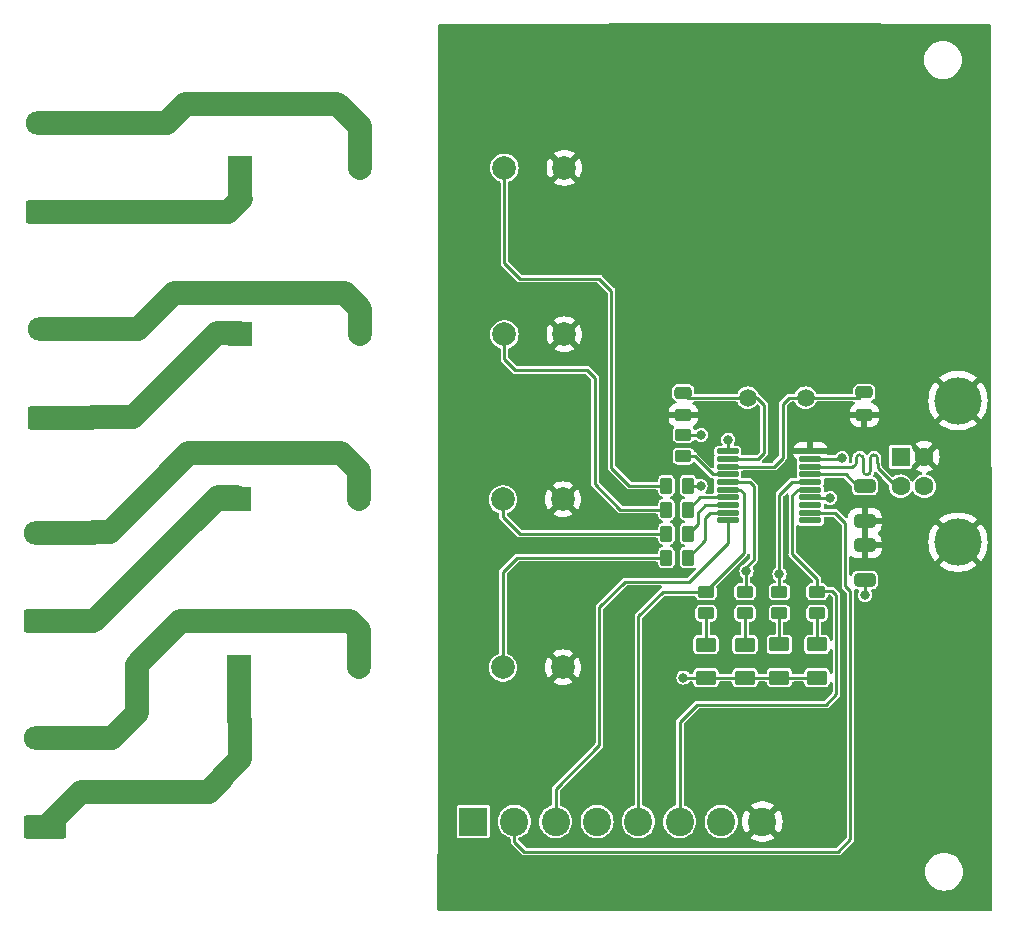
<source format=gbr>
%TF.GenerationSoftware,KiCad,Pcbnew,6.99.0-unknown-08a8a20794~162~ubuntu22.04.1*%
%TF.CreationDate,2022-12-21T10:25:03+01:00*%
%TF.ProjectId,usb_relay,7573625f-7265-46c6-9179-2e6b69636164,rev?*%
%TF.SameCoordinates,Original*%
%TF.FileFunction,Copper,L1,Top*%
%TF.FilePolarity,Positive*%
%FSLAX46Y46*%
G04 Gerber Fmt 4.6, Leading zero omitted, Abs format (unit mm)*
G04 Created by KiCad (PCBNEW 6.99.0-unknown-08a8a20794~162~ubuntu22.04.1) date 2022-12-21 10:25:03*
%MOMM*%
%LPD*%
G01*
G04 APERTURE LIST*
G04 Aperture macros list*
%AMRoundRect*
0 Rectangle with rounded corners*
0 $1 Rounding radius*
0 $2 $3 $4 $5 $6 $7 $8 $9 X,Y pos of 4 corners*
0 Add a 4 corners polygon primitive as box body*
4,1,4,$2,$3,$4,$5,$6,$7,$8,$9,$2,$3,0*
0 Add four circle primitives for the rounded corners*
1,1,$1+$1,$2,$3*
1,1,$1+$1,$4,$5*
1,1,$1+$1,$6,$7*
1,1,$1+$1,$8,$9*
0 Add four rect primitives between the rounded corners*
20,1,$1+$1,$2,$3,$4,$5,0*
20,1,$1+$1,$4,$5,$6,$7,0*
20,1,$1+$1,$6,$7,$8,$9,0*
20,1,$1+$1,$8,$9,$2,$3,0*%
G04 Aperture macros list end*
%TA.AperFunction,SMDPad,CuDef*%
%ADD10RoundRect,0.250000X-0.650000X0.325000X-0.650000X-0.325000X0.650000X-0.325000X0.650000X0.325000X0*%
%TD*%
%TA.AperFunction,ComponentPad*%
%ADD11RoundRect,0.250000X1.550000X-0.750000X1.550000X0.750000X-1.550000X0.750000X-1.550000X-0.750000X0*%
%TD*%
%TA.AperFunction,ComponentPad*%
%ADD12O,3.600000X2.000000*%
%TD*%
%TA.AperFunction,ComponentPad*%
%ADD13R,1.600000X1.600000*%
%TD*%
%TA.AperFunction,ComponentPad*%
%ADD14C,1.600000*%
%TD*%
%TA.AperFunction,ComponentPad*%
%ADD15C,4.000000*%
%TD*%
%TA.AperFunction,SMDPad,CuDef*%
%ADD16RoundRect,0.250000X-0.262500X-0.450000X0.262500X-0.450000X0.262500X0.450000X-0.262500X0.450000X0*%
%TD*%
%TA.AperFunction,SMDPad,CuDef*%
%ADD17RoundRect,0.250000X-0.450000X0.262500X-0.450000X-0.262500X0.450000X-0.262500X0.450000X0.262500X0*%
%TD*%
%TA.AperFunction,ComponentPad*%
%ADD18R,2.000000X2.000000*%
%TD*%
%TA.AperFunction,ComponentPad*%
%ADD19C,2.000000*%
%TD*%
%TA.AperFunction,SMDPad,CuDef*%
%ADD20RoundRect,0.250000X-0.475000X0.250000X-0.475000X-0.250000X0.475000X-0.250000X0.475000X0.250000X0*%
%TD*%
%TA.AperFunction,SMDPad,CuDef*%
%ADD21RoundRect,0.250000X-0.625000X0.375000X-0.625000X-0.375000X0.625000X-0.375000X0.625000X0.375000X0*%
%TD*%
%TA.AperFunction,SMDPad,CuDef*%
%ADD22RoundRect,0.250000X0.450000X-0.262500X0.450000X0.262500X-0.450000X0.262500X-0.450000X-0.262500X0*%
%TD*%
%TA.AperFunction,SMDPad,CuDef*%
%ADD23RoundRect,0.250000X0.650000X-0.325000X0.650000X0.325000X-0.650000X0.325000X-0.650000X-0.325000X0*%
%TD*%
%TA.AperFunction,SMDPad,CuDef*%
%ADD24RoundRect,0.125000X-0.825000X-0.125000X0.825000X-0.125000X0.825000X0.125000X-0.825000X0.125000X0*%
%TD*%
%TA.AperFunction,ComponentPad*%
%ADD25R,2.400000X2.400000*%
%TD*%
%TA.AperFunction,ComponentPad*%
%ADD26C,2.400000*%
%TD*%
%TA.AperFunction,SMDPad,CuDef*%
%ADD27RoundRect,0.250000X0.262500X0.450000X-0.262500X0.450000X-0.262500X-0.450000X0.262500X-0.450000X0*%
%TD*%
%TA.AperFunction,ComponentPad*%
%ADD28C,1.500000*%
%TD*%
%TA.AperFunction,ViaPad*%
%ADD29C,0.800000*%
%TD*%
%TA.AperFunction,ViaPad*%
%ADD30C,1.600000*%
%TD*%
%TA.AperFunction,Conductor*%
%ADD31C,0.250000*%
%TD*%
%TA.AperFunction,Conductor*%
%ADD32C,2.000000*%
%TD*%
G04 APERTURE END LIST*
D10*
%TO.P,C4,1*%
%TO.N,GND*%
X208280000Y-97380000D03*
%TO.P,C4,2*%
%TO.N,+5V*%
X208280000Y-100330000D03*
%TD*%
D11*
%TO.P,J4,1,Pin_1*%
%TO.N,Net-(J4-Pin_1)*%
X138898500Y-121225000D03*
D12*
%TO.P,J4,2,Pin_2*%
%TO.N,Net-(J4-Pin_2)*%
X138898499Y-113724999D03*
%TD*%
D13*
%TO.P,J7,1,VBUS*%
%TO.N,+5V*%
X211296899Y-89885199D03*
D14*
%TO.P,J7,2,D-*%
%TO.N,Net-(J7-D-)*%
X211296900Y-92385200D03*
%TO.P,J7,3,D+*%
%TO.N,Net-(J7-D+)*%
X213296900Y-92385200D03*
%TO.P,J7,4,GND*%
%TO.N,GND*%
X213296900Y-89885200D03*
D15*
%TO.P,J7,5,Shield*%
X216156900Y-85135200D03*
X216156900Y-97135200D03*
%TD*%
D16*
%TO.P,R6,1*%
%TO.N,Net-(R6-Pad1)*%
X191469000Y-92329000D03*
%TO.P,R6,2*%
%TO.N,Net-(U1-GP2)*%
X193294000Y-92329000D03*
%TD*%
D17*
%TO.P,R1,1*%
%TO.N,+5V*%
X192913000Y-88011000D03*
%TO.P,R1,2*%
%TO.N,Net-(U1-RST)*%
X192913000Y-89836000D03*
%TD*%
D16*
%TO.P,R8,1*%
%TO.N,Net-(R8-Pad1)*%
X191469000Y-96393000D03*
%TO.P,R8,2*%
%TO.N,Net-(U1-GP4)*%
X193294000Y-96393000D03*
%TD*%
D18*
%TO.P,U5,1*%
%TO.N,Net-(J6-Pin_1)*%
X155403499Y-79528499D03*
D19*
%TO.P,U5,2*%
%TO.N,Net-(J6-Pin_2)*%
X165563500Y-79528500D03*
%TO.P,U5,3*%
%TO.N,Net-(R9-Pad1)*%
X177755500Y-79528500D03*
%TO.P,U5,4*%
%TO.N,GND*%
X182835500Y-79528500D03*
%TD*%
D20*
%TO.P,C2,1*%
%TO.N,Net-(U1-OSC1)*%
X192887600Y-84460000D03*
%TO.P,C2,2*%
%TO.N,GND*%
X192887600Y-86360000D03*
%TD*%
%TO.P,C1,1*%
%TO.N,Net-(U1-OSC2)*%
X208229200Y-84444800D03*
%TO.P,C1,2*%
%TO.N,GND*%
X208229200Y-86344800D03*
%TD*%
D21*
%TO.P,D4,1,K*%
%TO.N,Net-(D4-K)*%
X201041000Y-105785000D03*
%TO.P,D4,2,A*%
%TO.N,+5V*%
X201041000Y-108585000D03*
%TD*%
%TO.P,D2,1,K*%
%TO.N,Net-(D2-K)*%
X194818000Y-105788000D03*
%TO.P,D2,2,A*%
%TO.N,+5V*%
X194818000Y-108588000D03*
%TD*%
%TO.P,D3,1,K*%
%TO.N,Net-(D3-K)*%
X204216000Y-105785000D03*
%TO.P,D3,2,A*%
%TO.N,+5V*%
X204216000Y-108585000D03*
%TD*%
D17*
%TO.P,R4,1*%
%TO.N,Net-(J2-Pin_4)*%
X198120000Y-101322500D03*
%TO.P,R4,2*%
%TO.N,Net-(D1-K)*%
X198120000Y-103147500D03*
%TD*%
D22*
%TO.P,R2,1*%
%TO.N,Net-(D3-K)*%
X204216000Y-103147500D03*
%TO.P,R2,2*%
%TO.N,Net-(J2-Pin_6)*%
X204216000Y-101322500D03*
%TD*%
D18*
%TO.P,U4,1*%
%TO.N,Net-(J5-Pin_1)*%
X155276499Y-93498499D03*
D19*
%TO.P,U4,2*%
%TO.N,Net-(J5-Pin_2)*%
X165436500Y-93498500D03*
%TO.P,U4,3*%
%TO.N,Net-(R8-Pad1)*%
X177628500Y-93498500D03*
%TO.P,U4,4*%
%TO.N,GND*%
X182708500Y-93498500D03*
%TD*%
D18*
%TO.P,U2,1*%
%TO.N,Net-(J3-Pin_1)*%
X155403499Y-65431499D03*
D19*
%TO.P,U2,2*%
%TO.N,Net-(J3-Pin_2)*%
X165563500Y-65431500D03*
%TO.P,U2,3*%
%TO.N,Net-(R6-Pad1)*%
X177755500Y-65431500D03*
%TO.P,U2,4*%
%TO.N,GND*%
X182835500Y-65431500D03*
%TD*%
D11*
%TO.P,J5,1,Pin_1*%
%TO.N,Net-(J5-Pin_1)*%
X138898500Y-103826000D03*
D12*
%TO.P,J5,2,Pin_2*%
%TO.N,Net-(J5-Pin_2)*%
X138898499Y-96325999D03*
%TD*%
D11*
%TO.P,J6,1,Pin_1*%
%TO.N,Net-(J6-Pin_1)*%
X139192000Y-86614000D03*
D12*
%TO.P,J6,2,Pin_2*%
%TO.N,Net-(J6-Pin_2)*%
X139191999Y-79113999D03*
%TD*%
D18*
%TO.P,U3,1*%
%TO.N,Net-(J4-Pin_1)*%
X155276499Y-107722499D03*
D19*
%TO.P,U3,2*%
%TO.N,Net-(J4-Pin_2)*%
X165436500Y-107722500D03*
%TO.P,U3,3*%
%TO.N,Net-(R7-Pad2)*%
X177628500Y-107722500D03*
%TO.P,U3,4*%
%TO.N,GND*%
X182708500Y-107722500D03*
%TD*%
D23*
%TO.P,C3,1*%
%TO.N,GND*%
X208280000Y-95328000D03*
%TO.P,C3,2*%
%TO.N,Net-(U1-V_USB)*%
X208280000Y-92378000D03*
%TD*%
D24*
%TO.P,U1,1,VDD*%
%TO.N,+5V*%
X196652000Y-89429400D03*
%TO.P,U1,2,OSC1*%
%TO.N,Net-(U1-OSC1)*%
X196652000Y-90079400D03*
%TO.P,U1,3,OSC2*%
%TO.N,Net-(U1-OSC2)*%
X196652000Y-90729400D03*
%TO.P,U1,4,RST*%
%TO.N,Net-(U1-RST)*%
X196652000Y-91379400D03*
%TO.P,U1,5,GP7/TxLED*%
%TO.N,Net-(J2-Pin_4)*%
X196652000Y-92029400D03*
%TO.P,U1,6,GP6/RxLED*%
%TO.N,Net-(J2-Pin_5)*%
X196652000Y-92679400D03*
%TO.P,U1,7,GP5*%
%TO.N,Net-(U1-GP5)*%
X196652000Y-93329400D03*
%TO.P,U1,8,GP4*%
%TO.N,Net-(U1-GP4)*%
X196652000Y-93979400D03*
%TO.P,U1,9,GP3*%
%TO.N,Net-(U1-GP3)*%
X196652000Y-94629400D03*
%TO.P,U1,10,TX*%
%TO.N,Net-(J2-Pin_3)*%
X196652000Y-95279400D03*
%TO.P,U1,11,RTS*%
%TO.N,unconnected-(U1-RTS)*%
X203652000Y-95279400D03*
%TO.P,U1,12,RX*%
%TO.N,Net-(J2-Pin_2)*%
X203652000Y-94629400D03*
%TO.P,U1,13,CTS*%
%TO.N,unconnected-(U1-CTS)*%
X203652000Y-93979400D03*
%TO.P,U1,14,GP2*%
%TO.N,Net-(U1-GP2)*%
X203652000Y-93329400D03*
%TO.P,U1,15,GP1/USB-CFG*%
%TO.N,Net-(J2-Pin_6)*%
X203652000Y-92679400D03*
%TO.P,U1,16,GP0/SSPND*%
%TO.N,Net-(J2-Pin_7)*%
X203652000Y-92029400D03*
%TO.P,U1,17,V_USB*%
%TO.N,Net-(U1-V_USB)*%
X203652000Y-91379400D03*
%TO.P,U1,18,D-*%
%TO.N,Net-(J7-D-)*%
X203652000Y-90729400D03*
%TO.P,U1,19,D+*%
%TO.N,Net-(J7-D+)*%
X203652000Y-90079400D03*
%TO.P,U1,20,VSS*%
%TO.N,GND*%
X203652000Y-89429400D03*
%TD*%
D25*
%TO.P,J2,1,Pin_1*%
%TO.N,+5V*%
X175102999Y-120776999D03*
D26*
%TO.P,J2,2,Pin_2*%
%TO.N,Net-(J2-Pin_2)*%
X178603000Y-120777000D03*
%TO.P,J2,3,Pin_3*%
%TO.N,Net-(J2-Pin_3)*%
X182103000Y-120777000D03*
%TO.P,J2,4,Pin_4*%
%TO.N,Net-(J2-Pin_4)*%
X185603000Y-120777000D03*
%TO.P,J2,5,Pin_5*%
%TO.N,Net-(J2-Pin_5)*%
X189103000Y-120777000D03*
%TO.P,J2,6,Pin_6*%
%TO.N,Net-(J2-Pin_6)*%
X192603000Y-120777000D03*
%TO.P,J2,7,Pin_7*%
%TO.N,Net-(J2-Pin_7)*%
X196103000Y-120777000D03*
%TO.P,J2,8,Pin_8*%
%TO.N,GND*%
X199603000Y-120777000D03*
%TD*%
D16*
%TO.P,R9,1*%
%TO.N,Net-(R9-Pad1)*%
X191469000Y-94361000D03*
%TO.P,R9,2*%
%TO.N,Net-(U1-GP5)*%
X193294000Y-94361000D03*
%TD*%
D27*
%TO.P,R7,1*%
%TO.N,Net-(U1-GP3)*%
X193294000Y-98425000D03*
%TO.P,R7,2*%
%TO.N,Net-(R7-Pad2)*%
X191469000Y-98425000D03*
%TD*%
D17*
%TO.P,R3,1*%
%TO.N,Net-(J2-Pin_7)*%
X201041000Y-101322500D03*
%TO.P,R3,2*%
%TO.N,Net-(D4-K)*%
X201041000Y-103147500D03*
%TD*%
D21*
%TO.P,D1,1,K*%
%TO.N,Net-(D1-K)*%
X198120000Y-105788000D03*
%TO.P,D1,2,A*%
%TO.N,+5V*%
X198120000Y-108588000D03*
%TD*%
D17*
%TO.P,R5,1*%
%TO.N,Net-(J2-Pin_5)*%
X194818000Y-101322500D03*
%TO.P,R5,2*%
%TO.N,Net-(D2-K)*%
X194818000Y-103147500D03*
%TD*%
D28*
%TO.P,Y1,1,1*%
%TO.N,Net-(U1-OSC2)*%
X203262400Y-84886800D03*
%TO.P,Y1,2,2*%
%TO.N,Net-(U1-OSC1)*%
X198362400Y-84886800D03*
%TD*%
D11*
%TO.P,J3,1,Pin_1*%
%TO.N,Net-(J3-Pin_1)*%
X139025500Y-69155000D03*
D12*
%TO.P,J3,2,Pin_2*%
%TO.N,Net-(J3-Pin_2)*%
X139025499Y-61654999D03*
%TD*%
D29*
%TO.N,+5V*%
X196697600Y-88442800D03*
X194411600Y-88036400D03*
X208280000Y-101600000D03*
X192913000Y-108585000D03*
%TO.N,Net-(J2-Pin_4)*%
X198247000Y-99568000D03*
%TO.N,Net-(J2-Pin_7)*%
X201041000Y-99822000D03*
D30*
%TO.N,Net-(J3-Pin_1)*%
X147421600Y-69138800D03*
X153263600Y-69138800D03*
X142849600Y-69088000D03*
%TO.N,Net-(J3-Pin_2)*%
X142900400Y-61620400D03*
X160883600Y-59944000D03*
X165506400Y-62941200D03*
X147421600Y-61722000D03*
X157175200Y-59994800D03*
X153365200Y-60045600D03*
%TO.N,Net-(J4-Pin_1)*%
X153924000Y-116941600D03*
X146659600Y-118211600D03*
X155346400Y-112217200D03*
X150723600Y-118313200D03*
X142951200Y-118262400D03*
%TO.N,Net-(J4-Pin_2)*%
X158140400Y-103784400D03*
X148488400Y-105664000D03*
X163525200Y-103632000D03*
X143002000Y-113690400D03*
X146608800Y-109778800D03*
X153263600Y-103733600D03*
%TO.N,Net-(J5-Pin_1)*%
X142900400Y-103733600D03*
X145389600Y-101396800D03*
X151942800Y-94894400D03*
X148386800Y-98348800D03*
%TO.N,Net-(J5-Pin_2)*%
X142951200Y-96266000D03*
X149148800Y-91440000D03*
X153416000Y-89611200D03*
X145846800Y-94945200D03*
X162509200Y-89611200D03*
X158038800Y-89560400D03*
%TO.N,Net-(J6-Pin_1)*%
X143205200Y-86512400D03*
X152095200Y-80772000D03*
X148132800Y-84734400D03*
%TO.N,Net-(J6-Pin_2)*%
X148234400Y-77571600D03*
X162712400Y-76047600D03*
X151790400Y-75946000D03*
X143205200Y-79095600D03*
X157073600Y-76047600D03*
D29*
%TO.N,Net-(U1-GP2)*%
X194360800Y-92354400D03*
X205333600Y-93370400D03*
%TO.N,Net-(J7-D+)*%
X206349600Y-90004900D03*
%TD*%
D31*
%TO.N,Net-(U1-OSC2)*%
X200557800Y-90729400D02*
X196652000Y-90729400D01*
X201879200Y-84886800D02*
X201320400Y-85445600D01*
X203262400Y-84886800D02*
X201879200Y-84886800D01*
X201320400Y-89966800D02*
X200557800Y-90729400D01*
X201320400Y-85445600D02*
X201320400Y-89966800D01*
X208229200Y-84444800D02*
X207787200Y-84886800D01*
X207787200Y-84886800D02*
X203262400Y-84886800D01*
%TO.N,Net-(U1-OSC1)*%
X199745600Y-89560400D02*
X199226600Y-90079400D01*
X199136000Y-84886800D02*
X199745600Y-85496400D01*
X198667800Y-90079400D02*
X196652000Y-90079400D01*
X193314400Y-84886800D02*
X198362400Y-84886800D01*
X199226600Y-90079400D02*
X196652000Y-90079400D01*
X199745600Y-85496400D02*
X199745600Y-89560400D01*
X198362400Y-84886800D02*
X199136000Y-84886800D01*
X192887600Y-84460000D02*
X193314400Y-84886800D01*
%TO.N,Net-(U1-V_USB)*%
X208280000Y-92378000D02*
X207643200Y-92378000D01*
X207643200Y-92378000D02*
X206644600Y-91379400D01*
X206644600Y-91379400D02*
X203652000Y-91379400D01*
%TO.N,+5V*%
X194411600Y-88036400D02*
X192938400Y-88036400D01*
X196697600Y-88442800D02*
X196697600Y-89383800D01*
X192938400Y-88036400D02*
X192913000Y-88011000D01*
X192916000Y-108588000D02*
X192913000Y-108585000D01*
X194818000Y-108588000D02*
X192916000Y-108588000D01*
X204216000Y-108585000D02*
X194821000Y-108585000D01*
X194821000Y-108585000D02*
X194818000Y-108588000D01*
X208280000Y-100330000D02*
X208280000Y-101600000D01*
X196697600Y-89383800D02*
X196652000Y-89429400D01*
%TO.N,Net-(D1-K)*%
X198120000Y-103147500D02*
X198120000Y-105788000D01*
%TO.N,Net-(D2-K)*%
X194818000Y-103147500D02*
X194818000Y-105788000D01*
%TO.N,Net-(D3-K)*%
X204216000Y-103147500D02*
X204216000Y-105785000D01*
%TO.N,Net-(D4-K)*%
X201041000Y-103147500D02*
X201041000Y-105785000D01*
%TO.N,Net-(J2-Pin_2)*%
X207055000Y-122256000D02*
X207055000Y-101264000D01*
X205779800Y-94629400D02*
X206629000Y-95478600D01*
X178603000Y-120777000D02*
X178603000Y-122469000D01*
X203652000Y-94629400D02*
X205779800Y-94629400D01*
X205994000Y-123317000D02*
X207055000Y-122256000D01*
X179451000Y-123317000D02*
X205994000Y-123317000D01*
X207055000Y-101264000D02*
X206629000Y-100838000D01*
X206629000Y-100838000D02*
X206629000Y-97282000D01*
X178603000Y-122469000D02*
X179451000Y-123317000D01*
X206629000Y-95478600D02*
X206629000Y-97282000D01*
%TO.N,Net-(J2-Pin_3)*%
X187960000Y-100457000D02*
X185801000Y-102616000D01*
X182103000Y-117998000D02*
X182103000Y-120777000D01*
X185801000Y-102616000D02*
X185801000Y-114300000D01*
X193392000Y-100457000D02*
X187960000Y-100457000D01*
X185801000Y-114300000D02*
X182103000Y-117998000D01*
X196652000Y-95279400D02*
X196652000Y-97197000D01*
X196652000Y-97197000D02*
X193392000Y-100457000D01*
%TO.N,Net-(J2-Pin_4)*%
X198247000Y-101195500D02*
X198120000Y-101322500D01*
X198247000Y-99237800D02*
X198882000Y-98602800D01*
X198506200Y-92029400D02*
X196652000Y-92029400D01*
X198882000Y-92405200D02*
X198506200Y-92029400D01*
X198247000Y-99568000D02*
X198247000Y-101195500D01*
X198882000Y-98602800D02*
X198882000Y-92405200D01*
X198247000Y-99568000D02*
X198247000Y-99237800D01*
%TO.N,Net-(J2-Pin_5)*%
X194818000Y-101322500D02*
X191158500Y-101322500D01*
X197733800Y-92679400D02*
X198018400Y-92964000D01*
X198018400Y-98018600D02*
X194818000Y-101219000D01*
X194818000Y-101219000D02*
X194818000Y-101322500D01*
X196652000Y-92679400D02*
X197733800Y-92679400D01*
X189103000Y-103378000D02*
X189103000Y-120777000D01*
X191158500Y-101322500D02*
X189103000Y-103378000D01*
X198018400Y-92964000D02*
X198018400Y-98018600D01*
X194714500Y-101219000D02*
X194818000Y-101322500D01*
%TO.N,Net-(J2-Pin_6)*%
X204216000Y-100203000D02*
X204216000Y-101322500D01*
X204319500Y-101219000D02*
X205486000Y-101219000D01*
X204978000Y-110871000D02*
X194056000Y-110871000D01*
X205867000Y-109982000D02*
X204978000Y-110871000D01*
X205867000Y-101600000D02*
X205867000Y-109982000D01*
X202133200Y-98120200D02*
X204216000Y-100203000D01*
X202133200Y-93116400D02*
X202133200Y-98120200D01*
X204216000Y-101322500D02*
X204319500Y-101219000D01*
X203652000Y-92679400D02*
X202570200Y-92679400D01*
X202570200Y-92679400D02*
X202133200Y-93116400D01*
X194056000Y-110871000D02*
X192603000Y-112324000D01*
X192603000Y-112324000D02*
X192603000Y-120777000D01*
X205486000Y-101219000D02*
X205867000Y-101600000D01*
%TO.N,Net-(J2-Pin_7)*%
X203652000Y-92029400D02*
X202102600Y-92029400D01*
X201041000Y-99822000D02*
X201041000Y-101322500D01*
X201752200Y-92379800D02*
X201041000Y-93091000D01*
X202102600Y-92029400D02*
X201752200Y-92379800D01*
X201041000Y-93091000D02*
X201041000Y-99822000D01*
D32*
%TO.N,Net-(J3-Pin_1)*%
X139025500Y-69155000D02*
X154365000Y-69155000D01*
X154365000Y-69155000D02*
X155448000Y-68072000D01*
X155403500Y-68027500D02*
X155403500Y-65431500D01*
%TO.N,Net-(J3-Pin_2)*%
X142865800Y-61655000D02*
X142900400Y-61620400D01*
X165506400Y-61925200D02*
X163576000Y-59994800D01*
X163576000Y-59994800D02*
X153416000Y-59994800D01*
X150723600Y-60045600D02*
X153365200Y-60045600D01*
X165563500Y-65431500D02*
X165563500Y-62998300D01*
X139025500Y-61655000D02*
X142865800Y-61655000D01*
X165563500Y-62998300D02*
X165506400Y-62941200D01*
X142900400Y-61620400D02*
X149148800Y-61620400D01*
X153416000Y-59994800D02*
X153365200Y-60045600D01*
X149148800Y-61620400D02*
X150723600Y-60045600D01*
X165506400Y-62941200D02*
X165506400Y-61925200D01*
%TO.N,Net-(J4-Pin_1)*%
X153924000Y-117043200D02*
X152704800Y-118262400D01*
X153924000Y-116941600D02*
X153924000Y-117043200D01*
X155276500Y-112147300D02*
X155346400Y-112217200D01*
X138972600Y-121225000D02*
X141935200Y-118262400D01*
X155346400Y-112217200D02*
X155346400Y-115519200D01*
X155276500Y-107722500D02*
X155276500Y-112147300D01*
X141935200Y-118262400D02*
X142951200Y-118262400D01*
X155346400Y-115519200D02*
X153924000Y-116941600D01*
X152704800Y-118262400D02*
X142951200Y-118262400D01*
X138898500Y-121225000D02*
X138972600Y-121225000D01*
%TO.N,Net-(J4-Pin_2)*%
X146608800Y-111607600D02*
X146608800Y-109778800D01*
X143002000Y-113690400D02*
X144526000Y-113690400D01*
X138898500Y-113725000D02*
X142967400Y-113725000D01*
X165436500Y-104578100D02*
X165436500Y-107722500D01*
X146608800Y-109778800D02*
X146608800Y-107492800D01*
X144526000Y-113690400D02*
X146608800Y-111607600D01*
X164642800Y-103784400D02*
X165436500Y-104578100D01*
X146608800Y-107492800D02*
X150317200Y-103784400D01*
X142967400Y-113725000D02*
X143002000Y-113690400D01*
X150317200Y-103784400D02*
X164642800Y-103784400D01*
%TO.N,Net-(J5-Pin_1)*%
X153466800Y-93319600D02*
X155097600Y-93319600D01*
X155276500Y-93498500D02*
X153338700Y-93498500D01*
X143002000Y-103733600D02*
X143052800Y-103733600D01*
X142909600Y-103826000D02*
X143002000Y-103733600D01*
X146050000Y-100736400D02*
X153466800Y-93319600D01*
X143052800Y-103733600D02*
X146050000Y-100736400D01*
X153338700Y-93498500D02*
X151536400Y-95300800D01*
X138898500Y-103826000D02*
X142909600Y-103826000D01*
X155097600Y-93319600D02*
X155276500Y-93498500D01*
%TO.N,Net-(J5-Pin_2)*%
X138898500Y-96326000D02*
X142891200Y-96326000D01*
X144322800Y-96266000D02*
X149148800Y-91440000D01*
X142891200Y-96326000D02*
X142951200Y-96266000D01*
X150977600Y-89611200D02*
X162509200Y-89611200D01*
X163931600Y-89611200D02*
X165436500Y-91116100D01*
X142951200Y-96266000D02*
X144322800Y-96266000D01*
X162509200Y-89611200D02*
X163931600Y-89611200D01*
X149148800Y-91440000D02*
X150977600Y-89611200D01*
X165436500Y-91116100D02*
X165436500Y-93498500D01*
%TO.N,Net-(J6-Pin_1)*%
X153416000Y-79451200D02*
X155326200Y-79451200D01*
X142798800Y-86563200D02*
X146304000Y-86563200D01*
X155326200Y-79451200D02*
X155403500Y-79528500D01*
X146304000Y-86563200D02*
X152095200Y-80772000D01*
D31*
X155403500Y-79528500D02*
X155403500Y-79546500D01*
D32*
X139192000Y-86614000D02*
X142748000Y-86614000D01*
X152095200Y-80772000D02*
X153416000Y-79451200D01*
X142748000Y-86614000D02*
X142798800Y-86563200D01*
%TO.N,Net-(J6-Pin_2)*%
X165563500Y-77374700D02*
X164236400Y-76047600D01*
X149758400Y-76047600D02*
X162712400Y-76047600D01*
X139192000Y-79114000D02*
X146692000Y-79114000D01*
X165563500Y-79528500D02*
X165563500Y-77374700D01*
X164236400Y-76047600D02*
X162712400Y-76047600D01*
X146692000Y-79114000D02*
X148234400Y-77571600D01*
X148234400Y-77571600D02*
X149758400Y-76047600D01*
D31*
%TO.N,Net-(U1-RST)*%
X196652000Y-91379400D02*
X195392400Y-91379400D01*
X193849000Y-89836000D02*
X192913000Y-89836000D01*
X195392400Y-91379400D02*
X193849000Y-89836000D01*
%TO.N,Net-(U1-GP5)*%
X193294000Y-94361000D02*
X194325600Y-93329400D01*
X194325600Y-93329400D02*
X196652000Y-93329400D01*
%TO.N,Net-(U1-GP4)*%
X194134000Y-94613200D02*
X194134000Y-95553000D01*
X196652000Y-93979400D02*
X194767800Y-93979400D01*
X194134000Y-95553000D02*
X193294000Y-96393000D01*
X194767800Y-93979400D02*
X194134000Y-94613200D01*
%TO.N,Net-(J7-D-)*%
X209341100Y-90429400D02*
X209346800Y-90435100D01*
X203652000Y-90729400D02*
X207241100Y-90729400D01*
X209346800Y-90435100D02*
X209346800Y-90830400D01*
X210901600Y-92385200D02*
X211296900Y-92385200D01*
X209341100Y-90029400D02*
X209341100Y-90429400D01*
X209346800Y-90830400D02*
X210901600Y-92385200D01*
X207541100Y-90429400D02*
X207541100Y-90029400D01*
X208141100Y-90029400D02*
X208141100Y-91129400D01*
X208741100Y-91129400D02*
X208741100Y-90029400D01*
X207841100Y-89729400D02*
G75*
G03*
X207541100Y-90029400I0J-300000D01*
G01*
X208141100Y-90029400D02*
G75*
G03*
X207841100Y-89729400I-300000J0D01*
G01*
X209341100Y-90029400D02*
G75*
G03*
X209041100Y-89729400I-300000J0D01*
G01*
X207241100Y-90729400D02*
G75*
G03*
X207541100Y-90429400I0J300000D01*
G01*
X208441100Y-91429400D02*
G75*
G03*
X208741100Y-91129400I0J300000D01*
G01*
X209041100Y-89729400D02*
G75*
G03*
X208741100Y-90029400I0J-300000D01*
G01*
X208141100Y-91129400D02*
G75*
G03*
X208441100Y-91429400I300000J0D01*
G01*
%TO.N,Net-(U1-GP2)*%
X205333600Y-93370400D02*
X203693000Y-93370400D01*
X194360800Y-92354400D02*
X193319400Y-92354400D01*
X193319400Y-92354400D02*
X193294000Y-92329000D01*
X203693000Y-93370400D02*
X203652000Y-93329400D01*
X205333600Y-93370400D02*
X205273000Y-93329400D01*
%TO.N,Net-(J7-D+)*%
X206275100Y-90079400D02*
X206349600Y-90004900D01*
X203652000Y-90079400D02*
X206275100Y-90079400D01*
%TO.N,Net-(R7-Pad2)*%
X191469000Y-98425000D02*
X178816000Y-98425000D01*
X177628500Y-99612500D02*
X177628500Y-107722500D01*
X178816000Y-98425000D02*
X177628500Y-99612500D01*
%TO.N,Net-(R8-Pad1)*%
X177628500Y-93498500D02*
X177628500Y-94951500D01*
X177628500Y-94951500D02*
X179070000Y-96393000D01*
X179070000Y-96393000D02*
X191469000Y-96393000D01*
%TO.N,Net-(R9-Pad1)*%
X184785000Y-82550000D02*
X185420000Y-83185000D01*
X185420000Y-92202000D02*
X187579000Y-94361000D01*
X178689000Y-82550000D02*
X184785000Y-82550000D01*
X177755500Y-79528500D02*
X177755500Y-81616500D01*
X177755500Y-81616500D02*
X178689000Y-82550000D01*
X187579000Y-94361000D02*
X191469000Y-94361000D01*
X185420000Y-83185000D02*
X185420000Y-92202000D01*
%TO.N,Net-(R6-Pad1)*%
X186817000Y-90805000D02*
X188341000Y-92329000D01*
X179070000Y-74803000D02*
X185801000Y-74803000D01*
X188341000Y-92329000D02*
X191469000Y-92329000D01*
X177755500Y-73488500D02*
X179070000Y-74803000D01*
X177755500Y-65431500D02*
X177755500Y-73488500D01*
X186817000Y-75819000D02*
X186817000Y-90805000D01*
X185801000Y-74803000D02*
X186817000Y-75819000D01*
%TO.N,Net-(U1-GP3)*%
X195715604Y-94629400D02*
X195704604Y-94640400D01*
X195173600Y-94640400D02*
X194754500Y-95059500D01*
X195704604Y-94640400D02*
X195173600Y-94640400D01*
X194754500Y-96964500D02*
X193294000Y-98425000D01*
X196652000Y-94629400D02*
X195715604Y-94629400D01*
X194754500Y-95059500D02*
X194754500Y-96964500D01*
%TD*%
%TA.AperFunction,Conductor*%
%TO.N,GND*%
G36*
X218822358Y-53238127D02*
G01*
X218885217Y-53255085D01*
X218931220Y-53301157D01*
X218948084Y-53364042D01*
X218998300Y-127632100D01*
X218998300Y-128245462D01*
X218981396Y-128308501D01*
X218935221Y-128354627D01*
X218872164Y-128371462D01*
X172210991Y-128320936D01*
X172148011Y-128303988D01*
X172101943Y-128257823D01*
X172085127Y-128194810D01*
X172088346Y-125018800D01*
X213380151Y-125018800D01*
X213380539Y-125023730D01*
X213399528Y-125265014D01*
X213399529Y-125265022D01*
X213399917Y-125269948D01*
X213401071Y-125274756D01*
X213401072Y-125274760D01*
X213457571Y-125510098D01*
X213457572Y-125510103D01*
X213458727Y-125514911D01*
X213555134Y-125747659D01*
X213686764Y-125962459D01*
X213850376Y-126154024D01*
X214041941Y-126317636D01*
X214256741Y-126449266D01*
X214489489Y-126545673D01*
X214734452Y-126604483D01*
X214922718Y-126619300D01*
X215046013Y-126619300D01*
X215048482Y-126619300D01*
X215236748Y-126604483D01*
X215481711Y-126545673D01*
X215714459Y-126449266D01*
X215929259Y-126317636D01*
X216120824Y-126154024D01*
X216284436Y-125962459D01*
X216416066Y-125747659D01*
X216512473Y-125514911D01*
X216571283Y-125269948D01*
X216591049Y-125018800D01*
X216571283Y-124767652D01*
X216512473Y-124522689D01*
X216416066Y-124289941D01*
X216284436Y-124075141D01*
X216120824Y-123883576D01*
X215929259Y-123719964D01*
X215793076Y-123636511D01*
X215718679Y-123590920D01*
X215718678Y-123590919D01*
X215714459Y-123588334D01*
X215670665Y-123570194D01*
X215486284Y-123493821D01*
X215486281Y-123493820D01*
X215481711Y-123491927D01*
X215476903Y-123490772D01*
X215476898Y-123490771D01*
X215241560Y-123434272D01*
X215241556Y-123434271D01*
X215236748Y-123433117D01*
X215231822Y-123432729D01*
X215231814Y-123432728D01*
X215050938Y-123418493D01*
X215050930Y-123418492D01*
X215048482Y-123418300D01*
X214922718Y-123418300D01*
X214920270Y-123418492D01*
X214920261Y-123418493D01*
X214739385Y-123432728D01*
X214739375Y-123432729D01*
X214734452Y-123433117D01*
X214729645Y-123434271D01*
X214729639Y-123434272D01*
X214494301Y-123490771D01*
X214494292Y-123490773D01*
X214489489Y-123491927D01*
X214484921Y-123493818D01*
X214484915Y-123493821D01*
X214261315Y-123586439D01*
X214261310Y-123586441D01*
X214256741Y-123588334D01*
X214252526Y-123590916D01*
X214252520Y-123590920D01*
X214046158Y-123717379D01*
X214046150Y-123717384D01*
X214041941Y-123719964D01*
X214038180Y-123723175D01*
X214038176Y-123723179D01*
X213854138Y-123880362D01*
X213854131Y-123880368D01*
X213850376Y-123883576D01*
X213847168Y-123887331D01*
X213847162Y-123887338D01*
X213689979Y-124071376D01*
X213689975Y-124071380D01*
X213686764Y-124075141D01*
X213684184Y-124079350D01*
X213684179Y-124079358D01*
X213557720Y-124285720D01*
X213557716Y-124285726D01*
X213555134Y-124289941D01*
X213553241Y-124294510D01*
X213553239Y-124294515D01*
X213460621Y-124518115D01*
X213460618Y-124518121D01*
X213458727Y-124522689D01*
X213457573Y-124527492D01*
X213457571Y-124527501D01*
X213401072Y-124762839D01*
X213399917Y-124767652D01*
X213399529Y-124772575D01*
X213399528Y-124772585D01*
X213380539Y-125013870D01*
X213380151Y-125018800D01*
X172088346Y-125018800D01*
X172091409Y-121996748D01*
X173702500Y-121996748D01*
X173714133Y-122055231D01*
X173758448Y-122121552D01*
X173824769Y-122165867D01*
X173883252Y-122177500D01*
X176316561Y-122177500D01*
X176322748Y-122177500D01*
X176381231Y-122165867D01*
X176447552Y-122121552D01*
X176491867Y-122055231D01*
X176503500Y-121996748D01*
X176503500Y-120777000D01*
X177197700Y-120777000D01*
X177216866Y-121008305D01*
X177273843Y-121233300D01*
X177275935Y-121238069D01*
X177275936Y-121238072D01*
X177297067Y-121286246D01*
X177367076Y-121445849D01*
X177494021Y-121640153D01*
X177651216Y-121810913D01*
X177834374Y-121953470D01*
X178038497Y-122063936D01*
X178043426Y-122065628D01*
X178043428Y-122065629D01*
X178192412Y-122116775D01*
X178236837Y-122143247D01*
X178266887Y-122185334D01*
X178277500Y-122235948D01*
X178277500Y-122449290D01*
X178277020Y-122460272D01*
X178274857Y-122485000D01*
X178273736Y-122497807D01*
X178276588Y-122508454D01*
X178276589Y-122508456D01*
X178283492Y-122534218D01*
X178285870Y-122544946D01*
X178290497Y-122571189D01*
X178290498Y-122571192D01*
X178292412Y-122582045D01*
X178297920Y-122591585D01*
X178299113Y-122594863D01*
X178300592Y-122598036D01*
X178303446Y-122608684D01*
X178309769Y-122617715D01*
X178309771Y-122617718D01*
X178325056Y-122639548D01*
X178330961Y-122648816D01*
X178349806Y-122681455D01*
X178358247Y-122688538D01*
X178358249Y-122688540D01*
X178378681Y-122705684D01*
X178386785Y-122713111D01*
X179206889Y-123533215D01*
X179214315Y-123541318D01*
X179238545Y-123570194D01*
X179271186Y-123589039D01*
X179280443Y-123594936D01*
X179311316Y-123616554D01*
X179321970Y-123619408D01*
X179325129Y-123620881D01*
X179328402Y-123622072D01*
X179337955Y-123627588D01*
X179375065Y-123634131D01*
X179385799Y-123636511D01*
X179422193Y-123646263D01*
X179458776Y-123643062D01*
X179459731Y-123642979D01*
X179470712Y-123642500D01*
X205974290Y-123642500D01*
X205985272Y-123642980D01*
X206022807Y-123646264D01*
X206059217Y-123636507D01*
X206069937Y-123634130D01*
X206107045Y-123627588D01*
X206116599Y-123622070D01*
X206119882Y-123620876D01*
X206123030Y-123619408D01*
X206133684Y-123616554D01*
X206164558Y-123594934D01*
X206173808Y-123589042D01*
X206206455Y-123570194D01*
X206230685Y-123541315D01*
X206238102Y-123533222D01*
X207271229Y-122500095D01*
X207279299Y-122492699D01*
X207308194Y-122468455D01*
X207327042Y-122435808D01*
X207332934Y-122426558D01*
X207354554Y-122395684D01*
X207357408Y-122385030D01*
X207358876Y-122381882D01*
X207360070Y-122378599D01*
X207365588Y-122369045D01*
X207372130Y-122331937D01*
X207374507Y-122321217D01*
X207384264Y-122284807D01*
X207380979Y-122247257D01*
X207380500Y-122236276D01*
X207380500Y-101283710D01*
X207380980Y-101272728D01*
X207383303Y-101246175D01*
X207384264Y-101235193D01*
X207382759Y-101229576D01*
X207390743Y-101175599D01*
X207424484Y-101127850D01*
X207476145Y-101100470D01*
X207534603Y-101099357D01*
X207538059Y-101100112D01*
X207545301Y-101102646D01*
X207575734Y-101105500D01*
X207649124Y-101105500D01*
X207712123Y-101122380D01*
X207758242Y-101168499D01*
X207775124Y-101231498D01*
X207758641Y-101293018D01*
X207755464Y-101297159D01*
X207752305Y-101304784D01*
X207752304Y-101304787D01*
X207711707Y-101402798D01*
X207694956Y-101443238D01*
X207693879Y-101451418D01*
X207693877Y-101451426D01*
X207680362Y-101554091D01*
X207674318Y-101600000D01*
X207675396Y-101608188D01*
X207693877Y-101748573D01*
X207693878Y-101748579D01*
X207694956Y-101756762D01*
X207698115Y-101764390D01*
X207698116Y-101764391D01*
X207752303Y-101895211D01*
X207752304Y-101895214D01*
X207755464Y-101902841D01*
X207851718Y-102028282D01*
X207977159Y-102124536D01*
X208123238Y-102185044D01*
X208280000Y-102205682D01*
X208436762Y-102185044D01*
X208582841Y-102124536D01*
X208708282Y-102028282D01*
X208804536Y-101902841D01*
X208865044Y-101756762D01*
X208885682Y-101600000D01*
X208865044Y-101443238D01*
X208804536Y-101297159D01*
X208801358Y-101293018D01*
X208784876Y-101231498D01*
X208801758Y-101168499D01*
X208847877Y-101122380D01*
X208910876Y-101105500D01*
X208981313Y-101105500D01*
X208984266Y-101105500D01*
X209014699Y-101102646D01*
X209142882Y-101057793D01*
X209252150Y-100977150D01*
X209332793Y-100867882D01*
X209377646Y-100739699D01*
X209380500Y-100709266D01*
X209380500Y-99950734D01*
X209377646Y-99920301D01*
X209332793Y-99792118D01*
X209252150Y-99682850D01*
X209239381Y-99673426D01*
X209150480Y-99607814D01*
X209150477Y-99607812D01*
X209142882Y-99602207D01*
X209014699Y-99557354D01*
X209007067Y-99556638D01*
X209007066Y-99556638D01*
X208987201Y-99554775D01*
X208987195Y-99554774D01*
X208984266Y-99554500D01*
X207575734Y-99554500D01*
X207572805Y-99554774D01*
X207572798Y-99554775D01*
X207552933Y-99556638D01*
X207552930Y-99556638D01*
X207545301Y-99557354D01*
X207538063Y-99559886D01*
X207538061Y-99559887D01*
X207438643Y-99594675D01*
X207417118Y-99602207D01*
X207409525Y-99607810D01*
X207409519Y-99607814D01*
X207315442Y-99677246D01*
X207315438Y-99677249D01*
X207307850Y-99682850D01*
X207302249Y-99690438D01*
X207302246Y-99690442D01*
X207232814Y-99784519D01*
X207232810Y-99784525D01*
X207227207Y-99792118D01*
X207224087Y-99801033D01*
X207224087Y-99801034D01*
X207199429Y-99871503D01*
X207159060Y-99928399D01*
X207094608Y-99955096D01*
X207025831Y-99943410D01*
X206973813Y-99896924D01*
X206954500Y-99829888D01*
X206954500Y-99081600D01*
X214573082Y-99081600D01*
X214580473Y-99089918D01*
X214807180Y-99254629D01*
X214813861Y-99258869D01*
X215083472Y-99407089D01*
X215090607Y-99410447D01*
X215376669Y-99523707D01*
X215384195Y-99526152D01*
X215682178Y-99602662D01*
X215689950Y-99604144D01*
X215995178Y-99642703D01*
X216003069Y-99643200D01*
X216310731Y-99643200D01*
X216318621Y-99642703D01*
X216623849Y-99604144D01*
X216631621Y-99602662D01*
X216929604Y-99526152D01*
X216937130Y-99523707D01*
X217223192Y-99410447D01*
X217230327Y-99407089D01*
X217499938Y-99258869D01*
X217506619Y-99254629D01*
X217733326Y-99089917D01*
X217740717Y-99081600D01*
X217734715Y-99072225D01*
X216168629Y-97506139D01*
X216156899Y-97499367D01*
X216145170Y-97506139D01*
X214579083Y-99072225D01*
X214573082Y-99081600D01*
X206954500Y-99081600D01*
X206954500Y-98402957D01*
X206973744Y-98336030D01*
X207025598Y-98289547D01*
X207094223Y-98277707D01*
X207158655Y-98304125D01*
X207162907Y-98307487D01*
X207301232Y-98392807D01*
X207314435Y-98398964D01*
X207469153Y-98450232D01*
X207482511Y-98453092D01*
X207576307Y-98462674D01*
X207582697Y-98463000D01*
X208009410Y-98463000D01*
X208022493Y-98459493D01*
X208026000Y-98446410D01*
X208534000Y-98446410D01*
X208537506Y-98459493D01*
X208550590Y-98463000D01*
X208977303Y-98463000D01*
X208983692Y-98462674D01*
X209077488Y-98453092D01*
X209090846Y-98450232D01*
X209245564Y-98398964D01*
X209258767Y-98392807D01*
X209397091Y-98307488D01*
X209408532Y-98298441D01*
X209523441Y-98183532D01*
X209532488Y-98172091D01*
X209617807Y-98033767D01*
X209623964Y-98020564D01*
X209675232Y-97865846D01*
X209678092Y-97852488D01*
X209687674Y-97758692D01*
X209688000Y-97752303D01*
X209688000Y-97650590D01*
X209684493Y-97637506D01*
X209671410Y-97634000D01*
X208550590Y-97634000D01*
X208537506Y-97637506D01*
X208534000Y-97650590D01*
X208534000Y-98446410D01*
X208026000Y-98446410D01*
X208026000Y-97139158D01*
X213644190Y-97139158D01*
X213663506Y-97446194D01*
X213664499Y-97454055D01*
X213722145Y-97756246D01*
X213724116Y-97763923D01*
X213819184Y-98056509D01*
X213822099Y-98063872D01*
X213953089Y-98342240D01*
X213956901Y-98349174D01*
X214121747Y-98608930D01*
X214126400Y-98615335D01*
X214201726Y-98706387D01*
X214213209Y-98714279D01*
X214225386Y-98707502D01*
X215785960Y-97146929D01*
X215792731Y-97135200D01*
X216521067Y-97135200D01*
X216527839Y-97146929D01*
X218088413Y-98707503D01*
X218100588Y-98714280D01*
X218112072Y-98706387D01*
X218187399Y-98615335D01*
X218192052Y-98608930D01*
X218356898Y-98349174D01*
X218360710Y-98342240D01*
X218491700Y-98063872D01*
X218494615Y-98056509D01*
X218589683Y-97763923D01*
X218591654Y-97756246D01*
X218649300Y-97454055D01*
X218650293Y-97446194D01*
X218669610Y-97139158D01*
X218669610Y-97131242D01*
X218650293Y-96824205D01*
X218649300Y-96816344D01*
X218591654Y-96514153D01*
X218589683Y-96506476D01*
X218494615Y-96213890D01*
X218491700Y-96206527D01*
X218360710Y-95928159D01*
X218356898Y-95921225D01*
X218192052Y-95661469D01*
X218187399Y-95655064D01*
X218112072Y-95564011D01*
X218100589Y-95556119D01*
X218088412Y-95562896D01*
X216527839Y-97123470D01*
X216521067Y-97135200D01*
X215792731Y-97135200D01*
X215792732Y-97135199D01*
X215785960Y-97123470D01*
X214225386Y-95562896D01*
X214213210Y-95556119D01*
X214201725Y-95564012D01*
X214126395Y-95655070D01*
X214121750Y-95661463D01*
X213956901Y-95921225D01*
X213953089Y-95928159D01*
X213822099Y-96206527D01*
X213819184Y-96213890D01*
X213724116Y-96506476D01*
X213722145Y-96514153D01*
X213664499Y-96816344D01*
X213663506Y-96824205D01*
X213644190Y-97131242D01*
X213644190Y-97139158D01*
X208026000Y-97139158D01*
X208026000Y-97109410D01*
X208534000Y-97109410D01*
X208537506Y-97122493D01*
X208550590Y-97126000D01*
X209671410Y-97126000D01*
X209684493Y-97122493D01*
X209688000Y-97109410D01*
X209688000Y-97007698D01*
X209687674Y-97001307D01*
X209678092Y-96907511D01*
X209675232Y-96894153D01*
X209623964Y-96739435D01*
X209617807Y-96726232D01*
X209532488Y-96587908D01*
X209523441Y-96576467D01*
X209408533Y-96461559D01*
X209397500Y-96452835D01*
X209362243Y-96408904D01*
X209349652Y-96354000D01*
X209362243Y-96299096D01*
X209397500Y-96255165D01*
X209408533Y-96246440D01*
X209523441Y-96131532D01*
X209532488Y-96120091D01*
X209617807Y-95981767D01*
X209623964Y-95968564D01*
X209675232Y-95813846D01*
X209678092Y-95800488D01*
X209687674Y-95706692D01*
X209688000Y-95700303D01*
X209688000Y-95598590D01*
X209684493Y-95585506D01*
X209671410Y-95582000D01*
X208550590Y-95582000D01*
X208537506Y-95585506D01*
X208534000Y-95598590D01*
X208534000Y-97109410D01*
X208026000Y-97109410D01*
X208026000Y-95188798D01*
X214573081Y-95188798D01*
X214579083Y-95198173D01*
X216145170Y-96764260D01*
X216156900Y-96771032D01*
X216168629Y-96764260D01*
X217734715Y-95198173D01*
X217740716Y-95188798D01*
X217733325Y-95180480D01*
X217506619Y-95015770D01*
X217499938Y-95011530D01*
X217230327Y-94863310D01*
X217223192Y-94859952D01*
X216937130Y-94746692D01*
X216929604Y-94744247D01*
X216631621Y-94667737D01*
X216623849Y-94666255D01*
X216318621Y-94627696D01*
X216310731Y-94627200D01*
X216003069Y-94627200D01*
X215995178Y-94627696D01*
X215689950Y-94666255D01*
X215682178Y-94667737D01*
X215384195Y-94744247D01*
X215376669Y-94746692D01*
X215090607Y-94859952D01*
X215083472Y-94863310D01*
X214813861Y-95011530D01*
X214807180Y-95015770D01*
X214580472Y-95180481D01*
X214573081Y-95188798D01*
X208026000Y-95188798D01*
X208026000Y-95057410D01*
X208534000Y-95057410D01*
X208537506Y-95070493D01*
X208550590Y-95074000D01*
X209671410Y-95074000D01*
X209684493Y-95070493D01*
X209688000Y-95057410D01*
X209688000Y-94955698D01*
X209687674Y-94949307D01*
X209678092Y-94855511D01*
X209675232Y-94842153D01*
X209623964Y-94687435D01*
X209617807Y-94674232D01*
X209532488Y-94535908D01*
X209523441Y-94524467D01*
X209408532Y-94409558D01*
X209397091Y-94400511D01*
X209258767Y-94315192D01*
X209245564Y-94309035D01*
X209090846Y-94257767D01*
X209077488Y-94254907D01*
X208983692Y-94245325D01*
X208977303Y-94245000D01*
X208550590Y-94245000D01*
X208537506Y-94248506D01*
X208534000Y-94261590D01*
X208534000Y-95057410D01*
X208026000Y-95057410D01*
X208026000Y-94261590D01*
X208022493Y-94248506D01*
X208009410Y-94245000D01*
X207582697Y-94245000D01*
X207576307Y-94245325D01*
X207482511Y-94254907D01*
X207469153Y-94257767D01*
X207314435Y-94309035D01*
X207301232Y-94315192D01*
X207162908Y-94400511D01*
X207151467Y-94409558D01*
X207036558Y-94524467D01*
X207027511Y-94535908D01*
X206942192Y-94674232D01*
X206936035Y-94687435D01*
X206884767Y-94842153D01*
X206881907Y-94855511D01*
X206872325Y-94949307D01*
X206872000Y-94955698D01*
X206872000Y-94957082D01*
X206871910Y-94957454D01*
X206871837Y-94958899D01*
X206871567Y-94958885D01*
X206858267Y-95014285D01*
X206820061Y-95059018D01*
X206765711Y-95081531D01*
X206707064Y-95076915D01*
X206656905Y-95046178D01*
X206023904Y-94413178D01*
X206016477Y-94405073D01*
X205999339Y-94384649D01*
X205992255Y-94376206D01*
X205982710Y-94370695D01*
X205982709Y-94370694D01*
X205959617Y-94357362D01*
X205950348Y-94351456D01*
X205928518Y-94336171D01*
X205928515Y-94336169D01*
X205919484Y-94329846D01*
X205908836Y-94326992D01*
X205905663Y-94325513D01*
X205902385Y-94324320D01*
X205892845Y-94318812D01*
X205881992Y-94316898D01*
X205881989Y-94316897D01*
X205855746Y-94312270D01*
X205845018Y-94309892D01*
X205819256Y-94302989D01*
X205819254Y-94302988D01*
X205808607Y-94300136D01*
X205797622Y-94301097D01*
X205771072Y-94303420D01*
X205760090Y-94303900D01*
X204924932Y-94303900D01*
X204857233Y-94284168D01*
X204810738Y-94231151D01*
X204800010Y-94161455D01*
X204800593Y-94157021D01*
X204802500Y-94142539D01*
X204802499Y-93975288D01*
X204821499Y-93908753D01*
X204872771Y-93862283D01*
X204940849Y-93849896D01*
X205005203Y-93875327D01*
X205024203Y-93889906D01*
X205024206Y-93889907D01*
X205030759Y-93894936D01*
X205176838Y-93955444D01*
X205333600Y-93976082D01*
X205490362Y-93955444D01*
X205636441Y-93894936D01*
X205761882Y-93798682D01*
X205858136Y-93673241D01*
X205918644Y-93527162D01*
X205939282Y-93370400D01*
X205923593Y-93251226D01*
X205919722Y-93221826D01*
X205919721Y-93221825D01*
X205918644Y-93213638D01*
X205858136Y-93067559D01*
X205761882Y-92942118D01*
X205737592Y-92923480D01*
X205642991Y-92850890D01*
X205636441Y-92845864D01*
X205628814Y-92842704D01*
X205628811Y-92842703D01*
X205497991Y-92788516D01*
X205497990Y-92788515D01*
X205490362Y-92785356D01*
X205482179Y-92784278D01*
X205482173Y-92784277D01*
X205341788Y-92765796D01*
X205333600Y-92764718D01*
X205325412Y-92765796D01*
X205185026Y-92784277D01*
X205185018Y-92784279D01*
X205176838Y-92785356D01*
X205169211Y-92788515D01*
X205169208Y-92788516D01*
X205038388Y-92842703D01*
X205038382Y-92842706D01*
X205030759Y-92845864D01*
X205024213Y-92850886D01*
X205024204Y-92850892D01*
X205005201Y-92865474D01*
X204940847Y-92890903D01*
X204872769Y-92878515D01*
X204821499Y-92832046D01*
X204802499Y-92765512D01*
X204802499Y-92516262D01*
X204796259Y-92468855D01*
X204767718Y-92407650D01*
X204755913Y-92354400D01*
X204767719Y-92301149D01*
X204771913Y-92292155D01*
X204796259Y-92239945D01*
X204802500Y-92192539D01*
X204802499Y-91866262D01*
X204800008Y-91847339D01*
X204810738Y-91777647D01*
X204857233Y-91724632D01*
X204924931Y-91704900D01*
X206457584Y-91704900D01*
X206505802Y-91714491D01*
X206546679Y-91741805D01*
X207142595Y-92337721D01*
X207169909Y-92378598D01*
X207179500Y-92426816D01*
X207179500Y-92757266D01*
X207179774Y-92760195D01*
X207179775Y-92760201D01*
X207181448Y-92778037D01*
X207182354Y-92787699D01*
X207227207Y-92915882D01*
X207232812Y-92923477D01*
X207232814Y-92923480D01*
X207300227Y-93014821D01*
X207307850Y-93025150D01*
X207335930Y-93045874D01*
X207400538Y-93093557D01*
X207417118Y-93105793D01*
X207545301Y-93150646D01*
X207575734Y-93153500D01*
X208981313Y-93153500D01*
X208984266Y-93153500D01*
X209014699Y-93150646D01*
X209142882Y-93105793D01*
X209252150Y-93025150D01*
X209332793Y-92915882D01*
X209377646Y-92787699D01*
X209380500Y-92757266D01*
X209380500Y-91998734D01*
X209377646Y-91968301D01*
X209332793Y-91840118D01*
X209325225Y-91829864D01*
X209257753Y-91738442D01*
X209252150Y-91730850D01*
X209233246Y-91716898D01*
X209150480Y-91655814D01*
X209150477Y-91655812D01*
X209142882Y-91650207D01*
X209088423Y-91631151D01*
X209054881Y-91619414D01*
X208997985Y-91579044D01*
X208971288Y-91514592D01*
X208982974Y-91445815D01*
X209035235Y-91337297D01*
X209051057Y-91267974D01*
X209082337Y-91209452D01*
X209139015Y-91174938D01*
X209205368Y-91174007D01*
X209262991Y-91206917D01*
X209764736Y-91708663D01*
X210262843Y-92206770D01*
X210292382Y-92253417D01*
X210299141Y-92308215D01*
X210291559Y-92385200D01*
X210292166Y-92391363D01*
X210310268Y-92575166D01*
X210310269Y-92575173D01*
X210310876Y-92581332D01*
X210312672Y-92587255D01*
X210312674Y-92587261D01*
X210366288Y-92764002D01*
X210366290Y-92764007D01*
X210368086Y-92769927D01*
X210371001Y-92775381D01*
X210371003Y-92775385D01*
X210408675Y-92845864D01*
X210460990Y-92943738D01*
X210464915Y-92948521D01*
X210464916Y-92948522D01*
X210558204Y-93062193D01*
X210586017Y-93096083D01*
X210738362Y-93221110D01*
X210912173Y-93314014D01*
X211100768Y-93371224D01*
X211296900Y-93390541D01*
X211493032Y-93371224D01*
X211681627Y-93314014D01*
X211855438Y-93221110D01*
X212007783Y-93096083D01*
X212132810Y-92943738D01*
X212185779Y-92844639D01*
X212232123Y-92795963D01*
X212296900Y-92778037D01*
X212361677Y-92795963D01*
X212408020Y-92844639D01*
X212443586Y-92911178D01*
X212458071Y-92938278D01*
X212460990Y-92943738D01*
X212464915Y-92948521D01*
X212464916Y-92948522D01*
X212558204Y-93062193D01*
X212586017Y-93096083D01*
X212738362Y-93221110D01*
X212912173Y-93314014D01*
X213100768Y-93371224D01*
X213296900Y-93390541D01*
X213493032Y-93371224D01*
X213681627Y-93314014D01*
X213855438Y-93221110D01*
X214007783Y-93096083D01*
X214132810Y-92943738D01*
X214225714Y-92769927D01*
X214282924Y-92581332D01*
X214302241Y-92385200D01*
X214282924Y-92189068D01*
X214225714Y-92000473D01*
X214132810Y-91826662D01*
X214007783Y-91674317D01*
X213983252Y-91654185D01*
X213860222Y-91553216D01*
X213860218Y-91553213D01*
X213855438Y-91549290D01*
X213761486Y-91499071D01*
X213687085Y-91459303D01*
X213687081Y-91459301D01*
X213681627Y-91456386D01*
X213675707Y-91454590D01*
X213675702Y-91454588D01*
X213543496Y-91414484D01*
X213488675Y-91380642D01*
X213457748Y-91324125D01*
X213458803Y-91259708D01*
X213491562Y-91204233D01*
X213547461Y-91172203D01*
X213740661Y-91120435D01*
X213750953Y-91116689D01*
X213948410Y-91024613D01*
X213957906Y-91019131D01*
X214013486Y-90980213D01*
X214021038Y-90971971D01*
X214015028Y-90962538D01*
X213308629Y-90256139D01*
X213296899Y-90249367D01*
X213285171Y-90256138D01*
X212578767Y-90962541D01*
X212572760Y-90971970D01*
X212580314Y-90980214D01*
X212635896Y-91019133D01*
X212645382Y-91024610D01*
X212842846Y-91116689D01*
X212853138Y-91120435D01*
X213046338Y-91172203D01*
X213102237Y-91204233D01*
X213134996Y-91259708D01*
X213136051Y-91324125D01*
X213105125Y-91380642D01*
X213050303Y-91414484D01*
X212918097Y-91454588D01*
X212918088Y-91454591D01*
X212912173Y-91456386D01*
X212906721Y-91459299D01*
X212906714Y-91459303D01*
X212803277Y-91514592D01*
X212738362Y-91549290D01*
X212733583Y-91553211D01*
X212733577Y-91553216D01*
X212590796Y-91670394D01*
X212590790Y-91670399D01*
X212586017Y-91674317D01*
X212582099Y-91679090D01*
X212582094Y-91679096D01*
X212464916Y-91821877D01*
X212464911Y-91821883D01*
X212460990Y-91826662D01*
X212458072Y-91832120D01*
X212458072Y-91832121D01*
X212408022Y-91925758D01*
X212361677Y-91974436D01*
X212296900Y-91992362D01*
X212232123Y-91974436D01*
X212185778Y-91925758D01*
X212183286Y-91921095D01*
X212132810Y-91826662D01*
X212007783Y-91674317D01*
X211983252Y-91654185D01*
X211860222Y-91553216D01*
X211860218Y-91553213D01*
X211855438Y-91549290D01*
X211761486Y-91499071D01*
X211687085Y-91459303D01*
X211687081Y-91459301D01*
X211681627Y-91456386D01*
X211675707Y-91454590D01*
X211675702Y-91454588D01*
X211498961Y-91400974D01*
X211498955Y-91400972D01*
X211493032Y-91399176D01*
X211486873Y-91398569D01*
X211486866Y-91398568D01*
X211303063Y-91380466D01*
X211296900Y-91379859D01*
X211290737Y-91380466D01*
X211106933Y-91398568D01*
X211106924Y-91398569D01*
X211100768Y-91399176D01*
X211094846Y-91400972D01*
X211094838Y-91400974D01*
X210918097Y-91454588D01*
X210918088Y-91454591D01*
X210912173Y-91456386D01*
X210906721Y-91459299D01*
X210906714Y-91459303D01*
X210743817Y-91546373D01*
X210743807Y-91546379D01*
X210738362Y-91549290D01*
X210733585Y-91553210D01*
X210733581Y-91553213D01*
X210710008Y-91572559D01*
X210654656Y-91598737D01*
X210593500Y-91595732D01*
X210540981Y-91564254D01*
X209709205Y-90732479D01*
X209690809Y-90704948D01*
X210296400Y-90704948D01*
X210308033Y-90763431D01*
X210314925Y-90773746D01*
X210314926Y-90773747D01*
X210341206Y-90813078D01*
X210352348Y-90829752D01*
X210418669Y-90874067D01*
X210477152Y-90885700D01*
X212110461Y-90885700D01*
X212116648Y-90885700D01*
X212175131Y-90874067D01*
X212241452Y-90829752D01*
X212285767Y-90763431D01*
X212297400Y-90704948D01*
X212297400Y-90577680D01*
X212306991Y-90529462D01*
X212334305Y-90488585D01*
X212925960Y-89896929D01*
X212932732Y-89885200D01*
X212932731Y-89885199D01*
X213661067Y-89885199D01*
X213667839Y-89896929D01*
X214374238Y-90603328D01*
X214383671Y-90609338D01*
X214391913Y-90601786D01*
X214430831Y-90546206D01*
X214436313Y-90536710D01*
X214528389Y-90339253D01*
X214532135Y-90328961D01*
X214588525Y-90118512D01*
X214590428Y-90107719D01*
X214609417Y-89890675D01*
X214609417Y-89879725D01*
X214590428Y-89662680D01*
X214588525Y-89651887D01*
X214532135Y-89441438D01*
X214528389Y-89431146D01*
X214436310Y-89233682D01*
X214430833Y-89224196D01*
X214391914Y-89168614D01*
X214383670Y-89161060D01*
X214374241Y-89167067D01*
X213667838Y-89873471D01*
X213661067Y-89885199D01*
X212932731Y-89885199D01*
X212925960Y-89873470D01*
X212334305Y-89281815D01*
X212306991Y-89240938D01*
X212297400Y-89192720D01*
X212297400Y-89071639D01*
X212297400Y-89065452D01*
X212285767Y-89006969D01*
X212241452Y-88940648D01*
X212210809Y-88920173D01*
X212185447Y-88903226D01*
X212185446Y-88903225D01*
X212175131Y-88896333D01*
X212116648Y-88884700D01*
X210477152Y-88884700D01*
X210471084Y-88885906D01*
X210471083Y-88885907D01*
X210430839Y-88893912D01*
X210430837Y-88893912D01*
X210418669Y-88896333D01*
X210408354Y-88903224D01*
X210408352Y-88903226D01*
X210362661Y-88933756D01*
X210362658Y-88933758D01*
X210352348Y-88940648D01*
X210345458Y-88950958D01*
X210345456Y-88950961D01*
X210314926Y-88996652D01*
X210314924Y-88996654D01*
X210308033Y-89006969D01*
X210296400Y-89065452D01*
X210296400Y-90704948D01*
X209690809Y-90704948D01*
X209681891Y-90691601D01*
X209672300Y-90643383D01*
X209672300Y-90454810D01*
X209672780Y-90443828D01*
X209672836Y-90443182D01*
X209676064Y-90406293D01*
X209670893Y-90386998D01*
X209666600Y-90354387D01*
X209666600Y-89966001D01*
X209666600Y-89958923D01*
X209635235Y-89821503D01*
X209574077Y-89694508D01*
X209565420Y-89683653D01*
X209490600Y-89589831D01*
X209486194Y-89584306D01*
X209470255Y-89571595D01*
X209381520Y-89500831D01*
X209381517Y-89500829D01*
X209375992Y-89496423D01*
X209369622Y-89493355D01*
X209369620Y-89493354D01*
X209255373Y-89438335D01*
X209255368Y-89438333D01*
X209248997Y-89435265D01*
X209242100Y-89433690D01*
X209242095Y-89433689D01*
X209118477Y-89405474D01*
X209118469Y-89405473D01*
X209111577Y-89403900D01*
X209092654Y-89403900D01*
X209041100Y-89403900D01*
X208970623Y-89403900D01*
X208963731Y-89405472D01*
X208963722Y-89405474D01*
X208840104Y-89433689D01*
X208840096Y-89433691D01*
X208833203Y-89435265D01*
X208826833Y-89438332D01*
X208826826Y-89438335D01*
X208712579Y-89493354D01*
X208712573Y-89493357D01*
X208706208Y-89496423D01*
X208700686Y-89500826D01*
X208700679Y-89500831D01*
X208601531Y-89579899D01*
X208601526Y-89579903D01*
X208596006Y-89584306D01*
X208591603Y-89589826D01*
X208591599Y-89589831D01*
X208539611Y-89655023D01*
X208495769Y-89689985D01*
X208441100Y-89702463D01*
X208386431Y-89689985D01*
X208342589Y-89655023D01*
X208290600Y-89589831D01*
X208286194Y-89584306D01*
X208270255Y-89571595D01*
X208181520Y-89500831D01*
X208181517Y-89500829D01*
X208175992Y-89496423D01*
X208169622Y-89493355D01*
X208169620Y-89493354D01*
X208055373Y-89438335D01*
X208055368Y-89438333D01*
X208048997Y-89435265D01*
X208042100Y-89433690D01*
X208042095Y-89433689D01*
X207918477Y-89405474D01*
X207918469Y-89405473D01*
X207911577Y-89403900D01*
X207892654Y-89403900D01*
X207841100Y-89403900D01*
X207770623Y-89403900D01*
X207763731Y-89405472D01*
X207763722Y-89405474D01*
X207640104Y-89433689D01*
X207640096Y-89433691D01*
X207633203Y-89435265D01*
X207626833Y-89438332D01*
X207626826Y-89438335D01*
X207512579Y-89493354D01*
X207512573Y-89493357D01*
X207506208Y-89496423D01*
X207500686Y-89500826D01*
X207500679Y-89500831D01*
X207401531Y-89579899D01*
X207401526Y-89579903D01*
X207396006Y-89584306D01*
X207391603Y-89589826D01*
X207391599Y-89589831D01*
X207312531Y-89688979D01*
X207312526Y-89688986D01*
X207308123Y-89694508D01*
X207305057Y-89700873D01*
X207305054Y-89700879D01*
X207250035Y-89815126D01*
X207250032Y-89815133D01*
X207246965Y-89821503D01*
X207245391Y-89828396D01*
X207245389Y-89828404D01*
X207217174Y-89952022D01*
X207217172Y-89952031D01*
X207215600Y-89958923D01*
X207215600Y-89966001D01*
X207215600Y-90277900D01*
X207198719Y-90340900D01*
X207152600Y-90387019D01*
X207089600Y-90403900D01*
X207022878Y-90403900D01*
X206963482Y-90389022D01*
X206918113Y-90347902D01*
X206897485Y-90290250D01*
X206906469Y-90229682D01*
X206915861Y-90207008D01*
X206934644Y-90161662D01*
X206955282Y-90004900D01*
X206939523Y-89885199D01*
X206935722Y-89856326D01*
X206935721Y-89856325D01*
X206934644Y-89848138D01*
X206874136Y-89702059D01*
X206777882Y-89576618D01*
X206757804Y-89561212D01*
X206658991Y-89485390D01*
X206652441Y-89480364D01*
X206644814Y-89477204D01*
X206644811Y-89477203D01*
X206513991Y-89423016D01*
X206513990Y-89423015D01*
X206506362Y-89419856D01*
X206498179Y-89418778D01*
X206498173Y-89418777D01*
X206357788Y-89400296D01*
X206349600Y-89399218D01*
X206341412Y-89400296D01*
X206201026Y-89418777D01*
X206201018Y-89418779D01*
X206192838Y-89419856D01*
X206185211Y-89423015D01*
X206185208Y-89423016D01*
X206054388Y-89477203D01*
X206054382Y-89477206D01*
X206046759Y-89480364D01*
X206040211Y-89485387D01*
X206040208Y-89485390D01*
X205927863Y-89571595D01*
X205927859Y-89571598D01*
X205921318Y-89576618D01*
X205916298Y-89583159D01*
X205916295Y-89583163D01*
X205825064Y-89702059D01*
X205823098Y-89700550D01*
X205786638Y-89737016D01*
X205723632Y-89753900D01*
X205211183Y-89753900D01*
X205163727Y-89744622D01*
X205123261Y-89718153D01*
X205098949Y-89683025D01*
X205098312Y-89682495D01*
X205085195Y-89679400D01*
X204685392Y-89679400D01*
X204632143Y-89667595D01*
X204562545Y-89635141D01*
X204552987Y-89633882D01*
X204552985Y-89633882D01*
X204519226Y-89629438D01*
X204519225Y-89629437D01*
X204515139Y-89628900D01*
X204511017Y-89628900D01*
X202792986Y-89628900D01*
X202792970Y-89628900D01*
X202788862Y-89628901D01*
X202784781Y-89629438D01*
X202784768Y-89629439D01*
X202751013Y-89633882D01*
X202751007Y-89633883D01*
X202741455Y-89635141D01*
X202732722Y-89639212D01*
X202732719Y-89639214D01*
X202705543Y-89651887D01*
X202671856Y-89667595D01*
X202618608Y-89679400D01*
X202218802Y-89679400D01*
X202207647Y-89682031D01*
X202208232Y-89693480D01*
X202239232Y-89800179D01*
X202245479Y-89814617D01*
X202318819Y-89938626D01*
X202328467Y-89951064D01*
X202430335Y-90052932D01*
X202449035Y-90067438D01*
X202447804Y-90069024D01*
X202484943Y-90106745D01*
X202501500Y-90169178D01*
X202501500Y-90238413D01*
X202501500Y-90238428D01*
X202501501Y-90242538D01*
X202502038Y-90246620D01*
X202502039Y-90246630D01*
X202506482Y-90280386D01*
X202506483Y-90280390D01*
X202507741Y-90289945D01*
X202511813Y-90298679D01*
X202511815Y-90298683D01*
X202536281Y-90351151D01*
X202548086Y-90404400D01*
X202536281Y-90457649D01*
X202511816Y-90510114D01*
X202511814Y-90510119D01*
X202507741Y-90518855D01*
X202506483Y-90528410D01*
X202506482Y-90528414D01*
X202503772Y-90549000D01*
X202501500Y-90566261D01*
X202501500Y-90570381D01*
X202501500Y-90570382D01*
X202501500Y-90888413D01*
X202501500Y-90888428D01*
X202501501Y-90892538D01*
X202502038Y-90896619D01*
X202502039Y-90896631D01*
X202506482Y-90930386D01*
X202506483Y-90930390D01*
X202507741Y-90939945D01*
X202511813Y-90948678D01*
X202511814Y-90948680D01*
X202536281Y-91001149D01*
X202548086Y-91054398D01*
X202536281Y-91107648D01*
X202511816Y-91160114D01*
X202511814Y-91160119D01*
X202507741Y-91168855D01*
X202506483Y-91178410D01*
X202506482Y-91178414D01*
X202502730Y-91206918D01*
X202501500Y-91216261D01*
X202501500Y-91220381D01*
X202501500Y-91220382D01*
X202501500Y-91538413D01*
X202501500Y-91538428D01*
X202501501Y-91542538D01*
X202503991Y-91561460D01*
X202493262Y-91631153D01*
X202446767Y-91684168D01*
X202379069Y-91703900D01*
X202122298Y-91703900D01*
X202111316Y-91703420D01*
X202084777Y-91701098D01*
X202073793Y-91700137D01*
X202063146Y-91702989D01*
X202063141Y-91702990D01*
X202037395Y-91709889D01*
X202026669Y-91712267D01*
X202000407Y-91716898D01*
X202000405Y-91716898D01*
X201989555Y-91718812D01*
X201980016Y-91724318D01*
X201976733Y-91725513D01*
X201973553Y-91726995D01*
X201962916Y-91729847D01*
X201953894Y-91736163D01*
X201953887Y-91736167D01*
X201932050Y-91751457D01*
X201922789Y-91757357D01*
X201899692Y-91770692D01*
X201899684Y-91770698D01*
X201890145Y-91776206D01*
X201883062Y-91784646D01*
X201883057Y-91784651D01*
X201865923Y-91805070D01*
X201858501Y-91813170D01*
X201542171Y-92129502D01*
X201542170Y-92129502D01*
X201542168Y-92129504D01*
X201542168Y-92129505D01*
X200824780Y-92846892D01*
X200816679Y-92854315D01*
X200796252Y-92871455D01*
X200796244Y-92871464D01*
X200787806Y-92878545D01*
X200782295Y-92888089D01*
X200782294Y-92888091D01*
X200768964Y-92911178D01*
X200763063Y-92920441D01*
X200747766Y-92942288D01*
X200747763Y-92942293D01*
X200741446Y-92951316D01*
X200738595Y-92961952D01*
X200737120Y-92965117D01*
X200735920Y-92968413D01*
X200730412Y-92977955D01*
X200728498Y-92988807D01*
X200728498Y-92988808D01*
X200723869Y-93015056D01*
X200721492Y-93025779D01*
X200714589Y-93051542D01*
X200714588Y-93051546D01*
X200711736Y-93062193D01*
X200712696Y-93073175D01*
X200712697Y-93073175D01*
X200715020Y-93099728D01*
X200715500Y-93110710D01*
X200715500Y-99252714D01*
X200702506Y-99308443D01*
X200666204Y-99352677D01*
X200619263Y-99388695D01*
X200619259Y-99388698D01*
X200612718Y-99393718D01*
X200607698Y-99400259D01*
X200607695Y-99400263D01*
X200521490Y-99512608D01*
X200521487Y-99512611D01*
X200516464Y-99519159D01*
X200513306Y-99526782D01*
X200513303Y-99526788D01*
X200465290Y-99642703D01*
X200455956Y-99665238D01*
X200454879Y-99673418D01*
X200454877Y-99673426D01*
X200444626Y-99751298D01*
X200435318Y-99822000D01*
X200436396Y-99830188D01*
X200454877Y-99970573D01*
X200454878Y-99970579D01*
X200455956Y-99978762D01*
X200459115Y-99986390D01*
X200459116Y-99986391D01*
X200513303Y-100117211D01*
X200513304Y-100117214D01*
X200516464Y-100124841D01*
X200521490Y-100131391D01*
X200583134Y-100211728D01*
X200612718Y-100250282D01*
X200619263Y-100255304D01*
X200666204Y-100291323D01*
X200702506Y-100335557D01*
X200715500Y-100391286D01*
X200715500Y-100483500D01*
X200698619Y-100546500D01*
X200652500Y-100592619D01*
X200589500Y-100609500D01*
X200536734Y-100609500D01*
X200533805Y-100609774D01*
X200533798Y-100609775D01*
X200513933Y-100611638D01*
X200513930Y-100611638D01*
X200506301Y-100612354D01*
X200499063Y-100614886D01*
X200499061Y-100614887D01*
X200387034Y-100654087D01*
X200378118Y-100657207D01*
X200370525Y-100662810D01*
X200370519Y-100662814D01*
X200276442Y-100732246D01*
X200276438Y-100732249D01*
X200268850Y-100737850D01*
X200263249Y-100745438D01*
X200263246Y-100745442D01*
X200193814Y-100839519D01*
X200193810Y-100839525D01*
X200188207Y-100847118D01*
X200185087Y-100856033D01*
X200185087Y-100856034D01*
X200151842Y-100951045D01*
X200143354Y-100975301D01*
X200140500Y-101005734D01*
X200140500Y-101639266D01*
X200140774Y-101642195D01*
X200140775Y-101642201D01*
X200142305Y-101658513D01*
X200143354Y-101669699D01*
X200188207Y-101797882D01*
X200193812Y-101805477D01*
X200193814Y-101805480D01*
X200260039Y-101895211D01*
X200268850Y-101907150D01*
X200378118Y-101987793D01*
X200506301Y-102032646D01*
X200536734Y-102035500D01*
X201542313Y-102035500D01*
X201545266Y-102035500D01*
X201575699Y-102032646D01*
X201703882Y-101987793D01*
X201813150Y-101907150D01*
X201893793Y-101797882D01*
X201938646Y-101669699D01*
X201941500Y-101639266D01*
X201941500Y-101005734D01*
X201938646Y-100975301D01*
X201893793Y-100847118D01*
X201876573Y-100823786D01*
X201839225Y-100773181D01*
X201813150Y-100737850D01*
X201804935Y-100731787D01*
X201711480Y-100662814D01*
X201711477Y-100662812D01*
X201703882Y-100657207D01*
X201575699Y-100612354D01*
X201568067Y-100611638D01*
X201568066Y-100611638D01*
X201548201Y-100609775D01*
X201548195Y-100609774D01*
X201545266Y-100609500D01*
X201542313Y-100609500D01*
X201492500Y-100609500D01*
X201429500Y-100592619D01*
X201383381Y-100546500D01*
X201366500Y-100483500D01*
X201366500Y-100391286D01*
X201379494Y-100335557D01*
X201415796Y-100291323D01*
X201469282Y-100250282D01*
X201565536Y-100124841D01*
X201626044Y-99978762D01*
X201646682Y-99822000D01*
X201626044Y-99665238D01*
X201565536Y-99519159D01*
X201469282Y-99393718D01*
X201415795Y-99352676D01*
X201379494Y-99308443D01*
X201366500Y-99252714D01*
X201366500Y-93278016D01*
X201376091Y-93229798D01*
X201403401Y-93188924D01*
X201589945Y-93002380D01*
X201642194Y-92970986D01*
X201703072Y-92967793D01*
X201758324Y-92993553D01*
X201795015Y-93042236D01*
X201802227Y-93087742D01*
X201803936Y-93087593D01*
X201807220Y-93125128D01*
X201807700Y-93136110D01*
X201807700Y-98100490D01*
X201807220Y-98111472D01*
X201805125Y-98135422D01*
X201803936Y-98149007D01*
X201806788Y-98159654D01*
X201806789Y-98159656D01*
X201813692Y-98185418D01*
X201816070Y-98196146D01*
X201820697Y-98222389D01*
X201820698Y-98222392D01*
X201822612Y-98233245D01*
X201828120Y-98242785D01*
X201829313Y-98246063D01*
X201830792Y-98249236D01*
X201833646Y-98259884D01*
X201839969Y-98268915D01*
X201839971Y-98268918D01*
X201855256Y-98290748D01*
X201861161Y-98300016D01*
X201880006Y-98332655D01*
X201888447Y-98339738D01*
X201888449Y-98339740D01*
X201908881Y-98356884D01*
X201916985Y-98364311D01*
X203853595Y-100300921D01*
X203880909Y-100341798D01*
X203890500Y-100390016D01*
X203890500Y-100483500D01*
X203873619Y-100546500D01*
X203827500Y-100592619D01*
X203764500Y-100609500D01*
X203711734Y-100609500D01*
X203708805Y-100609774D01*
X203708798Y-100609775D01*
X203688933Y-100611638D01*
X203688930Y-100611638D01*
X203681301Y-100612354D01*
X203674063Y-100614886D01*
X203674061Y-100614887D01*
X203562034Y-100654087D01*
X203553118Y-100657207D01*
X203545525Y-100662810D01*
X203545519Y-100662814D01*
X203451442Y-100732246D01*
X203451438Y-100732249D01*
X203443850Y-100737850D01*
X203438249Y-100745438D01*
X203438246Y-100745442D01*
X203368814Y-100839519D01*
X203368810Y-100839525D01*
X203363207Y-100847118D01*
X203360087Y-100856033D01*
X203360087Y-100856034D01*
X203326842Y-100951045D01*
X203318354Y-100975301D01*
X203315500Y-101005734D01*
X203315500Y-101639266D01*
X203315774Y-101642195D01*
X203315775Y-101642201D01*
X203317305Y-101658513D01*
X203318354Y-101669699D01*
X203363207Y-101797882D01*
X203368812Y-101805477D01*
X203368814Y-101805480D01*
X203435039Y-101895211D01*
X203443850Y-101907150D01*
X203553118Y-101987793D01*
X203681301Y-102032646D01*
X203711734Y-102035500D01*
X204717313Y-102035500D01*
X204720266Y-102035500D01*
X204750699Y-102032646D01*
X204878882Y-101987793D01*
X204988150Y-101907150D01*
X205068793Y-101797882D01*
X205113646Y-101669699D01*
X205114673Y-101658738D01*
X205115760Y-101655663D01*
X205115999Y-101654572D01*
X205116135Y-101654601D01*
X205135141Y-101600826D01*
X205180554Y-101559471D01*
X205240124Y-101544500D01*
X205298983Y-101544500D01*
X205347201Y-101554091D01*
X205388079Y-101581405D01*
X205504596Y-101697923D01*
X205531909Y-101738800D01*
X205541500Y-101787018D01*
X205541500Y-105328507D01*
X205525588Y-105389799D01*
X205481870Y-105435610D01*
X205421389Y-105454369D01*
X205359420Y-105441339D01*
X205311616Y-105399810D01*
X205290050Y-105340272D01*
X205289643Y-105335933D01*
X205288646Y-105325301D01*
X205243793Y-105197118D01*
X205163150Y-105087850D01*
X205155557Y-105082246D01*
X205061480Y-105012814D01*
X205061477Y-105012812D01*
X205053882Y-105007207D01*
X204925699Y-104962354D01*
X204918067Y-104961638D01*
X204918066Y-104961638D01*
X204898201Y-104959775D01*
X204898195Y-104959774D01*
X204895266Y-104959500D01*
X204892313Y-104959500D01*
X204667500Y-104959500D01*
X204604500Y-104942619D01*
X204558381Y-104896500D01*
X204541500Y-104833500D01*
X204541500Y-103986500D01*
X204558381Y-103923500D01*
X204604500Y-103877381D01*
X204667500Y-103860500D01*
X204717313Y-103860500D01*
X204720266Y-103860500D01*
X204750699Y-103857646D01*
X204878882Y-103812793D01*
X204988150Y-103732150D01*
X205068793Y-103622882D01*
X205113646Y-103494699D01*
X205116500Y-103464266D01*
X205116500Y-102830734D01*
X205113646Y-102800301D01*
X205068793Y-102672118D01*
X204988150Y-102562850D01*
X204980557Y-102557246D01*
X204886480Y-102487814D01*
X204886477Y-102487812D01*
X204878882Y-102482207D01*
X204750699Y-102437354D01*
X204743067Y-102436638D01*
X204743066Y-102436638D01*
X204723201Y-102434775D01*
X204723195Y-102434774D01*
X204720266Y-102434500D01*
X203711734Y-102434500D01*
X203708805Y-102434774D01*
X203708798Y-102434775D01*
X203688933Y-102436638D01*
X203688930Y-102436638D01*
X203681301Y-102437354D01*
X203674063Y-102439886D01*
X203674061Y-102439887D01*
X203562034Y-102479087D01*
X203553118Y-102482207D01*
X203545525Y-102487810D01*
X203545519Y-102487814D01*
X203451442Y-102557246D01*
X203451438Y-102557249D01*
X203443850Y-102562850D01*
X203438249Y-102570438D01*
X203438246Y-102570442D01*
X203368814Y-102664519D01*
X203368810Y-102664525D01*
X203363207Y-102672118D01*
X203360087Y-102681033D01*
X203360087Y-102681034D01*
X203348580Y-102713921D01*
X203318354Y-102800301D01*
X203315500Y-102830734D01*
X203315500Y-103464266D01*
X203318354Y-103494699D01*
X203363207Y-103622882D01*
X203368812Y-103630477D01*
X203368814Y-103630480D01*
X203438246Y-103724557D01*
X203443850Y-103732150D01*
X203553118Y-103812793D01*
X203681301Y-103857646D01*
X203711734Y-103860500D01*
X203764500Y-103860500D01*
X203827500Y-103877381D01*
X203873619Y-103923500D01*
X203890500Y-103986500D01*
X203890500Y-104833500D01*
X203873619Y-104896500D01*
X203827500Y-104942619D01*
X203764500Y-104959500D01*
X203536734Y-104959500D01*
X203533805Y-104959774D01*
X203533798Y-104959775D01*
X203513933Y-104961638D01*
X203513930Y-104961638D01*
X203506301Y-104962354D01*
X203499063Y-104964886D01*
X203499061Y-104964887D01*
X203387034Y-105004087D01*
X203378118Y-105007207D01*
X203370525Y-105012810D01*
X203370519Y-105012814D01*
X203276442Y-105082246D01*
X203276438Y-105082249D01*
X203268850Y-105087850D01*
X203263249Y-105095438D01*
X203263246Y-105095442D01*
X203193814Y-105189519D01*
X203193810Y-105189525D01*
X203188207Y-105197118D01*
X203143354Y-105325301D01*
X203140500Y-105355734D01*
X203140500Y-106214266D01*
X203140774Y-106217195D01*
X203140775Y-106217201D01*
X203141939Y-106229615D01*
X203143354Y-106244699D01*
X203188207Y-106372882D01*
X203193812Y-106380477D01*
X203193814Y-106380480D01*
X203263246Y-106474557D01*
X203268850Y-106482150D01*
X203378118Y-106562793D01*
X203506301Y-106607646D01*
X203536734Y-106610500D01*
X204892313Y-106610500D01*
X204895266Y-106610500D01*
X204925699Y-106607646D01*
X205053882Y-106562793D01*
X205163150Y-106482150D01*
X205243793Y-106372882D01*
X205288646Y-106244699D01*
X205290049Y-106229728D01*
X205311616Y-106170190D01*
X205359420Y-106128661D01*
X205421389Y-106115631D01*
X205481870Y-106134390D01*
X205525588Y-106180201D01*
X205541500Y-106241493D01*
X205541500Y-108128507D01*
X205525588Y-108189799D01*
X205481870Y-108235610D01*
X205421389Y-108254369D01*
X205359420Y-108241339D01*
X205311616Y-108199810D01*
X205290050Y-108140272D01*
X205290028Y-108140047D01*
X205288646Y-108125301D01*
X205243793Y-107997118D01*
X205219310Y-107963945D01*
X205168753Y-107895442D01*
X205163150Y-107887850D01*
X205155557Y-107882246D01*
X205061480Y-107812814D01*
X205061477Y-107812812D01*
X205053882Y-107807207D01*
X204925699Y-107762354D01*
X204918067Y-107761638D01*
X204918066Y-107761638D01*
X204898201Y-107759775D01*
X204898195Y-107759774D01*
X204895266Y-107759500D01*
X203536734Y-107759500D01*
X203533805Y-107759774D01*
X203533798Y-107759775D01*
X203513933Y-107761638D01*
X203513930Y-107761638D01*
X203506301Y-107762354D01*
X203499063Y-107764886D01*
X203499061Y-107764887D01*
X203387034Y-107804087D01*
X203378118Y-107807207D01*
X203370525Y-107812810D01*
X203370519Y-107812814D01*
X203276442Y-107882246D01*
X203276438Y-107882249D01*
X203268850Y-107887850D01*
X203263249Y-107895438D01*
X203263246Y-107895442D01*
X203193814Y-107989519D01*
X203193810Y-107989525D01*
X203188207Y-107997118D01*
X203185087Y-108006033D01*
X203185087Y-108006034D01*
X203156873Y-108086667D01*
X203143354Y-108125301D01*
X203142638Y-108132932D01*
X203142638Y-108132934D01*
X203141482Y-108145263D01*
X203121015Y-108203175D01*
X203075601Y-108244529D01*
X203016032Y-108259500D01*
X202240968Y-108259500D01*
X202181399Y-108244529D01*
X202135985Y-108203175D01*
X202115518Y-108145263D01*
X202115050Y-108140272D01*
X202113646Y-108125301D01*
X202068793Y-107997118D01*
X202044310Y-107963945D01*
X201993753Y-107895442D01*
X201988150Y-107887850D01*
X201980557Y-107882246D01*
X201886480Y-107812814D01*
X201886477Y-107812812D01*
X201878882Y-107807207D01*
X201750699Y-107762354D01*
X201743067Y-107761638D01*
X201743066Y-107761638D01*
X201723201Y-107759775D01*
X201723195Y-107759774D01*
X201720266Y-107759500D01*
X200361734Y-107759500D01*
X200358805Y-107759774D01*
X200358798Y-107759775D01*
X200338933Y-107761638D01*
X200338930Y-107761638D01*
X200331301Y-107762354D01*
X200324063Y-107764886D01*
X200324061Y-107764887D01*
X200212034Y-107804087D01*
X200203118Y-107807207D01*
X200195525Y-107812810D01*
X200195519Y-107812814D01*
X200101442Y-107882246D01*
X200101438Y-107882249D01*
X200093850Y-107887850D01*
X200088249Y-107895438D01*
X200088246Y-107895442D01*
X200018814Y-107989519D01*
X200018810Y-107989525D01*
X200013207Y-107997118D01*
X200010087Y-108006033D01*
X200010087Y-108006034D01*
X199981873Y-108086667D01*
X199968354Y-108125301D01*
X199967638Y-108132932D01*
X199967638Y-108132934D01*
X199966482Y-108145263D01*
X199946015Y-108203175D01*
X199900601Y-108244529D01*
X199841032Y-108259500D01*
X199319687Y-108259500D01*
X199260118Y-108244530D01*
X199214705Y-108203176D01*
X199194238Y-108145266D01*
X199193363Y-108135941D01*
X199193362Y-108135936D01*
X199192646Y-108128301D01*
X199147793Y-108000118D01*
X199113903Y-107954199D01*
X199072753Y-107898442D01*
X199067150Y-107890850D01*
X199055492Y-107882246D01*
X198965480Y-107815814D01*
X198965477Y-107815812D01*
X198957882Y-107810207D01*
X198829699Y-107765354D01*
X198822067Y-107764638D01*
X198822066Y-107764638D01*
X198802201Y-107762775D01*
X198802195Y-107762774D01*
X198799266Y-107762500D01*
X197440734Y-107762500D01*
X197437805Y-107762774D01*
X197437798Y-107762775D01*
X197417933Y-107764638D01*
X197417930Y-107764638D01*
X197410301Y-107765354D01*
X197403063Y-107767886D01*
X197403061Y-107767887D01*
X197291034Y-107807087D01*
X197282118Y-107810207D01*
X197274525Y-107815810D01*
X197274519Y-107815814D01*
X197180442Y-107885246D01*
X197180438Y-107885249D01*
X197172850Y-107890850D01*
X197167249Y-107898438D01*
X197167246Y-107898442D01*
X197097814Y-107992519D01*
X197097810Y-107992525D01*
X197092207Y-108000118D01*
X197089087Y-108009033D01*
X197089087Y-108009034D01*
X197059553Y-108093439D01*
X197047354Y-108128301D01*
X197046638Y-108135928D01*
X197046636Y-108135941D01*
X197045762Y-108145266D01*
X197025295Y-108203176D01*
X196979882Y-108244530D01*
X196920313Y-108259500D01*
X196017687Y-108259500D01*
X195958118Y-108244530D01*
X195912705Y-108203176D01*
X195892238Y-108145266D01*
X195891363Y-108135941D01*
X195891362Y-108135936D01*
X195890646Y-108128301D01*
X195845793Y-108000118D01*
X195811903Y-107954199D01*
X195770753Y-107898442D01*
X195765150Y-107890850D01*
X195753492Y-107882246D01*
X195663480Y-107815814D01*
X195663477Y-107815812D01*
X195655882Y-107810207D01*
X195527699Y-107765354D01*
X195520067Y-107764638D01*
X195520066Y-107764638D01*
X195500201Y-107762775D01*
X195500195Y-107762774D01*
X195497266Y-107762500D01*
X194138734Y-107762500D01*
X194135805Y-107762774D01*
X194135798Y-107762775D01*
X194115933Y-107764638D01*
X194115930Y-107764638D01*
X194108301Y-107765354D01*
X194101063Y-107767886D01*
X194101061Y-107767887D01*
X193989034Y-107807087D01*
X193980118Y-107810207D01*
X193972525Y-107815810D01*
X193972519Y-107815814D01*
X193878442Y-107885246D01*
X193878438Y-107885249D01*
X193870850Y-107890850D01*
X193865249Y-107898438D01*
X193865246Y-107898442D01*
X193795814Y-107992519D01*
X193795810Y-107992525D01*
X193790207Y-108000118D01*
X193787087Y-108009033D01*
X193787087Y-108009034D01*
X193757553Y-108093439D01*
X193745354Y-108128301D01*
X193744638Y-108135932D01*
X193744638Y-108135934D01*
X193743482Y-108148263D01*
X193723015Y-108206175D01*
X193677601Y-108247529D01*
X193618032Y-108262500D01*
X193484588Y-108262500D01*
X193428859Y-108249506D01*
X193384625Y-108213204D01*
X193341282Y-108156718D01*
X193326357Y-108145266D01*
X193222391Y-108065490D01*
X193215841Y-108060464D01*
X193208214Y-108057304D01*
X193208211Y-108057303D01*
X193077391Y-108003116D01*
X193077390Y-108003115D01*
X193069762Y-107999956D01*
X193061579Y-107998878D01*
X193061573Y-107998877D01*
X192921188Y-107980396D01*
X192913000Y-107979318D01*
X192904812Y-107980396D01*
X192764426Y-107998877D01*
X192764418Y-107998879D01*
X192756238Y-107999956D01*
X192748611Y-108003115D01*
X192748608Y-108003116D01*
X192617788Y-108057303D01*
X192617782Y-108057306D01*
X192610159Y-108060464D01*
X192603611Y-108065487D01*
X192603608Y-108065490D01*
X192491263Y-108151695D01*
X192491259Y-108151698D01*
X192484718Y-108156718D01*
X192479698Y-108163259D01*
X192479695Y-108163263D01*
X192393490Y-108275608D01*
X192393487Y-108275611D01*
X192388464Y-108282159D01*
X192385306Y-108289782D01*
X192385303Y-108289788D01*
X192331116Y-108420608D01*
X192327956Y-108428238D01*
X192326879Y-108436418D01*
X192326877Y-108436426D01*
X192309001Y-108572215D01*
X192307318Y-108585000D01*
X192308396Y-108593188D01*
X192326877Y-108733573D01*
X192326878Y-108733579D01*
X192327956Y-108741762D01*
X192331115Y-108749390D01*
X192331116Y-108749391D01*
X192385303Y-108880211D01*
X192385304Y-108880214D01*
X192388464Y-108887841D01*
X192484718Y-109013282D01*
X192610159Y-109109536D01*
X192756238Y-109170044D01*
X192913000Y-109190682D01*
X193069762Y-109170044D01*
X193215841Y-109109536D01*
X193341282Y-109013282D01*
X193380021Y-108962795D01*
X193424255Y-108926494D01*
X193479984Y-108913500D01*
X193618032Y-108913500D01*
X193677601Y-108928471D01*
X193723015Y-108969825D01*
X193743481Y-109027736D01*
X193745354Y-109047699D01*
X193790207Y-109175882D01*
X193795812Y-109183477D01*
X193795814Y-109183480D01*
X193863032Y-109274557D01*
X193870850Y-109285150D01*
X193878442Y-109290753D01*
X193968454Y-109357185D01*
X193980118Y-109365793D01*
X194108301Y-109410646D01*
X194138734Y-109413500D01*
X195494313Y-109413500D01*
X195497266Y-109413500D01*
X195527699Y-109410646D01*
X195655882Y-109365793D01*
X195765150Y-109285150D01*
X195845793Y-109175882D01*
X195890646Y-109047699D01*
X195891363Y-109040058D01*
X195892801Y-109024733D01*
X195913268Y-108966823D01*
X195958682Y-108925470D01*
X196018250Y-108910500D01*
X196919750Y-108910500D01*
X196979318Y-108925470D01*
X197024732Y-108966823D01*
X197045199Y-109024733D01*
X197046636Y-109040058D01*
X197046638Y-109040065D01*
X197047354Y-109047699D01*
X197092207Y-109175882D01*
X197097812Y-109183477D01*
X197097814Y-109183480D01*
X197165032Y-109274557D01*
X197172850Y-109285150D01*
X197180442Y-109290753D01*
X197270454Y-109357185D01*
X197282118Y-109365793D01*
X197410301Y-109410646D01*
X197440734Y-109413500D01*
X198796313Y-109413500D01*
X198799266Y-109413500D01*
X198829699Y-109410646D01*
X198957882Y-109365793D01*
X199067150Y-109285150D01*
X199147793Y-109175882D01*
X199192646Y-109047699D01*
X199193363Y-109040058D01*
X199194801Y-109024733D01*
X199215268Y-108966823D01*
X199260682Y-108925470D01*
X199320250Y-108910500D01*
X199841032Y-108910500D01*
X199900601Y-108925471D01*
X199946015Y-108966825D01*
X199966481Y-109024736D01*
X199968354Y-109044699D01*
X200013207Y-109172882D01*
X200018812Y-109180477D01*
X200018814Y-109180480D01*
X200045714Y-109216928D01*
X200093850Y-109282150D01*
X200203118Y-109362793D01*
X200331301Y-109407646D01*
X200361734Y-109410500D01*
X201717313Y-109410500D01*
X201720266Y-109410500D01*
X201750699Y-109407646D01*
X201878882Y-109362793D01*
X201988150Y-109282150D01*
X202068793Y-109172882D01*
X202113646Y-109044699D01*
X202115518Y-109024736D01*
X202135985Y-108966825D01*
X202181399Y-108925471D01*
X202240968Y-108910500D01*
X203016032Y-108910500D01*
X203075601Y-108925471D01*
X203121015Y-108966825D01*
X203141481Y-109024736D01*
X203143354Y-109044699D01*
X203188207Y-109172882D01*
X203193812Y-109180477D01*
X203193814Y-109180480D01*
X203220714Y-109216928D01*
X203268850Y-109282150D01*
X203378118Y-109362793D01*
X203506301Y-109407646D01*
X203536734Y-109410500D01*
X204892313Y-109410500D01*
X204895266Y-109410500D01*
X204925699Y-109407646D01*
X205053882Y-109362793D01*
X205163150Y-109282150D01*
X205243793Y-109172882D01*
X205288646Y-109044699D01*
X205290049Y-109029728D01*
X205311616Y-108970190D01*
X205359420Y-108928661D01*
X205421389Y-108915631D01*
X205481870Y-108934390D01*
X205525588Y-108980201D01*
X205541500Y-109041493D01*
X205541500Y-109794984D01*
X205531909Y-109843202D01*
X205504595Y-109884079D01*
X204880079Y-110508595D01*
X204839202Y-110535909D01*
X204790984Y-110545500D01*
X194075710Y-110545500D01*
X194064728Y-110545020D01*
X194038175Y-110542696D01*
X194038164Y-110542696D01*
X194027193Y-110541737D01*
X194010393Y-110546238D01*
X193990798Y-110551488D01*
X193980075Y-110553865D01*
X193953812Y-110558496D01*
X193953804Y-110558498D01*
X193942955Y-110560412D01*
X193933414Y-110565919D01*
X193930122Y-110567118D01*
X193926953Y-110568595D01*
X193916316Y-110571446D01*
X193907294Y-110577762D01*
X193907285Y-110577767D01*
X193885443Y-110593061D01*
X193876181Y-110598962D01*
X193853092Y-110612293D01*
X193853088Y-110612295D01*
X193843545Y-110617806D01*
X193836460Y-110626248D01*
X193836460Y-110626249D01*
X193819319Y-110646676D01*
X193811895Y-110654776D01*
X192386787Y-112079885D01*
X192378686Y-112087309D01*
X192358252Y-112104455D01*
X192358244Y-112104464D01*
X192349806Y-112111545D01*
X192344295Y-112121089D01*
X192344294Y-112121091D01*
X192330964Y-112144178D01*
X192325063Y-112153441D01*
X192309766Y-112175288D01*
X192309763Y-112175293D01*
X192303446Y-112184316D01*
X192300595Y-112194952D01*
X192299120Y-112198117D01*
X192297920Y-112201413D01*
X192292412Y-112210955D01*
X192290498Y-112221807D01*
X192290498Y-112221808D01*
X192285869Y-112248056D01*
X192283492Y-112258779D01*
X192276589Y-112284542D01*
X192276588Y-112284546D01*
X192273736Y-112295193D01*
X192274696Y-112306175D01*
X192274697Y-112306175D01*
X192277020Y-112332728D01*
X192277500Y-112343710D01*
X192277500Y-119318052D01*
X192266887Y-119368666D01*
X192236837Y-119410753D01*
X192192412Y-119437225D01*
X192043428Y-119488370D01*
X192043415Y-119488375D01*
X192038497Y-119490064D01*
X192033919Y-119492541D01*
X192033911Y-119492545D01*
X191838956Y-119598050D01*
X191838952Y-119598051D01*
X191834374Y-119600530D01*
X191830268Y-119603725D01*
X191830263Y-119603729D01*
X191655327Y-119739887D01*
X191651216Y-119743087D01*
X191647688Y-119746918D01*
X191647684Y-119746923D01*
X191497555Y-119910007D01*
X191497549Y-119910013D01*
X191494021Y-119913847D01*
X191491172Y-119918206D01*
X191491167Y-119918214D01*
X191412750Y-120038241D01*
X191367076Y-120108151D01*
X191364983Y-120112921D01*
X191364981Y-120112926D01*
X191275936Y-120315927D01*
X191275933Y-120315933D01*
X191273843Y-120320700D01*
X191272564Y-120325748D01*
X191272563Y-120325753D01*
X191250512Y-120412832D01*
X191216866Y-120545695D01*
X191216436Y-120550883D01*
X191216435Y-120550890D01*
X191199330Y-120757327D01*
X191197700Y-120777000D01*
X191216866Y-121008305D01*
X191273843Y-121233300D01*
X191275935Y-121238069D01*
X191275936Y-121238072D01*
X191297067Y-121286246D01*
X191367076Y-121445849D01*
X191494021Y-121640153D01*
X191651216Y-121810913D01*
X191834374Y-121953470D01*
X192038497Y-122063936D01*
X192043426Y-122065628D01*
X192043428Y-122065629D01*
X192053201Y-122068984D01*
X192258019Y-122139298D01*
X192486951Y-122177500D01*
X192713838Y-122177500D01*
X192719049Y-122177500D01*
X192947981Y-122139298D01*
X193167503Y-122063936D01*
X193371626Y-121953470D01*
X193554784Y-121810913D01*
X193711979Y-121640153D01*
X193838924Y-121445849D01*
X193932157Y-121233300D01*
X193989134Y-121008305D01*
X194008300Y-120777000D01*
X194697700Y-120777000D01*
X194716866Y-121008305D01*
X194773843Y-121233300D01*
X194775935Y-121238069D01*
X194775936Y-121238072D01*
X194797067Y-121286246D01*
X194867076Y-121445849D01*
X194994021Y-121640153D01*
X195151216Y-121810913D01*
X195334374Y-121953470D01*
X195538497Y-122063936D01*
X195543426Y-122065628D01*
X195543428Y-122065629D01*
X195553201Y-122068984D01*
X195758019Y-122139298D01*
X195986951Y-122177500D01*
X196213838Y-122177500D01*
X196219049Y-122177500D01*
X196375272Y-122151431D01*
X198591236Y-122151431D01*
X198598902Y-122159615D01*
X198742711Y-122257663D01*
X198750855Y-122262365D01*
X198972998Y-122369343D01*
X198981754Y-122372780D01*
X199217367Y-122445457D01*
X199226524Y-122447547D01*
X199470341Y-122484297D01*
X199479719Y-122485000D01*
X199726281Y-122485000D01*
X199735658Y-122484297D01*
X199979475Y-122447547D01*
X199988632Y-122445457D01*
X200224245Y-122372780D01*
X200233001Y-122369343D01*
X200455145Y-122262365D01*
X200463289Y-122257664D01*
X200607096Y-122159615D01*
X200614763Y-122151430D01*
X200608750Y-122141960D01*
X199614729Y-121147939D01*
X199602999Y-121141167D01*
X199591270Y-121147939D01*
X198597250Y-122141958D01*
X198591236Y-122151431D01*
X196375272Y-122151431D01*
X196447981Y-122139298D01*
X196667503Y-122063936D01*
X196871626Y-121953470D01*
X197054784Y-121810913D01*
X197211979Y-121640153D01*
X197338924Y-121445849D01*
X197432157Y-121233300D01*
X197489134Y-121008305D01*
X197507911Y-120781697D01*
X197890563Y-120781697D01*
X197908988Y-121027572D01*
X197910391Y-121036879D01*
X197965255Y-121277253D01*
X197968029Y-121286246D01*
X198058106Y-121515758D01*
X198062189Y-121524238D01*
X198185471Y-121737767D01*
X198190762Y-121745528D01*
X198217160Y-121778631D01*
X198228577Y-121786731D01*
X198240829Y-121779959D01*
X199232060Y-120788729D01*
X199238831Y-120777000D01*
X199967167Y-120777000D01*
X199973939Y-120788729D01*
X200965169Y-121779959D01*
X200977422Y-121786731D01*
X200988838Y-121778631D01*
X201015234Y-121745533D01*
X201020531Y-121737763D01*
X201143810Y-121524238D01*
X201147893Y-121515758D01*
X201237970Y-121286246D01*
X201240744Y-121277253D01*
X201295608Y-121036879D01*
X201297011Y-121027572D01*
X201315437Y-120781697D01*
X201315437Y-120772303D01*
X201297011Y-120526427D01*
X201295608Y-120517120D01*
X201240744Y-120276746D01*
X201237970Y-120267753D01*
X201147893Y-120038241D01*
X201143810Y-120029761D01*
X201020528Y-119816232D01*
X201015237Y-119808471D01*
X200988838Y-119775367D01*
X200977421Y-119767267D01*
X200965169Y-119774039D01*
X199973939Y-120765270D01*
X199967167Y-120777000D01*
X199238831Y-120777000D01*
X199238832Y-120776999D01*
X199232060Y-120765270D01*
X198240830Y-119774040D01*
X198228577Y-119767268D01*
X198217159Y-119775369D01*
X198190771Y-119808460D01*
X198185466Y-119816240D01*
X198062189Y-120029761D01*
X198058106Y-120038241D01*
X197968029Y-120267753D01*
X197965255Y-120276746D01*
X197910391Y-120517120D01*
X197908988Y-120526427D01*
X197890563Y-120772303D01*
X197890563Y-120781697D01*
X197507911Y-120781697D01*
X197508300Y-120777000D01*
X197489134Y-120545695D01*
X197432157Y-120320700D01*
X197338924Y-120108151D01*
X197211979Y-119913847D01*
X197054784Y-119743087D01*
X196871626Y-119600530D01*
X196706077Y-119510939D01*
X196672088Y-119492545D01*
X196672085Y-119492543D01*
X196667503Y-119490064D01*
X196662579Y-119488373D01*
X196662571Y-119488370D01*
X196452911Y-119416394D01*
X196452905Y-119416392D01*
X196447981Y-119414702D01*
X196442844Y-119413844D01*
X196442841Y-119413844D01*
X196375268Y-119402568D01*
X198591236Y-119402568D01*
X198597250Y-119412040D01*
X199591270Y-120406060D01*
X199603000Y-120412832D01*
X199614729Y-120406060D01*
X200608748Y-119412040D01*
X200614762Y-119402567D01*
X200607096Y-119394383D01*
X200463289Y-119296336D01*
X200455145Y-119291634D01*
X200233001Y-119184656D01*
X200224245Y-119181219D01*
X199988632Y-119108542D01*
X199979475Y-119106452D01*
X199735658Y-119069702D01*
X199726281Y-119069000D01*
X199479719Y-119069000D01*
X199470341Y-119069702D01*
X199226524Y-119106452D01*
X199217367Y-119108542D01*
X198981754Y-119181219D01*
X198972998Y-119184656D01*
X198750854Y-119291635D01*
X198742709Y-119296337D01*
X198598903Y-119394382D01*
X198591236Y-119402568D01*
X196375268Y-119402568D01*
X196224186Y-119377357D01*
X196224183Y-119377356D01*
X196219049Y-119376500D01*
X195986951Y-119376500D01*
X195981817Y-119377356D01*
X195981813Y-119377357D01*
X195763158Y-119413844D01*
X195763152Y-119413845D01*
X195758019Y-119414702D01*
X195753097Y-119416391D01*
X195753088Y-119416394D01*
X195543428Y-119488370D01*
X195543415Y-119488375D01*
X195538497Y-119490064D01*
X195533919Y-119492541D01*
X195533911Y-119492545D01*
X195338956Y-119598050D01*
X195338952Y-119598051D01*
X195334374Y-119600530D01*
X195330268Y-119603725D01*
X195330263Y-119603729D01*
X195155327Y-119739887D01*
X195151216Y-119743087D01*
X195147688Y-119746918D01*
X195147684Y-119746923D01*
X194997555Y-119910007D01*
X194997549Y-119910013D01*
X194994021Y-119913847D01*
X194991172Y-119918206D01*
X194991167Y-119918214D01*
X194912750Y-120038241D01*
X194867076Y-120108151D01*
X194864983Y-120112921D01*
X194864981Y-120112926D01*
X194775936Y-120315927D01*
X194775933Y-120315933D01*
X194773843Y-120320700D01*
X194772564Y-120325748D01*
X194772563Y-120325753D01*
X194750512Y-120412832D01*
X194716866Y-120545695D01*
X194716436Y-120550883D01*
X194716435Y-120550890D01*
X194699330Y-120757327D01*
X194697700Y-120777000D01*
X194008300Y-120777000D01*
X193989134Y-120545695D01*
X193932157Y-120320700D01*
X193838924Y-120108151D01*
X193711979Y-119913847D01*
X193554784Y-119743087D01*
X193371626Y-119600530D01*
X193206077Y-119510939D01*
X193172088Y-119492545D01*
X193172085Y-119492543D01*
X193167503Y-119490064D01*
X193162579Y-119488373D01*
X193162571Y-119488370D01*
X193013588Y-119437225D01*
X192969163Y-119410753D01*
X192939113Y-119368666D01*
X192928500Y-119318052D01*
X192928500Y-112511016D01*
X192938091Y-112462798D01*
X192965405Y-112421921D01*
X194153922Y-111233405D01*
X194194799Y-111206091D01*
X194243017Y-111196500D01*
X204958290Y-111196500D01*
X204969272Y-111196980D01*
X205006807Y-111200264D01*
X205043217Y-111190507D01*
X205053937Y-111188130D01*
X205091045Y-111181588D01*
X205100599Y-111176070D01*
X205103882Y-111174876D01*
X205107030Y-111173408D01*
X205117684Y-111170554D01*
X205148558Y-111148934D01*
X205157808Y-111143042D01*
X205190455Y-111124194D01*
X205214685Y-111095315D01*
X205222102Y-111087222D01*
X206083229Y-110226095D01*
X206091299Y-110218699D01*
X206120194Y-110194455D01*
X206139042Y-110161808D01*
X206144934Y-110152558D01*
X206166554Y-110121684D01*
X206169408Y-110111030D01*
X206170876Y-110107882D01*
X206172070Y-110104599D01*
X206177588Y-110095045D01*
X206184130Y-110057937D01*
X206186507Y-110047217D01*
X206196264Y-110010807D01*
X206192979Y-109973257D01*
X206192500Y-109962276D01*
X206192500Y-101619710D01*
X206192980Y-101608728D01*
X206195303Y-101582175D01*
X206195302Y-101582170D01*
X206196263Y-101571193D01*
X206186511Y-101534799D01*
X206184131Y-101524065D01*
X206177588Y-101486955D01*
X206172072Y-101477402D01*
X206170881Y-101474129D01*
X206169408Y-101470971D01*
X206166554Y-101460316D01*
X206144932Y-101429437D01*
X206139042Y-101420191D01*
X206120194Y-101387545D01*
X206091329Y-101363324D01*
X206083226Y-101355899D01*
X205730104Y-101002778D01*
X205722677Y-100994673D01*
X205709492Y-100978960D01*
X205698455Y-100965806D01*
X205688910Y-100960295D01*
X205688909Y-100960294D01*
X205665817Y-100946962D01*
X205656548Y-100941056D01*
X205634718Y-100925771D01*
X205634715Y-100925769D01*
X205625684Y-100919446D01*
X205615036Y-100916592D01*
X205611863Y-100915113D01*
X205608585Y-100913920D01*
X205599045Y-100908412D01*
X205588192Y-100906498D01*
X205588189Y-100906497D01*
X205561946Y-100901870D01*
X205551218Y-100899492D01*
X205525456Y-100892589D01*
X205525454Y-100892588D01*
X205514807Y-100889736D01*
X205503822Y-100890697D01*
X205477272Y-100893020D01*
X205466290Y-100893500D01*
X205166633Y-100893500D01*
X205109850Y-100879980D01*
X205065254Y-100842321D01*
X204993757Y-100745446D01*
X204993753Y-100745442D01*
X204988150Y-100737850D01*
X204979935Y-100731787D01*
X204886480Y-100662814D01*
X204886477Y-100662812D01*
X204878882Y-100657207D01*
X204750699Y-100612354D01*
X204743067Y-100611638D01*
X204743066Y-100611638D01*
X204723201Y-100609775D01*
X204723195Y-100609774D01*
X204720266Y-100609500D01*
X204717313Y-100609500D01*
X204667500Y-100609500D01*
X204604500Y-100592619D01*
X204558381Y-100546500D01*
X204541500Y-100483500D01*
X204541500Y-100222710D01*
X204541980Y-100211728D01*
X204543155Y-100198293D01*
X204545264Y-100174193D01*
X204535504Y-100137772D01*
X204533130Y-100127059D01*
X204532222Y-100121909D01*
X204526588Y-100089955D01*
X204521073Y-100080404D01*
X204519883Y-100077133D01*
X204518408Y-100073970D01*
X204515554Y-100063316D01*
X204493936Y-100032443D01*
X204488039Y-100023186D01*
X204469194Y-99990545D01*
X204440317Y-99966314D01*
X204432214Y-99958888D01*
X202495605Y-98022279D01*
X202468291Y-97981402D01*
X202458700Y-97933184D01*
X202458700Y-95789589D01*
X202474232Y-95728984D01*
X202517000Y-95683322D01*
X202576459Y-95663859D01*
X202637950Y-95675394D01*
X202647412Y-95679806D01*
X202741455Y-95723659D01*
X202788861Y-95729900D01*
X204515138Y-95729899D01*
X204562545Y-95723659D01*
X204666579Y-95675147D01*
X204747747Y-95593979D01*
X204796259Y-95489945D01*
X204802500Y-95442539D01*
X204802499Y-95116262D01*
X204800008Y-95097339D01*
X204810738Y-95027647D01*
X204857233Y-94974632D01*
X204924931Y-94954900D01*
X205592783Y-94954900D01*
X205641001Y-94964491D01*
X205681879Y-94991805D01*
X206266596Y-95576523D01*
X206293909Y-95617400D01*
X206303500Y-95665618D01*
X206303500Y-100818290D01*
X206303019Y-100829272D01*
X206299736Y-100866807D01*
X206302588Y-100877454D01*
X206302589Y-100877456D01*
X206309492Y-100903218D01*
X206311870Y-100913946D01*
X206316497Y-100940189D01*
X206316498Y-100940192D01*
X206318412Y-100951045D01*
X206323920Y-100960585D01*
X206325113Y-100963863D01*
X206326592Y-100967036D01*
X206329446Y-100977684D01*
X206335769Y-100986715D01*
X206335771Y-100986718D01*
X206351056Y-101008548D01*
X206356961Y-101017816D01*
X206375806Y-101050455D01*
X206384247Y-101057538D01*
X206384249Y-101057540D01*
X206404681Y-101074684D01*
X206412785Y-101082111D01*
X206692595Y-101361921D01*
X206719909Y-101402798D01*
X206729500Y-101451016D01*
X206729500Y-122068984D01*
X206719909Y-122117202D01*
X206692595Y-122158079D01*
X205896079Y-122954595D01*
X205855202Y-122981909D01*
X205806984Y-122991500D01*
X179638016Y-122991500D01*
X179589798Y-122981909D01*
X179548921Y-122954595D01*
X178965405Y-122371079D01*
X178938091Y-122330202D01*
X178928500Y-122281984D01*
X178928500Y-122235948D01*
X178939113Y-122185334D01*
X178969163Y-122143247D01*
X179013588Y-122116775D01*
X179029717Y-122111238D01*
X179167503Y-122063936D01*
X179371626Y-121953470D01*
X179554784Y-121810913D01*
X179711979Y-121640153D01*
X179838924Y-121445849D01*
X179932157Y-121233300D01*
X179989134Y-121008305D01*
X180008300Y-120777000D01*
X180697700Y-120777000D01*
X180716866Y-121008305D01*
X180773843Y-121233300D01*
X180775935Y-121238069D01*
X180775936Y-121238072D01*
X180797067Y-121286246D01*
X180867076Y-121445849D01*
X180994021Y-121640153D01*
X181151216Y-121810913D01*
X181334374Y-121953470D01*
X181538497Y-122063936D01*
X181543426Y-122065628D01*
X181543428Y-122065629D01*
X181553201Y-122068984D01*
X181758019Y-122139298D01*
X181986951Y-122177500D01*
X182213838Y-122177500D01*
X182219049Y-122177500D01*
X182447981Y-122139298D01*
X182667503Y-122063936D01*
X182871626Y-121953470D01*
X183054784Y-121810913D01*
X183211979Y-121640153D01*
X183338924Y-121445849D01*
X183432157Y-121233300D01*
X183489134Y-121008305D01*
X183508300Y-120777000D01*
X184197700Y-120777000D01*
X184216866Y-121008305D01*
X184273843Y-121233300D01*
X184275935Y-121238069D01*
X184275936Y-121238072D01*
X184297067Y-121286246D01*
X184367076Y-121445849D01*
X184494021Y-121640153D01*
X184651216Y-121810913D01*
X184834374Y-121953470D01*
X185038497Y-122063936D01*
X185043426Y-122065628D01*
X185043428Y-122065629D01*
X185053201Y-122068984D01*
X185258019Y-122139298D01*
X185486951Y-122177500D01*
X185713838Y-122177500D01*
X185719049Y-122177500D01*
X185947981Y-122139298D01*
X186167503Y-122063936D01*
X186371626Y-121953470D01*
X186554784Y-121810913D01*
X186711979Y-121640153D01*
X186838924Y-121445849D01*
X186932157Y-121233300D01*
X186989134Y-121008305D01*
X187008300Y-120777000D01*
X186989134Y-120545695D01*
X186932157Y-120320700D01*
X186838924Y-120108151D01*
X186711979Y-119913847D01*
X186554784Y-119743087D01*
X186371626Y-119600530D01*
X186206077Y-119510939D01*
X186172088Y-119492545D01*
X186172085Y-119492543D01*
X186167503Y-119490064D01*
X186162579Y-119488373D01*
X186162571Y-119488370D01*
X185952911Y-119416394D01*
X185952905Y-119416392D01*
X185947981Y-119414702D01*
X185942844Y-119413844D01*
X185942841Y-119413844D01*
X185724186Y-119377357D01*
X185724183Y-119377356D01*
X185719049Y-119376500D01*
X185486951Y-119376500D01*
X185481817Y-119377356D01*
X185481813Y-119377357D01*
X185263158Y-119413844D01*
X185263152Y-119413845D01*
X185258019Y-119414702D01*
X185253097Y-119416391D01*
X185253088Y-119416394D01*
X185043428Y-119488370D01*
X185043415Y-119488375D01*
X185038497Y-119490064D01*
X185033919Y-119492541D01*
X185033911Y-119492545D01*
X184838956Y-119598050D01*
X184838952Y-119598051D01*
X184834374Y-119600530D01*
X184830268Y-119603725D01*
X184830263Y-119603729D01*
X184655327Y-119739887D01*
X184651216Y-119743087D01*
X184647688Y-119746918D01*
X184647684Y-119746923D01*
X184497555Y-119910007D01*
X184497549Y-119910013D01*
X184494021Y-119913847D01*
X184491172Y-119918206D01*
X184491167Y-119918214D01*
X184412750Y-120038241D01*
X184367076Y-120108151D01*
X184364983Y-120112921D01*
X184364981Y-120112926D01*
X184275936Y-120315927D01*
X184275933Y-120315933D01*
X184273843Y-120320700D01*
X184272564Y-120325748D01*
X184272563Y-120325753D01*
X184250512Y-120412832D01*
X184216866Y-120545695D01*
X184216436Y-120550883D01*
X184216435Y-120550890D01*
X184199330Y-120757327D01*
X184197700Y-120777000D01*
X183508300Y-120777000D01*
X183489134Y-120545695D01*
X183432157Y-120320700D01*
X183338924Y-120108151D01*
X183211979Y-119913847D01*
X183054784Y-119743087D01*
X182871626Y-119600530D01*
X182706077Y-119510939D01*
X182672088Y-119492545D01*
X182672085Y-119492543D01*
X182667503Y-119490064D01*
X182662579Y-119488373D01*
X182662571Y-119488370D01*
X182513588Y-119437225D01*
X182469163Y-119410753D01*
X182439113Y-119368666D01*
X182428500Y-119318052D01*
X182428500Y-118185016D01*
X182438091Y-118136798D01*
X182465405Y-118095921D01*
X182807441Y-117753885D01*
X186017229Y-114544095D01*
X186025299Y-114536699D01*
X186054194Y-114512455D01*
X186073042Y-114479808D01*
X186078934Y-114470558D01*
X186100554Y-114439684D01*
X186103408Y-114429030D01*
X186104876Y-114425882D01*
X186106070Y-114422599D01*
X186111588Y-114413045D01*
X186118130Y-114375937D01*
X186120507Y-114365217D01*
X186130264Y-114328807D01*
X186126979Y-114291257D01*
X186126500Y-114280276D01*
X186126500Y-102803016D01*
X186136091Y-102754798D01*
X186163405Y-102713921D01*
X188057921Y-100819405D01*
X188098798Y-100792091D01*
X188147016Y-100782500D01*
X190970633Y-100782500D01*
X191035528Y-100800497D01*
X191081885Y-100849347D01*
X191096460Y-100915096D01*
X191075091Y-100978960D01*
X191025770Y-101021082D01*
X191018816Y-101022946D01*
X191009792Y-101029263D01*
X191009784Y-101029268D01*
X190987941Y-101044563D01*
X190978678Y-101050464D01*
X190955591Y-101063793D01*
X190955585Y-101063797D01*
X190946045Y-101069306D01*
X190938960Y-101077748D01*
X190938960Y-101077749D01*
X190921814Y-101098182D01*
X190914390Y-101106282D01*
X188886787Y-103133885D01*
X188878686Y-103141309D01*
X188858252Y-103158455D01*
X188858244Y-103158464D01*
X188849806Y-103165545D01*
X188844295Y-103175089D01*
X188844294Y-103175091D01*
X188830964Y-103198178D01*
X188825063Y-103207441D01*
X188809766Y-103229288D01*
X188809763Y-103229293D01*
X188803446Y-103238316D01*
X188800595Y-103248952D01*
X188799120Y-103252117D01*
X188797920Y-103255413D01*
X188792412Y-103264955D01*
X188790498Y-103275807D01*
X188790498Y-103275808D01*
X188785869Y-103302056D01*
X188783492Y-103312779D01*
X188776589Y-103338542D01*
X188776588Y-103338546D01*
X188773736Y-103349193D01*
X188774696Y-103360175D01*
X188774697Y-103360175D01*
X188777020Y-103386728D01*
X188777500Y-103397710D01*
X188777500Y-119318052D01*
X188766887Y-119368666D01*
X188736837Y-119410753D01*
X188692412Y-119437225D01*
X188543428Y-119488370D01*
X188543415Y-119488375D01*
X188538497Y-119490064D01*
X188533919Y-119492541D01*
X188533911Y-119492545D01*
X188338956Y-119598050D01*
X188338952Y-119598051D01*
X188334374Y-119600530D01*
X188330268Y-119603725D01*
X188330263Y-119603729D01*
X188155327Y-119739887D01*
X188151216Y-119743087D01*
X188147688Y-119746918D01*
X188147684Y-119746923D01*
X187997555Y-119910007D01*
X187997549Y-119910013D01*
X187994021Y-119913847D01*
X187991172Y-119918206D01*
X187991167Y-119918214D01*
X187912750Y-120038241D01*
X187867076Y-120108151D01*
X187864983Y-120112921D01*
X187864981Y-120112926D01*
X187775936Y-120315927D01*
X187775933Y-120315933D01*
X187773843Y-120320700D01*
X187772564Y-120325748D01*
X187772563Y-120325753D01*
X187750512Y-120412832D01*
X187716866Y-120545695D01*
X187716436Y-120550883D01*
X187716435Y-120550890D01*
X187699330Y-120757327D01*
X187697700Y-120777000D01*
X187716866Y-121008305D01*
X187773843Y-121233300D01*
X187775935Y-121238069D01*
X187775936Y-121238072D01*
X187797067Y-121286246D01*
X187867076Y-121445849D01*
X187994021Y-121640153D01*
X188151216Y-121810913D01*
X188334374Y-121953470D01*
X188538497Y-122063936D01*
X188543426Y-122065628D01*
X188543428Y-122065629D01*
X188553201Y-122068984D01*
X188758019Y-122139298D01*
X188986951Y-122177500D01*
X189213838Y-122177500D01*
X189219049Y-122177500D01*
X189447981Y-122139298D01*
X189667503Y-122063936D01*
X189871626Y-121953470D01*
X190054784Y-121810913D01*
X190211979Y-121640153D01*
X190338924Y-121445849D01*
X190432157Y-121233300D01*
X190489134Y-121008305D01*
X190508300Y-120777000D01*
X190489134Y-120545695D01*
X190432157Y-120320700D01*
X190338924Y-120108151D01*
X190211979Y-119913847D01*
X190054784Y-119743087D01*
X189871626Y-119600530D01*
X189706077Y-119510939D01*
X189672088Y-119492545D01*
X189672085Y-119492543D01*
X189667503Y-119490064D01*
X189662579Y-119488373D01*
X189662571Y-119488370D01*
X189513588Y-119437225D01*
X189469163Y-119410753D01*
X189439113Y-119368666D01*
X189428500Y-119318052D01*
X189428500Y-106217266D01*
X193742500Y-106217266D01*
X193742774Y-106220195D01*
X193742775Y-106220201D01*
X193744357Y-106237066D01*
X193745354Y-106247699D01*
X193790207Y-106375882D01*
X193795812Y-106383477D01*
X193795814Y-106383480D01*
X193863032Y-106474557D01*
X193870850Y-106485150D01*
X193878442Y-106490753D01*
X193968454Y-106557185D01*
X193980118Y-106565793D01*
X194108301Y-106610646D01*
X194138734Y-106613500D01*
X195494313Y-106613500D01*
X195497266Y-106613500D01*
X195527699Y-106610646D01*
X195655882Y-106565793D01*
X195765150Y-106485150D01*
X195845793Y-106375882D01*
X195890646Y-106247699D01*
X195893500Y-106217266D01*
X197044500Y-106217266D01*
X197044774Y-106220195D01*
X197044775Y-106220201D01*
X197046357Y-106237066D01*
X197047354Y-106247699D01*
X197092207Y-106375882D01*
X197097812Y-106383477D01*
X197097814Y-106383480D01*
X197165032Y-106474557D01*
X197172850Y-106485150D01*
X197180442Y-106490753D01*
X197270454Y-106557185D01*
X197282118Y-106565793D01*
X197410301Y-106610646D01*
X197440734Y-106613500D01*
X198796313Y-106613500D01*
X198799266Y-106613500D01*
X198829699Y-106610646D01*
X198957882Y-106565793D01*
X199067150Y-106485150D01*
X199147793Y-106375882D01*
X199192646Y-106247699D01*
X199195500Y-106217266D01*
X199195500Y-106214266D01*
X199965500Y-106214266D01*
X199965774Y-106217195D01*
X199965775Y-106217201D01*
X199966939Y-106229615D01*
X199968354Y-106244699D01*
X200013207Y-106372882D01*
X200018812Y-106380477D01*
X200018814Y-106380480D01*
X200088246Y-106474557D01*
X200093850Y-106482150D01*
X200203118Y-106562793D01*
X200331301Y-106607646D01*
X200361734Y-106610500D01*
X201717313Y-106610500D01*
X201720266Y-106610500D01*
X201750699Y-106607646D01*
X201878882Y-106562793D01*
X201988150Y-106482150D01*
X202068793Y-106372882D01*
X202113646Y-106244699D01*
X202116500Y-106214266D01*
X202116500Y-105355734D01*
X202113646Y-105325301D01*
X202068793Y-105197118D01*
X201988150Y-105087850D01*
X201980557Y-105082246D01*
X201886480Y-105012814D01*
X201886477Y-105012812D01*
X201878882Y-105007207D01*
X201750699Y-104962354D01*
X201743067Y-104961638D01*
X201743066Y-104961638D01*
X201723201Y-104959775D01*
X201723195Y-104959774D01*
X201720266Y-104959500D01*
X201717313Y-104959500D01*
X201492500Y-104959500D01*
X201429500Y-104942619D01*
X201383381Y-104896500D01*
X201366500Y-104833500D01*
X201366500Y-103986500D01*
X201383381Y-103923500D01*
X201429500Y-103877381D01*
X201492500Y-103860500D01*
X201542313Y-103860500D01*
X201545266Y-103860500D01*
X201575699Y-103857646D01*
X201703882Y-103812793D01*
X201813150Y-103732150D01*
X201893793Y-103622882D01*
X201938646Y-103494699D01*
X201941500Y-103464266D01*
X201941500Y-102830734D01*
X201938646Y-102800301D01*
X201893793Y-102672118D01*
X201813150Y-102562850D01*
X201805557Y-102557246D01*
X201711480Y-102487814D01*
X201711477Y-102487812D01*
X201703882Y-102482207D01*
X201575699Y-102437354D01*
X201568067Y-102436638D01*
X201568066Y-102436638D01*
X201548201Y-102434775D01*
X201548195Y-102434774D01*
X201545266Y-102434500D01*
X200536734Y-102434500D01*
X200533805Y-102434774D01*
X200533798Y-102434775D01*
X200513933Y-102436638D01*
X200513930Y-102436638D01*
X200506301Y-102437354D01*
X200499063Y-102439886D01*
X200499061Y-102439887D01*
X200387034Y-102479087D01*
X200378118Y-102482207D01*
X200370525Y-102487810D01*
X200370519Y-102487814D01*
X200276442Y-102557246D01*
X200276438Y-102557249D01*
X200268850Y-102562850D01*
X200263249Y-102570438D01*
X200263246Y-102570442D01*
X200193814Y-102664519D01*
X200193810Y-102664525D01*
X200188207Y-102672118D01*
X200185087Y-102681033D01*
X200185087Y-102681034D01*
X200173580Y-102713921D01*
X200143354Y-102800301D01*
X200140500Y-102830734D01*
X200140500Y-103464266D01*
X200143354Y-103494699D01*
X200188207Y-103622882D01*
X200193812Y-103630477D01*
X200193814Y-103630480D01*
X200263246Y-103724557D01*
X200268850Y-103732150D01*
X200378118Y-103812793D01*
X200506301Y-103857646D01*
X200536734Y-103860500D01*
X200589500Y-103860500D01*
X200652500Y-103877381D01*
X200698619Y-103923500D01*
X200715500Y-103986500D01*
X200715500Y-104833500D01*
X200698619Y-104896500D01*
X200652500Y-104942619D01*
X200589500Y-104959500D01*
X200361734Y-104959500D01*
X200358805Y-104959774D01*
X200358798Y-104959775D01*
X200338933Y-104961638D01*
X200338930Y-104961638D01*
X200331301Y-104962354D01*
X200324063Y-104964886D01*
X200324061Y-104964887D01*
X200212034Y-105004087D01*
X200203118Y-105007207D01*
X200195525Y-105012810D01*
X200195519Y-105012814D01*
X200101442Y-105082246D01*
X200101438Y-105082249D01*
X200093850Y-105087850D01*
X200088249Y-105095438D01*
X200088246Y-105095442D01*
X200018814Y-105189519D01*
X200018810Y-105189525D01*
X200013207Y-105197118D01*
X199968354Y-105325301D01*
X199965500Y-105355734D01*
X199965500Y-106214266D01*
X199195500Y-106214266D01*
X199195500Y-105358734D01*
X199192646Y-105328301D01*
X199147793Y-105200118D01*
X199067150Y-105090850D01*
X199055492Y-105082246D01*
X198965480Y-105015814D01*
X198965477Y-105015812D01*
X198957882Y-105010207D01*
X198829699Y-104965354D01*
X198822067Y-104964638D01*
X198822066Y-104964638D01*
X198802201Y-104962775D01*
X198802195Y-104962774D01*
X198799266Y-104962500D01*
X198796313Y-104962500D01*
X198571500Y-104962500D01*
X198508500Y-104945619D01*
X198462381Y-104899500D01*
X198445500Y-104836500D01*
X198445500Y-103986500D01*
X198462381Y-103923500D01*
X198508500Y-103877381D01*
X198571500Y-103860500D01*
X198621313Y-103860500D01*
X198624266Y-103860500D01*
X198654699Y-103857646D01*
X198782882Y-103812793D01*
X198892150Y-103732150D01*
X198972793Y-103622882D01*
X199017646Y-103494699D01*
X199020500Y-103464266D01*
X199020500Y-102830734D01*
X199017646Y-102800301D01*
X198972793Y-102672118D01*
X198892150Y-102562850D01*
X198884557Y-102557246D01*
X198790480Y-102487814D01*
X198790477Y-102487812D01*
X198782882Y-102482207D01*
X198654699Y-102437354D01*
X198647067Y-102436638D01*
X198647066Y-102436638D01*
X198627201Y-102434775D01*
X198627195Y-102434774D01*
X198624266Y-102434500D01*
X197615734Y-102434500D01*
X197612805Y-102434774D01*
X197612798Y-102434775D01*
X197592933Y-102436638D01*
X197592930Y-102436638D01*
X197585301Y-102437354D01*
X197578063Y-102439886D01*
X197578061Y-102439887D01*
X197466034Y-102479087D01*
X197457118Y-102482207D01*
X197449525Y-102487810D01*
X197449519Y-102487814D01*
X197355442Y-102557246D01*
X197355438Y-102557249D01*
X197347850Y-102562850D01*
X197342249Y-102570438D01*
X197342246Y-102570442D01*
X197272814Y-102664519D01*
X197272810Y-102664525D01*
X197267207Y-102672118D01*
X197264087Y-102681033D01*
X197264087Y-102681034D01*
X197252580Y-102713921D01*
X197222354Y-102800301D01*
X197219500Y-102830734D01*
X197219500Y-103464266D01*
X197222354Y-103494699D01*
X197267207Y-103622882D01*
X197272812Y-103630477D01*
X197272814Y-103630480D01*
X197342246Y-103724557D01*
X197347850Y-103732150D01*
X197457118Y-103812793D01*
X197585301Y-103857646D01*
X197615734Y-103860500D01*
X197668500Y-103860500D01*
X197731500Y-103877381D01*
X197777619Y-103923500D01*
X197794500Y-103986500D01*
X197794500Y-104836500D01*
X197777619Y-104899500D01*
X197731500Y-104945619D01*
X197668500Y-104962500D01*
X197440734Y-104962500D01*
X197437805Y-104962774D01*
X197437798Y-104962775D01*
X197417933Y-104964638D01*
X197417930Y-104964638D01*
X197410301Y-104965354D01*
X197403063Y-104967886D01*
X197403061Y-104967887D01*
X197291034Y-105007087D01*
X197282118Y-105010207D01*
X197274525Y-105015810D01*
X197274519Y-105015814D01*
X197180442Y-105085246D01*
X197180438Y-105085249D01*
X197172850Y-105090850D01*
X197167249Y-105098438D01*
X197167246Y-105098442D01*
X197097814Y-105192519D01*
X197097810Y-105192525D01*
X197092207Y-105200118D01*
X197047354Y-105328301D01*
X197046638Y-105335930D01*
X197046638Y-105335933D01*
X197045057Y-105352798D01*
X197044500Y-105358734D01*
X197044500Y-106217266D01*
X195893500Y-106217266D01*
X195893500Y-105358734D01*
X195890646Y-105328301D01*
X195845793Y-105200118D01*
X195765150Y-105090850D01*
X195753492Y-105082246D01*
X195663480Y-105015814D01*
X195663477Y-105015812D01*
X195655882Y-105010207D01*
X195527699Y-104965354D01*
X195520067Y-104964638D01*
X195520066Y-104964638D01*
X195500201Y-104962775D01*
X195500195Y-104962774D01*
X195497266Y-104962500D01*
X195494313Y-104962500D01*
X195269500Y-104962500D01*
X195206500Y-104945619D01*
X195160381Y-104899500D01*
X195143500Y-104836500D01*
X195143500Y-103986500D01*
X195160381Y-103923500D01*
X195206500Y-103877381D01*
X195269500Y-103860500D01*
X195319313Y-103860500D01*
X195322266Y-103860500D01*
X195352699Y-103857646D01*
X195480882Y-103812793D01*
X195590150Y-103732150D01*
X195670793Y-103622882D01*
X195715646Y-103494699D01*
X195718500Y-103464266D01*
X195718500Y-102830734D01*
X195715646Y-102800301D01*
X195670793Y-102672118D01*
X195590150Y-102562850D01*
X195582557Y-102557246D01*
X195488480Y-102487814D01*
X195488477Y-102487812D01*
X195480882Y-102482207D01*
X195352699Y-102437354D01*
X195345067Y-102436638D01*
X195345066Y-102436638D01*
X195325201Y-102434775D01*
X195325195Y-102434774D01*
X195322266Y-102434500D01*
X194313734Y-102434500D01*
X194310805Y-102434774D01*
X194310798Y-102434775D01*
X194290933Y-102436638D01*
X194290930Y-102436638D01*
X194283301Y-102437354D01*
X194276063Y-102439886D01*
X194276061Y-102439887D01*
X194164034Y-102479087D01*
X194155118Y-102482207D01*
X194147525Y-102487810D01*
X194147519Y-102487814D01*
X194053442Y-102557246D01*
X194053438Y-102557249D01*
X194045850Y-102562850D01*
X194040249Y-102570438D01*
X194040246Y-102570442D01*
X193970814Y-102664519D01*
X193970810Y-102664525D01*
X193965207Y-102672118D01*
X193962087Y-102681033D01*
X193962087Y-102681034D01*
X193950580Y-102713921D01*
X193920354Y-102800301D01*
X193917500Y-102830734D01*
X193917500Y-103464266D01*
X193920354Y-103494699D01*
X193965207Y-103622882D01*
X193970812Y-103630477D01*
X193970814Y-103630480D01*
X194040246Y-103724557D01*
X194045850Y-103732150D01*
X194155118Y-103812793D01*
X194283301Y-103857646D01*
X194313734Y-103860500D01*
X194366500Y-103860500D01*
X194429500Y-103877381D01*
X194475619Y-103923500D01*
X194492500Y-103986500D01*
X194492500Y-104836500D01*
X194475619Y-104899500D01*
X194429500Y-104945619D01*
X194366500Y-104962500D01*
X194138734Y-104962500D01*
X194135805Y-104962774D01*
X194135798Y-104962775D01*
X194115933Y-104964638D01*
X194115930Y-104964638D01*
X194108301Y-104965354D01*
X194101063Y-104967886D01*
X194101061Y-104967887D01*
X193989034Y-105007087D01*
X193980118Y-105010207D01*
X193972525Y-105015810D01*
X193972519Y-105015814D01*
X193878442Y-105085246D01*
X193878438Y-105085249D01*
X193870850Y-105090850D01*
X193865249Y-105098438D01*
X193865246Y-105098442D01*
X193795814Y-105192519D01*
X193795810Y-105192525D01*
X193790207Y-105200118D01*
X193745354Y-105328301D01*
X193744638Y-105335930D01*
X193744638Y-105335933D01*
X193743057Y-105352798D01*
X193742500Y-105358734D01*
X193742500Y-106217266D01*
X189428500Y-106217266D01*
X189428500Y-103565016D01*
X189438091Y-103516798D01*
X189465405Y-103475921D01*
X191256421Y-101684905D01*
X191297298Y-101657591D01*
X191345516Y-101648000D01*
X193823360Y-101648000D01*
X193873747Y-101658513D01*
X193915725Y-101688299D01*
X193942286Y-101732379D01*
X193965207Y-101797882D01*
X193970812Y-101805477D01*
X193970814Y-101805480D01*
X194037039Y-101895211D01*
X194045850Y-101907150D01*
X194155118Y-101987793D01*
X194283301Y-102032646D01*
X194313734Y-102035500D01*
X195319313Y-102035500D01*
X195322266Y-102035500D01*
X195352699Y-102032646D01*
X195480882Y-101987793D01*
X195590150Y-101907150D01*
X195670793Y-101797882D01*
X195715646Y-101669699D01*
X195718500Y-101639266D01*
X195718500Y-101005734D01*
X195715646Y-100975301D01*
X195696102Y-100919446D01*
X195691605Y-100906595D01*
X195687693Y-100836942D01*
X195721437Y-100775887D01*
X198234629Y-98262695D01*
X198242699Y-98255299D01*
X198271594Y-98231055D01*
X198290442Y-98198408D01*
X198296334Y-98189158D01*
X198317954Y-98158284D01*
X198319095Y-98154021D01*
X198360041Y-98106080D01*
X198423905Y-98084712D01*
X198489653Y-98099288D01*
X198538503Y-98145644D01*
X198556500Y-98210539D01*
X198556500Y-98415783D01*
X198546909Y-98464001D01*
X198519595Y-98504879D01*
X198030777Y-98993695D01*
X198022678Y-99001116D01*
X198014420Y-99008046D01*
X197981645Y-99027936D01*
X197971993Y-99031934D01*
X197951791Y-99040302D01*
X197951787Y-99040304D01*
X197944159Y-99043464D01*
X197937610Y-99048488D01*
X197937605Y-99048492D01*
X197825263Y-99134695D01*
X197825259Y-99134698D01*
X197818718Y-99139718D01*
X197813698Y-99146259D01*
X197813695Y-99146263D01*
X197727490Y-99258608D01*
X197727487Y-99258611D01*
X197722464Y-99265159D01*
X197719306Y-99272782D01*
X197719303Y-99272788D01*
X197669529Y-99392955D01*
X197661956Y-99411238D01*
X197660879Y-99419418D01*
X197660877Y-99419426D01*
X197645458Y-99536556D01*
X197641318Y-99568000D01*
X197642396Y-99576188D01*
X197660877Y-99716573D01*
X197660878Y-99716579D01*
X197661956Y-99724762D01*
X197665115Y-99732390D01*
X197665116Y-99732391D01*
X197719303Y-99863211D01*
X197719304Y-99863214D01*
X197722464Y-99870841D01*
X197818718Y-99996282D01*
X197825263Y-100001304D01*
X197872204Y-100037323D01*
X197908506Y-100081557D01*
X197921500Y-100137286D01*
X197921500Y-100483500D01*
X197904619Y-100546500D01*
X197858500Y-100592619D01*
X197795500Y-100609500D01*
X197615734Y-100609500D01*
X197612805Y-100609774D01*
X197612798Y-100609775D01*
X197592933Y-100611638D01*
X197592930Y-100611638D01*
X197585301Y-100612354D01*
X197578063Y-100614886D01*
X197578061Y-100614887D01*
X197466034Y-100654087D01*
X197457118Y-100657207D01*
X197449525Y-100662810D01*
X197449519Y-100662814D01*
X197355442Y-100732246D01*
X197355438Y-100732249D01*
X197347850Y-100737850D01*
X197342249Y-100745438D01*
X197342246Y-100745442D01*
X197272814Y-100839519D01*
X197272810Y-100839525D01*
X197267207Y-100847118D01*
X197264087Y-100856033D01*
X197264087Y-100856034D01*
X197230842Y-100951045D01*
X197222354Y-100975301D01*
X197219500Y-101005734D01*
X197219500Y-101639266D01*
X197219774Y-101642195D01*
X197219775Y-101642201D01*
X197221305Y-101658513D01*
X197222354Y-101669699D01*
X197267207Y-101797882D01*
X197272812Y-101805477D01*
X197272814Y-101805480D01*
X197339039Y-101895211D01*
X197347850Y-101907150D01*
X197457118Y-101987793D01*
X197585301Y-102032646D01*
X197615734Y-102035500D01*
X198621313Y-102035500D01*
X198624266Y-102035500D01*
X198654699Y-102032646D01*
X198782882Y-101987793D01*
X198892150Y-101907150D01*
X198972793Y-101797882D01*
X199017646Y-101669699D01*
X199020500Y-101639266D01*
X199020500Y-101005734D01*
X199017646Y-100975301D01*
X198972793Y-100847118D01*
X198955573Y-100823786D01*
X198918225Y-100773181D01*
X198892150Y-100737850D01*
X198883935Y-100731787D01*
X198790480Y-100662814D01*
X198790477Y-100662812D01*
X198782882Y-100657207D01*
X198656884Y-100613118D01*
X198612798Y-100586555D01*
X198583013Y-100544576D01*
X198572500Y-100494190D01*
X198572500Y-100137286D01*
X198585494Y-100081557D01*
X198621796Y-100037323D01*
X198675282Y-99996282D01*
X198771536Y-99870841D01*
X198832044Y-99724762D01*
X198852682Y-99568000D01*
X198832044Y-99411238D01*
X198776932Y-99278186D01*
X198767342Y-99229972D01*
X198776933Y-99181754D01*
X198804244Y-99140880D01*
X199098229Y-98846895D01*
X199106299Y-98839499D01*
X199135194Y-98815255D01*
X199154042Y-98782608D01*
X199159934Y-98773358D01*
X199181554Y-98742484D01*
X199184408Y-98731830D01*
X199185876Y-98728682D01*
X199187070Y-98725399D01*
X199192588Y-98715845D01*
X199199130Y-98678737D01*
X199201507Y-98668017D01*
X199211264Y-98631607D01*
X199207979Y-98594057D01*
X199207500Y-98583076D01*
X199207500Y-92424898D01*
X199207980Y-92413916D01*
X199208794Y-92404612D01*
X199211263Y-92376393D01*
X199201506Y-92339983D01*
X199199132Y-92329270D01*
X199194502Y-92303011D01*
X199192588Y-92292155D01*
X199187074Y-92282605D01*
X199185883Y-92279331D01*
X199184406Y-92276164D01*
X199181553Y-92265516D01*
X199159941Y-92234650D01*
X199154035Y-92225379D01*
X199140707Y-92202293D01*
X199140705Y-92202290D01*
X199135194Y-92192745D01*
X199126751Y-92185660D01*
X199126749Y-92185658D01*
X199106329Y-92168524D01*
X199098226Y-92161099D01*
X198750304Y-91813178D01*
X198742877Y-91805073D01*
X198718655Y-91776206D01*
X198709110Y-91770695D01*
X198709109Y-91770694D01*
X198686017Y-91757362D01*
X198676748Y-91751456D01*
X198654918Y-91736171D01*
X198654915Y-91736169D01*
X198645884Y-91729846D01*
X198635236Y-91726992D01*
X198632063Y-91725513D01*
X198628785Y-91724320D01*
X198619245Y-91718812D01*
X198608392Y-91716898D01*
X198608389Y-91716897D01*
X198582146Y-91712270D01*
X198571418Y-91709892D01*
X198545656Y-91702989D01*
X198545654Y-91702988D01*
X198535007Y-91700136D01*
X198524022Y-91701097D01*
X198497472Y-91703420D01*
X198486490Y-91703900D01*
X197924932Y-91703900D01*
X197857233Y-91684168D01*
X197810738Y-91631151D01*
X197800010Y-91561455D01*
X197801095Y-91553213D01*
X197802500Y-91542539D01*
X197802499Y-91216262D01*
X197800008Y-91197339D01*
X197810738Y-91127647D01*
X197857233Y-91074632D01*
X197924931Y-91054900D01*
X200538090Y-91054900D01*
X200549072Y-91055380D01*
X200586607Y-91058664D01*
X200623017Y-91048907D01*
X200633737Y-91046530D01*
X200670845Y-91039988D01*
X200680399Y-91034470D01*
X200683682Y-91033276D01*
X200686830Y-91031808D01*
X200697484Y-91028954D01*
X200728358Y-91007334D01*
X200737608Y-91001442D01*
X200770255Y-90982594D01*
X200794484Y-90953718D01*
X200801896Y-90945629D01*
X201536642Y-90210883D01*
X201544710Y-90203490D01*
X201573594Y-90179255D01*
X201592438Y-90146614D01*
X201598327Y-90137368D01*
X201619954Y-90106484D01*
X201622808Y-90095830D01*
X201624276Y-90092682D01*
X201625470Y-90089400D01*
X201630988Y-90079845D01*
X201637534Y-90042712D01*
X201639903Y-90032026D01*
X201649663Y-89995607D01*
X201646379Y-89958069D01*
X201645900Y-89947088D01*
X201645900Y-89176768D01*
X202207647Y-89176768D01*
X202218802Y-89179400D01*
X203385410Y-89179400D01*
X203398493Y-89175893D01*
X203402000Y-89162810D01*
X203902000Y-89162810D01*
X203905506Y-89175893D01*
X203918590Y-89179400D01*
X205085198Y-89179400D01*
X205096352Y-89176768D01*
X205095767Y-89165319D01*
X205064767Y-89058620D01*
X205058520Y-89044182D01*
X204985180Y-88920173D01*
X204975532Y-88907735D01*
X204873664Y-88805867D01*
X204864073Y-88798427D01*
X212572760Y-88798427D01*
X212578769Y-88807859D01*
X213285170Y-89514260D01*
X213296899Y-89521032D01*
X213308630Y-89514259D01*
X214015032Y-88807856D01*
X214021038Y-88798428D01*
X214013486Y-88790185D01*
X213957902Y-88751266D01*
X213948413Y-88745787D01*
X213750953Y-88653710D01*
X213740661Y-88649964D01*
X213530212Y-88593574D01*
X213519419Y-88591671D01*
X213302375Y-88572683D01*
X213291425Y-88572683D01*
X213074380Y-88591671D01*
X213063587Y-88593574D01*
X212853138Y-88649964D01*
X212842846Y-88653710D01*
X212645385Y-88745787D01*
X212635895Y-88751267D01*
X212580313Y-88790185D01*
X212572760Y-88798427D01*
X204864073Y-88798427D01*
X204861226Y-88796219D01*
X204737217Y-88722879D01*
X204722779Y-88716632D01*
X204582986Y-88676018D01*
X204570399Y-88673719D01*
X204543383Y-88671593D01*
X204538458Y-88671400D01*
X203918590Y-88671400D01*
X203905506Y-88674906D01*
X203902000Y-88687990D01*
X203902000Y-89162810D01*
X203402000Y-89162810D01*
X203402000Y-88687991D01*
X203398493Y-88674907D01*
X203385410Y-88671401D01*
X202765547Y-88671401D01*
X202760610Y-88671594D01*
X202733607Y-88673719D01*
X202721007Y-88676020D01*
X202581220Y-88716632D01*
X202566782Y-88722879D01*
X202442773Y-88796219D01*
X202430335Y-88805867D01*
X202328467Y-88907735D01*
X202318819Y-88920173D01*
X202245479Y-89044182D01*
X202239232Y-89058620D01*
X202208232Y-89165319D01*
X202207647Y-89176768D01*
X201645900Y-89176768D01*
X201645900Y-86642103D01*
X206996200Y-86642103D01*
X206996525Y-86648492D01*
X207006107Y-86742288D01*
X207008967Y-86755646D01*
X207060235Y-86910364D01*
X207066392Y-86923567D01*
X207151711Y-87061891D01*
X207160758Y-87073332D01*
X207275667Y-87188241D01*
X207287108Y-87197288D01*
X207425432Y-87282607D01*
X207438635Y-87288764D01*
X207593353Y-87340032D01*
X207606711Y-87342892D01*
X207700507Y-87352474D01*
X207706897Y-87352800D01*
X207958610Y-87352800D01*
X207971693Y-87349293D01*
X207975200Y-87336210D01*
X208483200Y-87336210D01*
X208486706Y-87349293D01*
X208499790Y-87352800D01*
X208751503Y-87352800D01*
X208757892Y-87352474D01*
X208851688Y-87342892D01*
X208865046Y-87340032D01*
X209019764Y-87288764D01*
X209032967Y-87282607D01*
X209171291Y-87197288D01*
X209182732Y-87188241D01*
X209289373Y-87081600D01*
X214573082Y-87081600D01*
X214580473Y-87089918D01*
X214807180Y-87254629D01*
X214813861Y-87258869D01*
X215083472Y-87407089D01*
X215090607Y-87410447D01*
X215376669Y-87523707D01*
X215384195Y-87526152D01*
X215682178Y-87602662D01*
X215689950Y-87604144D01*
X215995178Y-87642703D01*
X216003069Y-87643200D01*
X216310731Y-87643200D01*
X216318621Y-87642703D01*
X216623849Y-87604144D01*
X216631621Y-87602662D01*
X216929604Y-87526152D01*
X216937130Y-87523707D01*
X217223192Y-87410447D01*
X217230327Y-87407089D01*
X217499938Y-87258869D01*
X217506619Y-87254629D01*
X217733326Y-87089917D01*
X217740717Y-87081600D01*
X217734715Y-87072225D01*
X216168629Y-85506139D01*
X216156900Y-85499367D01*
X216145170Y-85506139D01*
X214579083Y-87072225D01*
X214573082Y-87081600D01*
X209289373Y-87081600D01*
X209297641Y-87073332D01*
X209306688Y-87061891D01*
X209392007Y-86923567D01*
X209398164Y-86910364D01*
X209449432Y-86755646D01*
X209452292Y-86742288D01*
X209461874Y-86648492D01*
X209462200Y-86642103D01*
X209462200Y-86615390D01*
X209458693Y-86602306D01*
X209445610Y-86598800D01*
X208499790Y-86598800D01*
X208486706Y-86602306D01*
X208483200Y-86615390D01*
X208483200Y-87336210D01*
X207975200Y-87336210D01*
X207975200Y-86615390D01*
X207971693Y-86602306D01*
X207958610Y-86598800D01*
X207012790Y-86598800D01*
X206999706Y-86602306D01*
X206996200Y-86615390D01*
X206996200Y-86642103D01*
X201645900Y-86642103D01*
X201645900Y-85632616D01*
X201655491Y-85584398D01*
X201682805Y-85543521D01*
X201977121Y-85249205D01*
X202017998Y-85221891D01*
X202066216Y-85212300D01*
X202283102Y-85212300D01*
X202347879Y-85230226D01*
X202394224Y-85278905D01*
X202465343Y-85411962D01*
X202465347Y-85411969D01*
X202468264Y-85417425D01*
X202472189Y-85422208D01*
X202472190Y-85422209D01*
X202549253Y-85516110D01*
X202587043Y-85562157D01*
X202731775Y-85680936D01*
X202896899Y-85769196D01*
X203076069Y-85823547D01*
X203262400Y-85841899D01*
X203448731Y-85823547D01*
X203627901Y-85769196D01*
X203793025Y-85680936D01*
X203937757Y-85562157D01*
X204056536Y-85417425D01*
X204130575Y-85278905D01*
X204176921Y-85230226D01*
X204241698Y-85212300D01*
X207296788Y-85212300D01*
X207359152Y-85228816D01*
X207405167Y-85274035D01*
X207422769Y-85336101D01*
X207407344Y-85398744D01*
X207362935Y-85445541D01*
X207287108Y-85492311D01*
X207275667Y-85501358D01*
X207160758Y-85616267D01*
X207151711Y-85627708D01*
X207066392Y-85766032D01*
X207060235Y-85779235D01*
X207008967Y-85933953D01*
X207006107Y-85947311D01*
X206996525Y-86041107D01*
X206996200Y-86047498D01*
X206996200Y-86074210D01*
X206999706Y-86087293D01*
X207012790Y-86090800D01*
X209445610Y-86090800D01*
X209458693Y-86087293D01*
X209462200Y-86074210D01*
X209462200Y-86047498D01*
X209461874Y-86041107D01*
X209452292Y-85947311D01*
X209449432Y-85933953D01*
X209398164Y-85779235D01*
X209392007Y-85766032D01*
X209306688Y-85627708D01*
X209297641Y-85616267D01*
X209182732Y-85501358D01*
X209171291Y-85492311D01*
X209032967Y-85406992D01*
X209019757Y-85400832D01*
X208873062Y-85352222D01*
X208820830Y-85318855D01*
X208790827Y-85264621D01*
X208790312Y-85202643D01*
X208819411Y-85147918D01*
X208832634Y-85139158D01*
X213644190Y-85139158D01*
X213663506Y-85446194D01*
X213664499Y-85454055D01*
X213722145Y-85756246D01*
X213724116Y-85763923D01*
X213819184Y-86056509D01*
X213822099Y-86063872D01*
X213953089Y-86342240D01*
X213956901Y-86349174D01*
X214121747Y-86608930D01*
X214126400Y-86615335D01*
X214201726Y-86706387D01*
X214213209Y-86714279D01*
X214225386Y-86707502D01*
X215785960Y-85146929D01*
X215792732Y-85135200D01*
X216521067Y-85135200D01*
X216527839Y-85146929D01*
X218088413Y-86707503D01*
X218100588Y-86714280D01*
X218112072Y-86706387D01*
X218187399Y-86615335D01*
X218192052Y-86608930D01*
X218356898Y-86349174D01*
X218360710Y-86342240D01*
X218491700Y-86063872D01*
X218494615Y-86056509D01*
X218589683Y-85763923D01*
X218591654Y-85756246D01*
X218649300Y-85454055D01*
X218650293Y-85446194D01*
X218669610Y-85139158D01*
X218669610Y-85131242D01*
X218650293Y-84824205D01*
X218649300Y-84816344D01*
X218591654Y-84514153D01*
X218589683Y-84506476D01*
X218494615Y-84213890D01*
X218491700Y-84206527D01*
X218360710Y-83928159D01*
X218356898Y-83921225D01*
X218192052Y-83661469D01*
X218187399Y-83655064D01*
X218112072Y-83564011D01*
X218100589Y-83556119D01*
X218088412Y-83562896D01*
X216527839Y-85123470D01*
X216521067Y-85135200D01*
X215792732Y-85135200D01*
X215785960Y-85123470D01*
X214225386Y-83562896D01*
X214213210Y-83556119D01*
X214201725Y-83564012D01*
X214126395Y-83655070D01*
X214121750Y-83661463D01*
X213956901Y-83921225D01*
X213953089Y-83928159D01*
X213822099Y-84206527D01*
X213819184Y-84213890D01*
X213724116Y-84506476D01*
X213722145Y-84514153D01*
X213664499Y-84816344D01*
X213663506Y-84824205D01*
X213644190Y-85131242D01*
X213644190Y-85139158D01*
X208832634Y-85139158D01*
X208871078Y-85113690D01*
X208917082Y-85097593D01*
X209026350Y-85016950D01*
X209106993Y-84907682D01*
X209151846Y-84779499D01*
X209154700Y-84749066D01*
X209154700Y-84140534D01*
X209151846Y-84110101D01*
X209106993Y-83981918D01*
X209026350Y-83872650D01*
X208945275Y-83812814D01*
X208924680Y-83797614D01*
X208924677Y-83797612D01*
X208917082Y-83792007D01*
X208788899Y-83747154D01*
X208781267Y-83746438D01*
X208781266Y-83746438D01*
X208761401Y-83744575D01*
X208761395Y-83744574D01*
X208758466Y-83744300D01*
X207699934Y-83744300D01*
X207697005Y-83744574D01*
X207696998Y-83744575D01*
X207677133Y-83746438D01*
X207677130Y-83746438D01*
X207669501Y-83747154D01*
X207662263Y-83749686D01*
X207662261Y-83749687D01*
X207550234Y-83788887D01*
X207541318Y-83792007D01*
X207533725Y-83797610D01*
X207533719Y-83797614D01*
X207439642Y-83867046D01*
X207439638Y-83867049D01*
X207432050Y-83872650D01*
X207426449Y-83880238D01*
X207426446Y-83880242D01*
X207357014Y-83974319D01*
X207357010Y-83974325D01*
X207351407Y-83981918D01*
X207348287Y-83990833D01*
X207348287Y-83990834D01*
X207311282Y-84096590D01*
X207306554Y-84110101D01*
X207305838Y-84117730D01*
X207305838Y-84117733D01*
X207304413Y-84132933D01*
X207303700Y-84140534D01*
X207303700Y-84143487D01*
X207303700Y-84435300D01*
X207286819Y-84498300D01*
X207240700Y-84544419D01*
X207177700Y-84561300D01*
X204241698Y-84561300D01*
X204176921Y-84543374D01*
X204130576Y-84494695D01*
X204059456Y-84361637D01*
X204059453Y-84361633D01*
X204056536Y-84356175D01*
X203937757Y-84211443D01*
X203793025Y-84092664D01*
X203787566Y-84089746D01*
X203633359Y-84007321D01*
X203633356Y-84007319D01*
X203627901Y-84004404D01*
X203621981Y-84002608D01*
X203621976Y-84002606D01*
X203454660Y-83951851D01*
X203454654Y-83951849D01*
X203448731Y-83950053D01*
X203442571Y-83949446D01*
X203442565Y-83949445D01*
X203268563Y-83932308D01*
X203262400Y-83931701D01*
X203256237Y-83932308D01*
X203082234Y-83949445D01*
X203082226Y-83949446D01*
X203076069Y-83950053D01*
X203070147Y-83951849D01*
X203070139Y-83951851D01*
X202902823Y-84002606D01*
X202902814Y-84002609D01*
X202896899Y-84004404D01*
X202891447Y-84007317D01*
X202891440Y-84007321D01*
X202737233Y-84089746D01*
X202737228Y-84089749D01*
X202731775Y-84092664D01*
X202726996Y-84096585D01*
X202726990Y-84096590D01*
X202591822Y-84207520D01*
X202591816Y-84207525D01*
X202587043Y-84211443D01*
X202583125Y-84216216D01*
X202583120Y-84216222D01*
X202472190Y-84351390D01*
X202472185Y-84351396D01*
X202468264Y-84356175D01*
X202465350Y-84361625D01*
X202465343Y-84361637D01*
X202394224Y-84494695D01*
X202347879Y-84543374D01*
X202283102Y-84561300D01*
X201898911Y-84561300D01*
X201887929Y-84560820D01*
X201861378Y-84558497D01*
X201850394Y-84557536D01*
X201839748Y-84560388D01*
X201839742Y-84560389D01*
X201813992Y-84567289D01*
X201803265Y-84569667D01*
X201777012Y-84574296D01*
X201777003Y-84574298D01*
X201766155Y-84576212D01*
X201756614Y-84581719D01*
X201753317Y-84582920D01*
X201750152Y-84584395D01*
X201739516Y-84587246D01*
X201730493Y-84593563D01*
X201730488Y-84593566D01*
X201708641Y-84608863D01*
X201699378Y-84614764D01*
X201676291Y-84628093D01*
X201676285Y-84628097D01*
X201666745Y-84633606D01*
X201659660Y-84642048D01*
X201659660Y-84642049D01*
X201642514Y-84662482D01*
X201635090Y-84670582D01*
X201104187Y-85201485D01*
X201096086Y-85208909D01*
X201075652Y-85226055D01*
X201075644Y-85226064D01*
X201067206Y-85233145D01*
X201061695Y-85242689D01*
X201061694Y-85242691D01*
X201048364Y-85265778D01*
X201042463Y-85275041D01*
X201027166Y-85296888D01*
X201027163Y-85296893D01*
X201020846Y-85305916D01*
X201017995Y-85316552D01*
X201016520Y-85319717D01*
X201015320Y-85323013D01*
X201009812Y-85332555D01*
X201007898Y-85343407D01*
X201007898Y-85343408D01*
X201003269Y-85369656D01*
X201000892Y-85380379D01*
X200993989Y-85406142D01*
X200993988Y-85406146D01*
X200991136Y-85416793D01*
X200992096Y-85427775D01*
X200992097Y-85427775D01*
X200994420Y-85454328D01*
X200994900Y-85465310D01*
X200994900Y-89779782D01*
X200985309Y-89828000D01*
X200957996Y-89868877D01*
X200459879Y-90366995D01*
X200419001Y-90394309D01*
X200370783Y-90403900D01*
X199666615Y-90403900D01*
X199609412Y-90390167D01*
X199564679Y-90351961D01*
X199542166Y-90297611D01*
X199546782Y-90238964D01*
X199577517Y-90188807D01*
X199961840Y-89804484D01*
X199969898Y-89797099D01*
X199998794Y-89772855D01*
X200017642Y-89740208D01*
X200023534Y-89730958D01*
X200045154Y-89700084D01*
X200048008Y-89689430D01*
X200049476Y-89686282D01*
X200050670Y-89682999D01*
X200056188Y-89673445D01*
X200062730Y-89636337D01*
X200065107Y-89625617D01*
X200074864Y-89589207D01*
X200071579Y-89551657D01*
X200071100Y-89540676D01*
X200071100Y-85516110D01*
X200071580Y-85505128D01*
X200073044Y-85488394D01*
X200074864Y-85467593D01*
X200065104Y-85431172D01*
X200062730Y-85420459D01*
X200061232Y-85411962D01*
X200056188Y-85383355D01*
X200050673Y-85373804D01*
X200049483Y-85370533D01*
X200048008Y-85367370D01*
X200045154Y-85356716D01*
X200023536Y-85325843D01*
X200017639Y-85316586D01*
X199998794Y-85283945D01*
X199969917Y-85259714D01*
X199961814Y-85252288D01*
X199380109Y-84670583D01*
X199372682Y-84662479D01*
X199355539Y-84642049D01*
X199348455Y-84633606D01*
X199338910Y-84628095D01*
X199338909Y-84628094D01*
X199315817Y-84614762D01*
X199306551Y-84608859D01*
X199306344Y-84608714D01*
X199297531Y-84602543D01*
X199267783Y-84573278D01*
X199249227Y-84535906D01*
X199244796Y-84521299D01*
X199156536Y-84356175D01*
X199037757Y-84211443D01*
X198893025Y-84092664D01*
X198887566Y-84089746D01*
X198733359Y-84007321D01*
X198733356Y-84007319D01*
X198727901Y-84004404D01*
X198721981Y-84002608D01*
X198721976Y-84002606D01*
X198554660Y-83951851D01*
X198554654Y-83951849D01*
X198548731Y-83950053D01*
X198542571Y-83949446D01*
X198542565Y-83949445D01*
X198368563Y-83932308D01*
X198362400Y-83931701D01*
X198356237Y-83932308D01*
X198182234Y-83949445D01*
X198182226Y-83949446D01*
X198176069Y-83950053D01*
X198170147Y-83951849D01*
X198170139Y-83951851D01*
X198002823Y-84002606D01*
X198002814Y-84002609D01*
X197996899Y-84004404D01*
X197991447Y-84007317D01*
X197991440Y-84007321D01*
X197837233Y-84089746D01*
X197837228Y-84089749D01*
X197831775Y-84092664D01*
X197826996Y-84096585D01*
X197826990Y-84096590D01*
X197691822Y-84207520D01*
X197691816Y-84207525D01*
X197687043Y-84211443D01*
X197683125Y-84216216D01*
X197683120Y-84216222D01*
X197572190Y-84351390D01*
X197572185Y-84351396D01*
X197568264Y-84356175D01*
X197565350Y-84361625D01*
X197565343Y-84361637D01*
X197494224Y-84494695D01*
X197447879Y-84543374D01*
X197383102Y-84561300D01*
X193939100Y-84561300D01*
X193876100Y-84544419D01*
X193829981Y-84498300D01*
X193813100Y-84435300D01*
X193813100Y-84158687D01*
X193813100Y-84155734D01*
X193810246Y-84125301D01*
X193765393Y-83997118D01*
X193684750Y-83887850D01*
X193677157Y-83882246D01*
X193583080Y-83812814D01*
X193583077Y-83812812D01*
X193575482Y-83807207D01*
X193447299Y-83762354D01*
X193439667Y-83761638D01*
X193439666Y-83761638D01*
X193419801Y-83759775D01*
X193419795Y-83759774D01*
X193416866Y-83759500D01*
X192358334Y-83759500D01*
X192355405Y-83759774D01*
X192355398Y-83759775D01*
X192335533Y-83761638D01*
X192335530Y-83761638D01*
X192327901Y-83762354D01*
X192320663Y-83764886D01*
X192320661Y-83764887D01*
X192243157Y-83792007D01*
X192199718Y-83807207D01*
X192192125Y-83812810D01*
X192192119Y-83812814D01*
X192098042Y-83882246D01*
X192098038Y-83882249D01*
X192090450Y-83887850D01*
X192084849Y-83895438D01*
X192084846Y-83895442D01*
X192015414Y-83989519D01*
X192015410Y-83989525D01*
X192009807Y-83997118D01*
X192006687Y-84006033D01*
X192006687Y-84006034D01*
X191970273Y-84110101D01*
X191964954Y-84125301D01*
X191964238Y-84132930D01*
X191964238Y-84132933D01*
X191963249Y-84143487D01*
X191962100Y-84155734D01*
X191962100Y-84764266D01*
X191962374Y-84767195D01*
X191962375Y-84767201D01*
X191964207Y-84786738D01*
X191964954Y-84794699D01*
X192009807Y-84922882D01*
X192015412Y-84930477D01*
X192015414Y-84930480D01*
X192073628Y-85009357D01*
X192090450Y-85032150D01*
X192098042Y-85037753D01*
X192179122Y-85097593D01*
X192199718Y-85112793D01*
X192245721Y-85128890D01*
X192297388Y-85163118D01*
X192326487Y-85217843D01*
X192325972Y-85279821D01*
X192295969Y-85334055D01*
X192243737Y-85367422D01*
X192097043Y-85416031D01*
X192083832Y-85422192D01*
X191945508Y-85507511D01*
X191934067Y-85516558D01*
X191819158Y-85631467D01*
X191810111Y-85642908D01*
X191724792Y-85781232D01*
X191718635Y-85794435D01*
X191667367Y-85949153D01*
X191664507Y-85962511D01*
X191654925Y-86056307D01*
X191654600Y-86062698D01*
X191654600Y-86089410D01*
X191658106Y-86102493D01*
X191671190Y-86106000D01*
X194104010Y-86106000D01*
X194117093Y-86102493D01*
X194120600Y-86089410D01*
X194120600Y-86062698D01*
X194120274Y-86056307D01*
X194110692Y-85962511D01*
X194107832Y-85949153D01*
X194056564Y-85794435D01*
X194050407Y-85781232D01*
X193965088Y-85642908D01*
X193956041Y-85631467D01*
X193841132Y-85516558D01*
X193829691Y-85507511D01*
X193729222Y-85445541D01*
X193684813Y-85398744D01*
X193669388Y-85336101D01*
X193686990Y-85274035D01*
X193733005Y-85228816D01*
X193795369Y-85212300D01*
X197383102Y-85212300D01*
X197447879Y-85230226D01*
X197494224Y-85278905D01*
X197565343Y-85411962D01*
X197565347Y-85411969D01*
X197568264Y-85417425D01*
X197572189Y-85422208D01*
X197572190Y-85422209D01*
X197649253Y-85516110D01*
X197687043Y-85562157D01*
X197831775Y-85680936D01*
X197996899Y-85769196D01*
X198176069Y-85823547D01*
X198362400Y-85841899D01*
X198548731Y-85823547D01*
X198727901Y-85769196D01*
X198893025Y-85680936D01*
X199037757Y-85562157D01*
X199090775Y-85497554D01*
X199147671Y-85458176D01*
X199216784Y-85454780D01*
X199277268Y-85488394D01*
X199383195Y-85594321D01*
X199410509Y-85635198D01*
X199420100Y-85683416D01*
X199420100Y-89373384D01*
X199410509Y-89421602D01*
X199383195Y-89462479D01*
X199128679Y-89716995D01*
X199087802Y-89744309D01*
X199039584Y-89753900D01*
X198696275Y-89753900D01*
X197924932Y-89753900D01*
X197857233Y-89734168D01*
X197810738Y-89681151D01*
X197800010Y-89611455D01*
X197801961Y-89596631D01*
X197802500Y-89592539D01*
X197802499Y-89266262D01*
X197796259Y-89218855D01*
X197747747Y-89114821D01*
X197666579Y-89033653D01*
X197587230Y-88996652D01*
X197571282Y-88989215D01*
X197571281Y-88989214D01*
X197562545Y-88985141D01*
X197552987Y-88983882D01*
X197552985Y-88983882D01*
X197519226Y-88979438D01*
X197519225Y-88979437D01*
X197515139Y-88978900D01*
X197511017Y-88978900D01*
X197298653Y-88978900D01*
X197232116Y-88959899D01*
X197185647Y-88908628D01*
X197173260Y-88840549D01*
X197198691Y-88776195D01*
X197222136Y-88745641D01*
X197282644Y-88599562D01*
X197303282Y-88442800D01*
X197282644Y-88286038D01*
X197222136Y-88139959D01*
X197125882Y-88014518D01*
X197000441Y-87918264D01*
X196992814Y-87915104D01*
X196992811Y-87915103D01*
X196861991Y-87860916D01*
X196861990Y-87860915D01*
X196854362Y-87857756D01*
X196846179Y-87856678D01*
X196846173Y-87856677D01*
X196705788Y-87838196D01*
X196697600Y-87837118D01*
X196689412Y-87838196D01*
X196549026Y-87856677D01*
X196549018Y-87856679D01*
X196540838Y-87857756D01*
X196533211Y-87860915D01*
X196533208Y-87860916D01*
X196402388Y-87915103D01*
X196402382Y-87915106D01*
X196394759Y-87918264D01*
X196388211Y-87923287D01*
X196388208Y-87923290D01*
X196275863Y-88009495D01*
X196275859Y-88009498D01*
X196269318Y-88014518D01*
X196264298Y-88021059D01*
X196264295Y-88021063D01*
X196178090Y-88133408D01*
X196178087Y-88133411D01*
X196173064Y-88139959D01*
X196169906Y-88147582D01*
X196169903Y-88147588D01*
X196115716Y-88278408D01*
X196112556Y-88286038D01*
X196111479Y-88294218D01*
X196111477Y-88294226D01*
X196096048Y-88411426D01*
X196091918Y-88442800D01*
X196092996Y-88450988D01*
X196111477Y-88591373D01*
X196111478Y-88591379D01*
X196112556Y-88599562D01*
X196115715Y-88607190D01*
X196115716Y-88607191D01*
X196169903Y-88738011D01*
X196169904Y-88738014D01*
X196173064Y-88745641D01*
X196178090Y-88752191D01*
X196178093Y-88752196D01*
X196196510Y-88776198D01*
X196221940Y-88840552D01*
X196209553Y-88908630D01*
X196163083Y-88959901D01*
X196096547Y-88978901D01*
X195788862Y-88978901D01*
X195784781Y-88979438D01*
X195784768Y-88979439D01*
X195751013Y-88983882D01*
X195751007Y-88983883D01*
X195741455Y-88985141D01*
X195732722Y-88989212D01*
X195732719Y-88989214D01*
X195647413Y-89028993D01*
X195647410Y-89028994D01*
X195637421Y-89033653D01*
X195629625Y-89041448D01*
X195629622Y-89041451D01*
X195564051Y-89107022D01*
X195564048Y-89107025D01*
X195556253Y-89114821D01*
X195551594Y-89124810D01*
X195551593Y-89124813D01*
X195511815Y-89210117D01*
X195511813Y-89210120D01*
X195507741Y-89218855D01*
X195506483Y-89228410D01*
X195506482Y-89228414D01*
X195502039Y-89262168D01*
X195501500Y-89266261D01*
X195501500Y-89270381D01*
X195501500Y-89270382D01*
X195501500Y-89588413D01*
X195501500Y-89588428D01*
X195501501Y-89592538D01*
X195502038Y-89596619D01*
X195502039Y-89596631D01*
X195506482Y-89630386D01*
X195506483Y-89630390D01*
X195507741Y-89639945D01*
X195511813Y-89648679D01*
X195511815Y-89648683D01*
X195536281Y-89701151D01*
X195548086Y-89754400D01*
X195536281Y-89807649D01*
X195511816Y-89860114D01*
X195511814Y-89860119D01*
X195507741Y-89868855D01*
X195506483Y-89878410D01*
X195506482Y-89878414D01*
X195505589Y-89885199D01*
X195501500Y-89916261D01*
X195501500Y-89920381D01*
X195501500Y-89920382D01*
X195501500Y-90238413D01*
X195501500Y-90238428D01*
X195501501Y-90242538D01*
X195502038Y-90246619D01*
X195502039Y-90246631D01*
X195506482Y-90280386D01*
X195506483Y-90280390D01*
X195507741Y-90289945D01*
X195511813Y-90298679D01*
X195511815Y-90298683D01*
X195536281Y-90351151D01*
X195548086Y-90404400D01*
X195536281Y-90457649D01*
X195511816Y-90510114D01*
X195511814Y-90510119D01*
X195507741Y-90518855D01*
X195506483Y-90528410D01*
X195506482Y-90528414D01*
X195503772Y-90549000D01*
X195501500Y-90566261D01*
X195501500Y-90570382D01*
X195501500Y-90570383D01*
X195501500Y-90723983D01*
X195487767Y-90781186D01*
X195449561Y-90825919D01*
X195395211Y-90848432D01*
X195336564Y-90843816D01*
X195286405Y-90813078D01*
X194093109Y-89619783D01*
X194085682Y-89611679D01*
X194073053Y-89596628D01*
X194061455Y-89582806D01*
X194051910Y-89577295D01*
X194051909Y-89577294D01*
X194028817Y-89563962D01*
X194019548Y-89558056D01*
X193997718Y-89542771D01*
X193997715Y-89542769D01*
X193988684Y-89536446D01*
X193978036Y-89533592D01*
X193974863Y-89532113D01*
X193971585Y-89530920D01*
X193962045Y-89525412D01*
X193951192Y-89523498D01*
X193951189Y-89523497D01*
X193924946Y-89518870D01*
X193914218Y-89516492D01*
X193877807Y-89506736D01*
X193878264Y-89505028D01*
X193850725Y-89497156D01*
X193812924Y-89467773D01*
X193788815Y-89426414D01*
X193765793Y-89360618D01*
X193685150Y-89251350D01*
X193654073Y-89228414D01*
X193583480Y-89176314D01*
X193583477Y-89176312D01*
X193575882Y-89170707D01*
X193447699Y-89125854D01*
X193440067Y-89125138D01*
X193440066Y-89125138D01*
X193420201Y-89123275D01*
X193420195Y-89123274D01*
X193417266Y-89123000D01*
X192408734Y-89123000D01*
X192405805Y-89123274D01*
X192405798Y-89123275D01*
X192385933Y-89125138D01*
X192385930Y-89125138D01*
X192378301Y-89125854D01*
X192371063Y-89128386D01*
X192371061Y-89128387D01*
X192259034Y-89167587D01*
X192250118Y-89170707D01*
X192242525Y-89176310D01*
X192242519Y-89176314D01*
X192148442Y-89245746D01*
X192148438Y-89245749D01*
X192140850Y-89251350D01*
X192135249Y-89258938D01*
X192135246Y-89258942D01*
X192065814Y-89353019D01*
X192065810Y-89353025D01*
X192060207Y-89360618D01*
X192057089Y-89369530D01*
X192057087Y-89369534D01*
X192033013Y-89438335D01*
X192015354Y-89488801D01*
X192014638Y-89496430D01*
X192014638Y-89496433D01*
X192012967Y-89514259D01*
X192012500Y-89519234D01*
X192012500Y-90152766D01*
X192012774Y-90155695D01*
X192012775Y-90155701D01*
X192014638Y-90175566D01*
X192015354Y-90183199D01*
X192060207Y-90311382D01*
X192065812Y-90318977D01*
X192065814Y-90318980D01*
X192128488Y-90403900D01*
X192140850Y-90420650D01*
X192250118Y-90501293D01*
X192378301Y-90546146D01*
X192408734Y-90549000D01*
X193414313Y-90549000D01*
X193417266Y-90549000D01*
X193447699Y-90546146D01*
X193575882Y-90501293D01*
X193685150Y-90420650D01*
X193720575Y-90372649D01*
X193761004Y-90337194D01*
X193812537Y-90321823D01*
X193865785Y-90329340D01*
X193911049Y-90358376D01*
X195148294Y-91595621D01*
X195155721Y-91603725D01*
X195179945Y-91632594D01*
X195212591Y-91651442D01*
X195221837Y-91657332D01*
X195252716Y-91678954D01*
X195263371Y-91681808D01*
X195266529Y-91683281D01*
X195269802Y-91684472D01*
X195279355Y-91689988D01*
X195316465Y-91696531D01*
X195327199Y-91698911D01*
X195363593Y-91708663D01*
X195374573Y-91707702D01*
X195385559Y-91708664D01*
X195385378Y-91710730D01*
X195423055Y-91715896D01*
X195469695Y-91746687D01*
X195498429Y-91794621D01*
X195503605Y-91850268D01*
X195502038Y-91862168D01*
X195502037Y-91862180D01*
X195501500Y-91866261D01*
X195501500Y-91870381D01*
X195501500Y-91870382D01*
X195501500Y-92188413D01*
X195501500Y-92188428D01*
X195501501Y-92192538D01*
X195502038Y-92196619D01*
X195502039Y-92196631D01*
X195506482Y-92230386D01*
X195506483Y-92230390D01*
X195507741Y-92239945D01*
X195511813Y-92248679D01*
X195511815Y-92248683D01*
X195536281Y-92301151D01*
X195548086Y-92354400D01*
X195536281Y-92407649D01*
X195511816Y-92460114D01*
X195511814Y-92460119D01*
X195507741Y-92468855D01*
X195506483Y-92478410D01*
X195506482Y-92478414D01*
X195502171Y-92511162D01*
X195501500Y-92516261D01*
X195501500Y-92520381D01*
X195501500Y-92520382D01*
X195501500Y-92838413D01*
X195501500Y-92838428D01*
X195501501Y-92842538D01*
X195503991Y-92861460D01*
X195493262Y-92931153D01*
X195446767Y-92984168D01*
X195379069Y-93003900D01*
X194870531Y-93003900D01*
X194813328Y-92990167D01*
X194768595Y-92951961D01*
X194746082Y-92897611D01*
X194750698Y-92838964D01*
X194781436Y-92788805D01*
X194782536Y-92787704D01*
X194789082Y-92782682D01*
X194885336Y-92657241D01*
X194945844Y-92511162D01*
X194966482Y-92354400D01*
X194945844Y-92197638D01*
X194885336Y-92051559D01*
X194789082Y-91926118D01*
X194663641Y-91829864D01*
X194656014Y-91826704D01*
X194656011Y-91826703D01*
X194525191Y-91772516D01*
X194525190Y-91772515D01*
X194517562Y-91769356D01*
X194509379Y-91768278D01*
X194509373Y-91768277D01*
X194368988Y-91749796D01*
X194360800Y-91748718D01*
X194352612Y-91749796D01*
X194212226Y-91768277D01*
X194212218Y-91768279D01*
X194204038Y-91769356D01*
X194196409Y-91772515D01*
X194196405Y-91772517D01*
X194144955Y-91793828D01*
X194077958Y-91802012D01*
X194016350Y-91774443D01*
X193977809Y-91719034D01*
X193972195Y-91702990D01*
X193959293Y-91666118D01*
X193951688Y-91655814D01*
X193884253Y-91564442D01*
X193878650Y-91556850D01*
X193853669Y-91538413D01*
X193776980Y-91481814D01*
X193776977Y-91481812D01*
X193769382Y-91476207D01*
X193641199Y-91431354D01*
X193633567Y-91430638D01*
X193633566Y-91430638D01*
X193613701Y-91428775D01*
X193613695Y-91428774D01*
X193610766Y-91428500D01*
X192977234Y-91428500D01*
X192974305Y-91428774D01*
X192974298Y-91428775D01*
X192954433Y-91430638D01*
X192954430Y-91430638D01*
X192946801Y-91431354D01*
X192939563Y-91433886D01*
X192939561Y-91433887D01*
X192852669Y-91464292D01*
X192818618Y-91476207D01*
X192811025Y-91481810D01*
X192811019Y-91481814D01*
X192716942Y-91551246D01*
X192716938Y-91551249D01*
X192709350Y-91556850D01*
X192703749Y-91564438D01*
X192703746Y-91564442D01*
X192634314Y-91658519D01*
X192634310Y-91658525D01*
X192628707Y-91666118D01*
X192625587Y-91675033D01*
X192625587Y-91675034D01*
X192587231Y-91784651D01*
X192583854Y-91794301D01*
X192583138Y-91801930D01*
X192583138Y-91801933D01*
X192582084Y-91813178D01*
X192581000Y-91824734D01*
X192581000Y-92833266D01*
X192581274Y-92836195D01*
X192581275Y-92836201D01*
X192581885Y-92842703D01*
X192583854Y-92863699D01*
X192628707Y-92991882D01*
X192634312Y-92999477D01*
X192634314Y-92999480D01*
X192703746Y-93093557D01*
X192709350Y-93101150D01*
X192741839Y-93125128D01*
X192772981Y-93148112D01*
X192818618Y-93181793D01*
X192909626Y-93213638D01*
X192945157Y-93226071D01*
X192996545Y-93259992D01*
X193025723Y-93314213D01*
X193025723Y-93375787D01*
X192996545Y-93430008D01*
X192945157Y-93463929D01*
X192827534Y-93505087D01*
X192818618Y-93508207D01*
X192811025Y-93513810D01*
X192811019Y-93513814D01*
X192716942Y-93583246D01*
X192716938Y-93583249D01*
X192709350Y-93588850D01*
X192703749Y-93596438D01*
X192703746Y-93596442D01*
X192634314Y-93690519D01*
X192634310Y-93690525D01*
X192628707Y-93698118D01*
X192625587Y-93707033D01*
X192625587Y-93707034D01*
X192587367Y-93816262D01*
X192583854Y-93826301D01*
X192581000Y-93856734D01*
X192581000Y-94865266D01*
X192581274Y-94868195D01*
X192581275Y-94868201D01*
X192583138Y-94888066D01*
X192583854Y-94895699D01*
X192628707Y-95023882D01*
X192634312Y-95031477D01*
X192634314Y-95031480D01*
X192685045Y-95100218D01*
X192709350Y-95133150D01*
X192716942Y-95138753D01*
X192797453Y-95198173D01*
X192818618Y-95213793D01*
X192888910Y-95238389D01*
X192945157Y-95258071D01*
X192996545Y-95291992D01*
X193025723Y-95346213D01*
X193025723Y-95407787D01*
X192996545Y-95462008D01*
X192945157Y-95495929D01*
X192827534Y-95537087D01*
X192818618Y-95540207D01*
X192811025Y-95545810D01*
X192811019Y-95545814D01*
X192716942Y-95615246D01*
X192716938Y-95615249D01*
X192709350Y-95620850D01*
X192703749Y-95628438D01*
X192703746Y-95628442D01*
X192634314Y-95722519D01*
X192634310Y-95722525D01*
X192628707Y-95730118D01*
X192625587Y-95739033D01*
X192625587Y-95739034D01*
X192604084Y-95800488D01*
X192583854Y-95858301D01*
X192581000Y-95888734D01*
X192581000Y-96897266D01*
X192583854Y-96927699D01*
X192628707Y-97055882D01*
X192634312Y-97063477D01*
X192634314Y-97063480D01*
X192687245Y-97135199D01*
X192709350Y-97165150D01*
X192818618Y-97245793D01*
X192917277Y-97280315D01*
X192945157Y-97290071D01*
X192996545Y-97323992D01*
X193025723Y-97378213D01*
X193025723Y-97439787D01*
X192996545Y-97494008D01*
X192945157Y-97527929D01*
X192827534Y-97569087D01*
X192818618Y-97572207D01*
X192811025Y-97577810D01*
X192811019Y-97577814D01*
X192716942Y-97647246D01*
X192716938Y-97647249D01*
X192709350Y-97652850D01*
X192703749Y-97660438D01*
X192703746Y-97660442D01*
X192634314Y-97754519D01*
X192634310Y-97754525D01*
X192628707Y-97762118D01*
X192625587Y-97771033D01*
X192625587Y-97771034D01*
X192587528Y-97879802D01*
X192583854Y-97890301D01*
X192581000Y-97920734D01*
X192581000Y-98929266D01*
X192583854Y-98959699D01*
X192628707Y-99087882D01*
X192634312Y-99095477D01*
X192634314Y-99095480D01*
X192671794Y-99146263D01*
X192709350Y-99197150D01*
X192716942Y-99202753D01*
X192792976Y-99258869D01*
X192818618Y-99277793D01*
X192946801Y-99322646D01*
X192977234Y-99325500D01*
X193607813Y-99325500D01*
X193610766Y-99325500D01*
X193641199Y-99322646D01*
X193769382Y-99277793D01*
X193770067Y-99279751D01*
X193827211Y-99268049D01*
X193893187Y-99293372D01*
X193935153Y-99350231D01*
X193939907Y-99420740D01*
X193905956Y-99482717D01*
X193294076Y-100094597D01*
X193253202Y-100121909D01*
X193204984Y-100131500D01*
X187979710Y-100131500D01*
X187968728Y-100131020D01*
X187942177Y-100128697D01*
X187931193Y-100127736D01*
X187920546Y-100130588D01*
X187920542Y-100130589D01*
X187894779Y-100137492D01*
X187884056Y-100139869D01*
X187857808Y-100144498D01*
X187857807Y-100144498D01*
X187846955Y-100146412D01*
X187837413Y-100151920D01*
X187834117Y-100153120D01*
X187830952Y-100154595D01*
X187820316Y-100157446D01*
X187811293Y-100163763D01*
X187811288Y-100163766D01*
X187789441Y-100179063D01*
X187780178Y-100184964D01*
X187757091Y-100198293D01*
X187757085Y-100198297D01*
X187747545Y-100203806D01*
X187740460Y-100212248D01*
X187740460Y-100212249D01*
X187723314Y-100232682D01*
X187715890Y-100240782D01*
X185584787Y-102371885D01*
X185576686Y-102379309D01*
X185556252Y-102396455D01*
X185556244Y-102396464D01*
X185547806Y-102403545D01*
X185542295Y-102413089D01*
X185542294Y-102413091D01*
X185528964Y-102436178D01*
X185523063Y-102445441D01*
X185507766Y-102467288D01*
X185507763Y-102467293D01*
X185501446Y-102476316D01*
X185498595Y-102486952D01*
X185497120Y-102490117D01*
X185495920Y-102493413D01*
X185490412Y-102502955D01*
X185488498Y-102513807D01*
X185488498Y-102513808D01*
X185483869Y-102540056D01*
X185481492Y-102550779D01*
X185474589Y-102576542D01*
X185474588Y-102576546D01*
X185471736Y-102587193D01*
X185472696Y-102598175D01*
X185472697Y-102598175D01*
X185475020Y-102624728D01*
X185475500Y-102635710D01*
X185475500Y-114112984D01*
X185465909Y-114161202D01*
X185438595Y-114202079D01*
X181886787Y-117753885D01*
X181878686Y-117761309D01*
X181858252Y-117778455D01*
X181858244Y-117778464D01*
X181849806Y-117785545D01*
X181844295Y-117795089D01*
X181844294Y-117795091D01*
X181830964Y-117818178D01*
X181825063Y-117827441D01*
X181809766Y-117849288D01*
X181809763Y-117849293D01*
X181803446Y-117858316D01*
X181800595Y-117868952D01*
X181799120Y-117872117D01*
X181797920Y-117875413D01*
X181792412Y-117884955D01*
X181790498Y-117895807D01*
X181790498Y-117895808D01*
X181785869Y-117922056D01*
X181783492Y-117932779D01*
X181776589Y-117958542D01*
X181776588Y-117958546D01*
X181773736Y-117969193D01*
X181774696Y-117980175D01*
X181774697Y-117980175D01*
X181777020Y-118006728D01*
X181777500Y-118017710D01*
X181777500Y-119318052D01*
X181766887Y-119368666D01*
X181736837Y-119410753D01*
X181692412Y-119437225D01*
X181543428Y-119488370D01*
X181543415Y-119488375D01*
X181538497Y-119490064D01*
X181533919Y-119492541D01*
X181533911Y-119492545D01*
X181338956Y-119598050D01*
X181338952Y-119598051D01*
X181334374Y-119600530D01*
X181330268Y-119603725D01*
X181330263Y-119603729D01*
X181155327Y-119739887D01*
X181151216Y-119743087D01*
X181147688Y-119746918D01*
X181147684Y-119746923D01*
X180997555Y-119910007D01*
X180997549Y-119910013D01*
X180994021Y-119913847D01*
X180991172Y-119918206D01*
X180991167Y-119918214D01*
X180912750Y-120038241D01*
X180867076Y-120108151D01*
X180864983Y-120112921D01*
X180864981Y-120112926D01*
X180775936Y-120315927D01*
X180775933Y-120315933D01*
X180773843Y-120320700D01*
X180772564Y-120325748D01*
X180772563Y-120325753D01*
X180750512Y-120412832D01*
X180716866Y-120545695D01*
X180716436Y-120550883D01*
X180716435Y-120550890D01*
X180699330Y-120757327D01*
X180697700Y-120777000D01*
X180008300Y-120777000D01*
X179989134Y-120545695D01*
X179932157Y-120320700D01*
X179838924Y-120108151D01*
X179711979Y-119913847D01*
X179554784Y-119743087D01*
X179371626Y-119600530D01*
X179206077Y-119510939D01*
X179172088Y-119492545D01*
X179172085Y-119492543D01*
X179167503Y-119490064D01*
X179162579Y-119488373D01*
X179162571Y-119488370D01*
X178952911Y-119416394D01*
X178952905Y-119416392D01*
X178947981Y-119414702D01*
X178942844Y-119413844D01*
X178942841Y-119413844D01*
X178724186Y-119377357D01*
X178724183Y-119377356D01*
X178719049Y-119376500D01*
X178486951Y-119376500D01*
X178481817Y-119377356D01*
X178481813Y-119377357D01*
X178263158Y-119413844D01*
X178263152Y-119413845D01*
X178258019Y-119414702D01*
X178253097Y-119416391D01*
X178253088Y-119416394D01*
X178043428Y-119488370D01*
X178043415Y-119488375D01*
X178038497Y-119490064D01*
X178033919Y-119492541D01*
X178033911Y-119492545D01*
X177838956Y-119598050D01*
X177838952Y-119598051D01*
X177834374Y-119600530D01*
X177830268Y-119603725D01*
X177830263Y-119603729D01*
X177655327Y-119739887D01*
X177651216Y-119743087D01*
X177647688Y-119746918D01*
X177647684Y-119746923D01*
X177497555Y-119910007D01*
X177497549Y-119910013D01*
X177494021Y-119913847D01*
X177491172Y-119918206D01*
X177491167Y-119918214D01*
X177412750Y-120038241D01*
X177367076Y-120108151D01*
X177364983Y-120112921D01*
X177364981Y-120112926D01*
X177275936Y-120315927D01*
X177275933Y-120315933D01*
X177273843Y-120320700D01*
X177272564Y-120325748D01*
X177272563Y-120325753D01*
X177250512Y-120412832D01*
X177216866Y-120545695D01*
X177216436Y-120550883D01*
X177216435Y-120550890D01*
X177199330Y-120757327D01*
X177197700Y-120777000D01*
X176503500Y-120777000D01*
X176503500Y-119557252D01*
X176491867Y-119498769D01*
X176447552Y-119432448D01*
X176416128Y-119411451D01*
X176391547Y-119395026D01*
X176391546Y-119395025D01*
X176381231Y-119388133D01*
X176322748Y-119376500D01*
X173883252Y-119376500D01*
X173877184Y-119377706D01*
X173877183Y-119377707D01*
X173836939Y-119385712D01*
X173836937Y-119385712D01*
X173824769Y-119388133D01*
X173814454Y-119395024D01*
X173814452Y-119395026D01*
X173768761Y-119425556D01*
X173768758Y-119425558D01*
X173758448Y-119432448D01*
X173751558Y-119442758D01*
X173751556Y-119442761D01*
X173721026Y-119488452D01*
X173721024Y-119488454D01*
X173714133Y-119498769D01*
X173702500Y-119557252D01*
X173702500Y-121996748D01*
X172091409Y-121996748D01*
X172104627Y-108955119D01*
X181838683Y-108955119D01*
X181846786Y-108963065D01*
X182017544Y-109067706D01*
X182026339Y-109072187D01*
X182236487Y-109159233D01*
X182245873Y-109162283D01*
X182467054Y-109215384D01*
X182476800Y-109216928D01*
X182703570Y-109234775D01*
X182713430Y-109234775D01*
X182940199Y-109216928D01*
X182949945Y-109215384D01*
X183171126Y-109162283D01*
X183180512Y-109159233D01*
X183390662Y-109072186D01*
X183399457Y-109067705D01*
X183570208Y-108963068D01*
X183578314Y-108955119D01*
X183572287Y-108945497D01*
X182720229Y-108093439D01*
X182708499Y-108086667D01*
X182696771Y-108093438D01*
X181844708Y-108945500D01*
X181838683Y-108955119D01*
X172104627Y-108955119D01*
X172105876Y-107722500D01*
X176422857Y-107722500D01*
X176443385Y-107944036D01*
X176504271Y-108158028D01*
X176506867Y-108163241D01*
X176506868Y-108163244D01*
X176547344Y-108244530D01*
X176603442Y-108357189D01*
X176606952Y-108361837D01*
X176734006Y-108530085D01*
X176734010Y-108530089D01*
X176737519Y-108534736D01*
X176741821Y-108538658D01*
X176741824Y-108538661D01*
X176837928Y-108626271D01*
X176901938Y-108684624D01*
X177091099Y-108801747D01*
X177298560Y-108882118D01*
X177517257Y-108923000D01*
X177733916Y-108923000D01*
X177739743Y-108923000D01*
X177958440Y-108882118D01*
X178165901Y-108801747D01*
X178355062Y-108684624D01*
X178519481Y-108534736D01*
X178653558Y-108357189D01*
X178752729Y-108158028D01*
X178813615Y-107944036D01*
X178833686Y-107727430D01*
X181196225Y-107727430D01*
X181214071Y-107954199D01*
X181215615Y-107963945D01*
X181268716Y-108185126D01*
X181271766Y-108194512D01*
X181358812Y-108404660D01*
X181363293Y-108413455D01*
X181467933Y-108584212D01*
X181475879Y-108592316D01*
X181485497Y-108586291D01*
X182337559Y-107734230D01*
X182344332Y-107722499D01*
X183072667Y-107722499D01*
X183079439Y-107734229D01*
X183931497Y-108586287D01*
X183941119Y-108592314D01*
X183949068Y-108584208D01*
X184053705Y-108413457D01*
X184058186Y-108404662D01*
X184145233Y-108194512D01*
X184148283Y-108185126D01*
X184201384Y-107963945D01*
X184202928Y-107954199D01*
X184220775Y-107727430D01*
X184220775Y-107717570D01*
X184202928Y-107490800D01*
X184201384Y-107481054D01*
X184148283Y-107259873D01*
X184145233Y-107250487D01*
X184058187Y-107040339D01*
X184053706Y-107031544D01*
X183949065Y-106860786D01*
X183941119Y-106852683D01*
X183931500Y-106858708D01*
X183079438Y-107710771D01*
X183072667Y-107722499D01*
X182344332Y-107722499D01*
X182337560Y-107710770D01*
X181485499Y-106858709D01*
X181475878Y-106852683D01*
X181467933Y-106860785D01*
X181363293Y-107031544D01*
X181358812Y-107040339D01*
X181271766Y-107250487D01*
X181268716Y-107259873D01*
X181215615Y-107481054D01*
X181214071Y-107490800D01*
X181196225Y-107717570D01*
X181196225Y-107727430D01*
X178833686Y-107727430D01*
X178834143Y-107722500D01*
X178813615Y-107500964D01*
X178752729Y-107286972D01*
X178653558Y-107087811D01*
X178519481Y-106910264D01*
X178515177Y-106906341D01*
X178515175Y-106906338D01*
X178359364Y-106764298D01*
X178359365Y-106764298D01*
X178355062Y-106760376D01*
X178165901Y-106643253D01*
X178089100Y-106613500D01*
X178034483Y-106592341D01*
X177992287Y-106565307D01*
X177963966Y-106523963D01*
X177957049Y-106489878D01*
X181838683Y-106489878D01*
X181844709Y-106499499D01*
X182696770Y-107351560D01*
X182708499Y-107358332D01*
X182720230Y-107351559D01*
X183572291Y-106499497D01*
X183578316Y-106489879D01*
X183570212Y-106481933D01*
X183399455Y-106377293D01*
X183390660Y-106372812D01*
X183180512Y-106285766D01*
X183171126Y-106282716D01*
X182949945Y-106229615D01*
X182940199Y-106228071D01*
X182713430Y-106210225D01*
X182703570Y-106210225D01*
X182476800Y-106228071D01*
X182467054Y-106229615D01*
X182245873Y-106282716D01*
X182236487Y-106285766D01*
X182026339Y-106372812D01*
X182017544Y-106377293D01*
X181846785Y-106481933D01*
X181838683Y-106489878D01*
X177957049Y-106489878D01*
X177954000Y-106474850D01*
X177954000Y-99799516D01*
X177963591Y-99751298D01*
X177990905Y-99710421D01*
X178913921Y-98787405D01*
X178954798Y-98760091D01*
X179003016Y-98750500D01*
X190630000Y-98750500D01*
X190693000Y-98767381D01*
X190739119Y-98813500D01*
X190756000Y-98876500D01*
X190756000Y-98929266D01*
X190758854Y-98959699D01*
X190803707Y-99087882D01*
X190809312Y-99095477D01*
X190809314Y-99095480D01*
X190846794Y-99146263D01*
X190884350Y-99197150D01*
X190891942Y-99202753D01*
X190967976Y-99258869D01*
X190993618Y-99277793D01*
X191121801Y-99322646D01*
X191152234Y-99325500D01*
X191782813Y-99325500D01*
X191785766Y-99325500D01*
X191816199Y-99322646D01*
X191944382Y-99277793D01*
X192053650Y-99197150D01*
X192134293Y-99087882D01*
X192179146Y-98959699D01*
X192182000Y-98929266D01*
X192182000Y-97920734D01*
X192179146Y-97890301D01*
X192134293Y-97762118D01*
X192127049Y-97752303D01*
X192059253Y-97660442D01*
X192053650Y-97652850D01*
X192028109Y-97634000D01*
X191951980Y-97577814D01*
X191951977Y-97577812D01*
X191944382Y-97572207D01*
X191817841Y-97527928D01*
X191766454Y-97494009D01*
X191737276Y-97439787D01*
X191737276Y-97378213D01*
X191766454Y-97323991D01*
X191817842Y-97290071D01*
X191944382Y-97245793D01*
X192053650Y-97165150D01*
X192134293Y-97055882D01*
X192179146Y-96927699D01*
X192182000Y-96897266D01*
X192182000Y-95888734D01*
X192179146Y-95858301D01*
X192134293Y-95730118D01*
X192126519Y-95719585D01*
X192059253Y-95628442D01*
X192053650Y-95620850D01*
X192017241Y-95593979D01*
X191951980Y-95545814D01*
X191951977Y-95545812D01*
X191944382Y-95540207D01*
X191817841Y-95495928D01*
X191766454Y-95462009D01*
X191737276Y-95407787D01*
X191737276Y-95346213D01*
X191766454Y-95291991D01*
X191817842Y-95258071D01*
X191944382Y-95213793D01*
X192053650Y-95133150D01*
X192134293Y-95023882D01*
X192179146Y-94895699D01*
X192182000Y-94865266D01*
X192182000Y-93856734D01*
X192179146Y-93826301D01*
X192134293Y-93698118D01*
X192112664Y-93668812D01*
X192059253Y-93596442D01*
X192053650Y-93588850D01*
X191987386Y-93539945D01*
X191951980Y-93513814D01*
X191951977Y-93513812D01*
X191944382Y-93508207D01*
X191817841Y-93463928D01*
X191766454Y-93430009D01*
X191737276Y-93375787D01*
X191737276Y-93314213D01*
X191766454Y-93259991D01*
X191817842Y-93226071D01*
X191818542Y-93225826D01*
X191944382Y-93181793D01*
X192053650Y-93101150D01*
X192134293Y-92991882D01*
X192179146Y-92863699D01*
X192182000Y-92833266D01*
X192182000Y-91824734D01*
X192179146Y-91794301D01*
X192134293Y-91666118D01*
X192126688Y-91655814D01*
X192059253Y-91564442D01*
X192053650Y-91556850D01*
X192028669Y-91538413D01*
X191951980Y-91481814D01*
X191951977Y-91481812D01*
X191944382Y-91476207D01*
X191816199Y-91431354D01*
X191808567Y-91430638D01*
X191808566Y-91430638D01*
X191788701Y-91428775D01*
X191788695Y-91428774D01*
X191785766Y-91428500D01*
X191152234Y-91428500D01*
X191149305Y-91428774D01*
X191149298Y-91428775D01*
X191129433Y-91430638D01*
X191129430Y-91430638D01*
X191121801Y-91431354D01*
X191114563Y-91433886D01*
X191114561Y-91433887D01*
X191027669Y-91464292D01*
X190993618Y-91476207D01*
X190986025Y-91481810D01*
X190986019Y-91481814D01*
X190891942Y-91551246D01*
X190891938Y-91551249D01*
X190884350Y-91556850D01*
X190878749Y-91564438D01*
X190878746Y-91564442D01*
X190809314Y-91658519D01*
X190809310Y-91658525D01*
X190803707Y-91666118D01*
X190800587Y-91675033D01*
X190800587Y-91675034D01*
X190762231Y-91784651D01*
X190758854Y-91794301D01*
X190758138Y-91801930D01*
X190758138Y-91801933D01*
X190757084Y-91813178D01*
X190756000Y-91824734D01*
X190756000Y-91827687D01*
X190756000Y-91877500D01*
X190739119Y-91940500D01*
X190693000Y-91986619D01*
X190630000Y-92003500D01*
X188528017Y-92003500D01*
X188479799Y-91993909D01*
X188438922Y-91966595D01*
X187179405Y-90707079D01*
X187152091Y-90666202D01*
X187142500Y-90617984D01*
X187142500Y-86657303D01*
X191654600Y-86657303D01*
X191654925Y-86663692D01*
X191664507Y-86757488D01*
X191667367Y-86770846D01*
X191718635Y-86925564D01*
X191724792Y-86938767D01*
X191810111Y-87077091D01*
X191819158Y-87088532D01*
X191934067Y-87203441D01*
X191945508Y-87212488D01*
X192071659Y-87290299D01*
X192118031Y-87340835D01*
X192131063Y-87408173D01*
X192106892Y-87472361D01*
X192067193Y-87526152D01*
X192060207Y-87535618D01*
X192057088Y-87544532D01*
X192057087Y-87544534D01*
X192022443Y-87643543D01*
X192015354Y-87663801D01*
X192012500Y-87694234D01*
X192012500Y-88327766D01*
X192012774Y-88330695D01*
X192012775Y-88330701D01*
X192013576Y-88339241D01*
X192015354Y-88358199D01*
X192060207Y-88486382D01*
X192065812Y-88493977D01*
X192065814Y-88493980D01*
X192135246Y-88588057D01*
X192140850Y-88595650D01*
X192250118Y-88676293D01*
X192378301Y-88721146D01*
X192408734Y-88724000D01*
X193414313Y-88724000D01*
X193417266Y-88724000D01*
X193447699Y-88721146D01*
X193575882Y-88676293D01*
X193685150Y-88595650D01*
X193765793Y-88486382D01*
X193768760Y-88477902D01*
X193810459Y-88431891D01*
X193869380Y-88411426D01*
X193930897Y-88421729D01*
X193971274Y-88453466D01*
X193972450Y-88452291D01*
X193978295Y-88458136D01*
X193983318Y-88464682D01*
X194108759Y-88560936D01*
X194254838Y-88621444D01*
X194411600Y-88642082D01*
X194568362Y-88621444D01*
X194714441Y-88560936D01*
X194839882Y-88464682D01*
X194936136Y-88339241D01*
X194996644Y-88193162D01*
X195017282Y-88036400D01*
X194996644Y-87879638D01*
X194936136Y-87733559D01*
X194839882Y-87608118D01*
X194757017Y-87544534D01*
X194720991Y-87516890D01*
X194714441Y-87511864D01*
X194706814Y-87508704D01*
X194706811Y-87508703D01*
X194575991Y-87454516D01*
X194575990Y-87454515D01*
X194568362Y-87451356D01*
X194560179Y-87450278D01*
X194560173Y-87450277D01*
X194419788Y-87431796D01*
X194411600Y-87430718D01*
X194403412Y-87431796D01*
X194263026Y-87450277D01*
X194263018Y-87450279D01*
X194254838Y-87451356D01*
X194247211Y-87454515D01*
X194247208Y-87454516D01*
X194116388Y-87508703D01*
X194116382Y-87508706D01*
X194108759Y-87511864D01*
X194102211Y-87516887D01*
X194102208Y-87516890D01*
X193989865Y-87603093D01*
X193989859Y-87603098D01*
X193983318Y-87608118D01*
X193981090Y-87611020D01*
X193928943Y-87641780D01*
X193866025Y-87643543D01*
X193810105Y-87614654D01*
X193775136Y-87562319D01*
X193768912Y-87544532D01*
X193765793Y-87535618D01*
X193760184Y-87528018D01*
X193760182Y-87528014D01*
X193703217Y-87450829D01*
X193679046Y-87386642D01*
X193692077Y-87319303D01*
X193738450Y-87268767D01*
X193829688Y-87212491D01*
X193841132Y-87203441D01*
X193956041Y-87088532D01*
X193965088Y-87077091D01*
X194050407Y-86938767D01*
X194056564Y-86925564D01*
X194107832Y-86770846D01*
X194110692Y-86757488D01*
X194120274Y-86663692D01*
X194120600Y-86657303D01*
X194120600Y-86630590D01*
X194117093Y-86617506D01*
X194104010Y-86614000D01*
X191671190Y-86614000D01*
X191658106Y-86617506D01*
X191654600Y-86630590D01*
X191654600Y-86657303D01*
X187142500Y-86657303D01*
X187142500Y-83188798D01*
X214573081Y-83188798D01*
X214579083Y-83198173D01*
X216145170Y-84764260D01*
X216156899Y-84771032D01*
X216168629Y-84764260D01*
X217734715Y-83198173D01*
X217740716Y-83188798D01*
X217733325Y-83180480D01*
X217506619Y-83015770D01*
X217499938Y-83011530D01*
X217230327Y-82863310D01*
X217223192Y-82859952D01*
X216937130Y-82746692D01*
X216929604Y-82744247D01*
X216631621Y-82667737D01*
X216623849Y-82666255D01*
X216318621Y-82627696D01*
X216310731Y-82627200D01*
X216003069Y-82627200D01*
X215995178Y-82627696D01*
X215689950Y-82666255D01*
X215682178Y-82667737D01*
X215384195Y-82744247D01*
X215376669Y-82746692D01*
X215090607Y-82859952D01*
X215083472Y-82863310D01*
X214813861Y-83011530D01*
X214807180Y-83015770D01*
X214580472Y-83180481D01*
X214573081Y-83188798D01*
X187142500Y-83188798D01*
X187142500Y-75838710D01*
X187142980Y-75827728D01*
X187143036Y-75827082D01*
X187146264Y-75790193D01*
X187136504Y-75753772D01*
X187134130Y-75743059D01*
X187127588Y-75705955D01*
X187122073Y-75696404D01*
X187120883Y-75693133D01*
X187119408Y-75689970D01*
X187116554Y-75679316D01*
X187094936Y-75648443D01*
X187089039Y-75639186D01*
X187070194Y-75606545D01*
X187041317Y-75582314D01*
X187033214Y-75574888D01*
X186045109Y-74586783D01*
X186037682Y-74578679D01*
X186020539Y-74558249D01*
X186013455Y-74549806D01*
X186003910Y-74544295D01*
X186003909Y-74544294D01*
X185980817Y-74530962D01*
X185971548Y-74525056D01*
X185949718Y-74509771D01*
X185949715Y-74509769D01*
X185940684Y-74503446D01*
X185930036Y-74500592D01*
X185926863Y-74499113D01*
X185923585Y-74497920D01*
X185914045Y-74492412D01*
X185903192Y-74490498D01*
X185903189Y-74490497D01*
X185876946Y-74485870D01*
X185866218Y-74483492D01*
X185840456Y-74476589D01*
X185840454Y-74476588D01*
X185829807Y-74473736D01*
X185818822Y-74474697D01*
X185792272Y-74477020D01*
X185781290Y-74477500D01*
X179257016Y-74477500D01*
X179208798Y-74467909D01*
X179167921Y-74440595D01*
X178117905Y-73390579D01*
X178090591Y-73349702D01*
X178081000Y-73301484D01*
X178081000Y-66679150D01*
X178084050Y-66664119D01*
X181965683Y-66664119D01*
X181973786Y-66672065D01*
X182144544Y-66776706D01*
X182153339Y-66781187D01*
X182363487Y-66868233D01*
X182372873Y-66871283D01*
X182594054Y-66924384D01*
X182603800Y-66925928D01*
X182830570Y-66943775D01*
X182840430Y-66943775D01*
X183067199Y-66925928D01*
X183076945Y-66924384D01*
X183298126Y-66871283D01*
X183307512Y-66868233D01*
X183517662Y-66781186D01*
X183526457Y-66776705D01*
X183697208Y-66672068D01*
X183705314Y-66664119D01*
X183699287Y-66654497D01*
X182847229Y-65802439D01*
X182835499Y-65795667D01*
X182823771Y-65802438D01*
X181971708Y-66654500D01*
X181965683Y-66664119D01*
X178084050Y-66664119D01*
X178090966Y-66630037D01*
X178119287Y-66588693D01*
X178161483Y-66561659D01*
X178187426Y-66551607D01*
X178292901Y-66510747D01*
X178482062Y-66393624D01*
X178646481Y-66243736D01*
X178780558Y-66066189D01*
X178879729Y-65867028D01*
X178940615Y-65653036D01*
X178960686Y-65436430D01*
X181323225Y-65436430D01*
X181341071Y-65663199D01*
X181342615Y-65672945D01*
X181395716Y-65894126D01*
X181398766Y-65903512D01*
X181485812Y-66113660D01*
X181490293Y-66122455D01*
X181594933Y-66293212D01*
X181602879Y-66301316D01*
X181612497Y-66295291D01*
X182464559Y-65443230D01*
X182471332Y-65431499D01*
X183199667Y-65431499D01*
X183206439Y-65443229D01*
X184058497Y-66295287D01*
X184068119Y-66301314D01*
X184076068Y-66293208D01*
X184180705Y-66122457D01*
X184185186Y-66113662D01*
X184272233Y-65903512D01*
X184275283Y-65894126D01*
X184328384Y-65672945D01*
X184329928Y-65663199D01*
X184347775Y-65436430D01*
X184347775Y-65426570D01*
X184329928Y-65199800D01*
X184328384Y-65190054D01*
X184275283Y-64968873D01*
X184272233Y-64959487D01*
X184185187Y-64749339D01*
X184180706Y-64740544D01*
X184076065Y-64569786D01*
X184068119Y-64561683D01*
X184058500Y-64567708D01*
X183206438Y-65419771D01*
X183199667Y-65431499D01*
X182471332Y-65431499D01*
X182464560Y-65419770D01*
X181612499Y-64567709D01*
X181602878Y-64561683D01*
X181594933Y-64569785D01*
X181490293Y-64740544D01*
X181485812Y-64749339D01*
X181398766Y-64959487D01*
X181395716Y-64968873D01*
X181342615Y-65190054D01*
X181341071Y-65199800D01*
X181323225Y-65426570D01*
X181323225Y-65436430D01*
X178960686Y-65436430D01*
X178961143Y-65431500D01*
X178940615Y-65209964D01*
X178879729Y-64995972D01*
X178780558Y-64796811D01*
X178646481Y-64619264D01*
X178642177Y-64615341D01*
X178642175Y-64615338D01*
X178486364Y-64473298D01*
X178486365Y-64473298D01*
X178482062Y-64469376D01*
X178292901Y-64352253D01*
X178260629Y-64339751D01*
X178090875Y-64273987D01*
X178090869Y-64273985D01*
X178085440Y-64271882D01*
X178079720Y-64270812D01*
X178079714Y-64270811D01*
X177872467Y-64232070D01*
X177872466Y-64232069D01*
X177866743Y-64231000D01*
X177644257Y-64231000D01*
X177638534Y-64232069D01*
X177638532Y-64232070D01*
X177431285Y-64270811D01*
X177431276Y-64270813D01*
X177425560Y-64271882D01*
X177420132Y-64273984D01*
X177420124Y-64273987D01*
X177223537Y-64350146D01*
X177223534Y-64350147D01*
X177218099Y-64352253D01*
X177213143Y-64355321D01*
X177213138Y-64355324D01*
X177033891Y-64466309D01*
X177028938Y-64469376D01*
X177024639Y-64473294D01*
X177024635Y-64473298D01*
X176868824Y-64615338D01*
X176868816Y-64615346D01*
X176864519Y-64619264D01*
X176861014Y-64623904D01*
X176861006Y-64623914D01*
X176733952Y-64792162D01*
X176733948Y-64792167D01*
X176730442Y-64796811D01*
X176727847Y-64802021D01*
X176727844Y-64802027D01*
X176633868Y-64990755D01*
X176633865Y-64990761D01*
X176631271Y-64995972D01*
X176570385Y-65209964D01*
X176549857Y-65431500D01*
X176570385Y-65653036D01*
X176631271Y-65867028D01*
X176730442Y-66066189D01*
X176733952Y-66070837D01*
X176861006Y-66239085D01*
X176861010Y-66239089D01*
X176864519Y-66243736D01*
X176868821Y-66247658D01*
X176868824Y-66247661D01*
X176921072Y-66295291D01*
X177028938Y-66393624D01*
X177218099Y-66510747D01*
X177313300Y-66547628D01*
X177349517Y-66561659D01*
X177391713Y-66588693D01*
X177420034Y-66630037D01*
X177430000Y-66679150D01*
X177430000Y-73468790D01*
X177429519Y-73479772D01*
X177426236Y-73517307D01*
X177429088Y-73527954D01*
X177429089Y-73527956D01*
X177435992Y-73553718D01*
X177438370Y-73564446D01*
X177442997Y-73590689D01*
X177442998Y-73590692D01*
X177444912Y-73601545D01*
X177450420Y-73611085D01*
X177451613Y-73614363D01*
X177453092Y-73617536D01*
X177455946Y-73628184D01*
X177462269Y-73637215D01*
X177462271Y-73637218D01*
X177477556Y-73659048D01*
X177483461Y-73668316D01*
X177502306Y-73700955D01*
X177510747Y-73708038D01*
X177510749Y-73708040D01*
X177531181Y-73725184D01*
X177539285Y-73732611D01*
X178825889Y-75019215D01*
X178833316Y-75027319D01*
X178857545Y-75056194D01*
X178890186Y-75075039D01*
X178899443Y-75080936D01*
X178930316Y-75102554D01*
X178940970Y-75105408D01*
X178944133Y-75106883D01*
X178947404Y-75108073D01*
X178956955Y-75113588D01*
X178994063Y-75120131D01*
X179004772Y-75122504D01*
X179041193Y-75132264D01*
X179078742Y-75128979D01*
X179089724Y-75128500D01*
X185613984Y-75128500D01*
X185662202Y-75138091D01*
X185703079Y-75165405D01*
X186454595Y-75916921D01*
X186481909Y-75957798D01*
X186491500Y-76006016D01*
X186491500Y-90785290D01*
X186491019Y-90796272D01*
X186487736Y-90833807D01*
X186490588Y-90844454D01*
X186490589Y-90844456D01*
X186497492Y-90870218D01*
X186499870Y-90880946D01*
X186504497Y-90907189D01*
X186504498Y-90907192D01*
X186506412Y-90918045D01*
X186511920Y-90927585D01*
X186513113Y-90930863D01*
X186514592Y-90934036D01*
X186517446Y-90944684D01*
X186523769Y-90953715D01*
X186523771Y-90953718D01*
X186539056Y-90975548D01*
X186544962Y-90984817D01*
X186556145Y-91004187D01*
X186563806Y-91017455D01*
X186572247Y-91024538D01*
X186572249Y-91024540D01*
X186592681Y-91041684D01*
X186600785Y-91049111D01*
X188096894Y-92545221D01*
X188104321Y-92553325D01*
X188128545Y-92582194D01*
X188138090Y-92587705D01*
X188138093Y-92587707D01*
X188161179Y-92601035D01*
X188170450Y-92606941D01*
X188201316Y-92628553D01*
X188211964Y-92631406D01*
X188215131Y-92632883D01*
X188218405Y-92634074D01*
X188227955Y-92639588D01*
X188265074Y-92646133D01*
X188275783Y-92648506D01*
X188312193Y-92658263D01*
X188349730Y-92654979D01*
X188360712Y-92654500D01*
X190630000Y-92654500D01*
X190693000Y-92671381D01*
X190739119Y-92717500D01*
X190756000Y-92780500D01*
X190756000Y-92833266D01*
X190756274Y-92836195D01*
X190756275Y-92836201D01*
X190756885Y-92842703D01*
X190758854Y-92863699D01*
X190803707Y-92991882D01*
X190809312Y-92999477D01*
X190809314Y-92999480D01*
X190878746Y-93093557D01*
X190884350Y-93101150D01*
X190916839Y-93125128D01*
X190947981Y-93148112D01*
X190993618Y-93181793D01*
X191084626Y-93213638D01*
X191120157Y-93226071D01*
X191171545Y-93259992D01*
X191200723Y-93314213D01*
X191200723Y-93375787D01*
X191171545Y-93430008D01*
X191120157Y-93463929D01*
X191002534Y-93505087D01*
X190993618Y-93508207D01*
X190986025Y-93513810D01*
X190986019Y-93513814D01*
X190891942Y-93583246D01*
X190891938Y-93583249D01*
X190884350Y-93588850D01*
X190878749Y-93596438D01*
X190878746Y-93596442D01*
X190809314Y-93690519D01*
X190809310Y-93690525D01*
X190803707Y-93698118D01*
X190800587Y-93707033D01*
X190800587Y-93707034D01*
X190762367Y-93816262D01*
X190758854Y-93826301D01*
X190756000Y-93856734D01*
X190756000Y-93859687D01*
X190756000Y-93909500D01*
X190739119Y-93972500D01*
X190693000Y-94018619D01*
X190630000Y-94035500D01*
X187766016Y-94035500D01*
X187717798Y-94025909D01*
X187676921Y-93998595D01*
X185782405Y-92104079D01*
X185755091Y-92063202D01*
X185745500Y-92014984D01*
X185745500Y-83204710D01*
X185745980Y-83193728D01*
X185747139Y-83180480D01*
X185749264Y-83156193D01*
X185739504Y-83119772D01*
X185737130Y-83109059D01*
X185730588Y-83071955D01*
X185725073Y-83062404D01*
X185723883Y-83059133D01*
X185722408Y-83055970D01*
X185719554Y-83045316D01*
X185697936Y-83014443D01*
X185692039Y-83005186D01*
X185673194Y-82972545D01*
X185644317Y-82948314D01*
X185636214Y-82940888D01*
X185029109Y-82333783D01*
X185021682Y-82325679D01*
X185004539Y-82305249D01*
X184997455Y-82296806D01*
X184987910Y-82291295D01*
X184987909Y-82291294D01*
X184964817Y-82277962D01*
X184955548Y-82272056D01*
X184933718Y-82256771D01*
X184933715Y-82256769D01*
X184924684Y-82250446D01*
X184914036Y-82247592D01*
X184910863Y-82246113D01*
X184907585Y-82244920D01*
X184898045Y-82239412D01*
X184887192Y-82237498D01*
X184887189Y-82237497D01*
X184860946Y-82232870D01*
X184850218Y-82230492D01*
X184824456Y-82223589D01*
X184824454Y-82223588D01*
X184813807Y-82220736D01*
X184802822Y-82221697D01*
X184776272Y-82224020D01*
X184765290Y-82224500D01*
X178876018Y-82224500D01*
X178827800Y-82214909D01*
X178786923Y-82187596D01*
X178117905Y-81518579D01*
X178090591Y-81477701D01*
X178081000Y-81429483D01*
X178081000Y-80776150D01*
X178084050Y-80761119D01*
X181965683Y-80761119D01*
X181973786Y-80769065D01*
X182144544Y-80873706D01*
X182153339Y-80878187D01*
X182363487Y-80965233D01*
X182372873Y-80968283D01*
X182594054Y-81021384D01*
X182603800Y-81022928D01*
X182830570Y-81040775D01*
X182840430Y-81040775D01*
X183067199Y-81022928D01*
X183076945Y-81021384D01*
X183298126Y-80968283D01*
X183307512Y-80965233D01*
X183517662Y-80878186D01*
X183526457Y-80873705D01*
X183697208Y-80769068D01*
X183705314Y-80761119D01*
X183699287Y-80751497D01*
X182847229Y-79899439D01*
X182835499Y-79892667D01*
X182823771Y-79899438D01*
X181971708Y-80751500D01*
X181965683Y-80761119D01*
X178084050Y-80761119D01*
X178090966Y-80727037D01*
X178119287Y-80685693D01*
X178161483Y-80658659D01*
X178187426Y-80648607D01*
X178292901Y-80607747D01*
X178482062Y-80490624D01*
X178646481Y-80340736D01*
X178780558Y-80163189D01*
X178879729Y-79964028D01*
X178940615Y-79750036D01*
X178960686Y-79533430D01*
X181323225Y-79533430D01*
X181341071Y-79760199D01*
X181342615Y-79769945D01*
X181395716Y-79991126D01*
X181398766Y-80000512D01*
X181485812Y-80210660D01*
X181490293Y-80219455D01*
X181594933Y-80390212D01*
X181602879Y-80398316D01*
X181612497Y-80392291D01*
X182464559Y-79540230D01*
X182471332Y-79528499D01*
X183199667Y-79528499D01*
X183206439Y-79540229D01*
X184058497Y-80392287D01*
X184068119Y-80398314D01*
X184076068Y-80390208D01*
X184180705Y-80219457D01*
X184185186Y-80210662D01*
X184272233Y-80000512D01*
X184275283Y-79991126D01*
X184328384Y-79769945D01*
X184329928Y-79760199D01*
X184347775Y-79533430D01*
X184347775Y-79523570D01*
X184329928Y-79296800D01*
X184328384Y-79287054D01*
X184275283Y-79065873D01*
X184272233Y-79056487D01*
X184185187Y-78846339D01*
X184180706Y-78837544D01*
X184076065Y-78666786D01*
X184068119Y-78658683D01*
X184058500Y-78664708D01*
X183206438Y-79516771D01*
X183199667Y-79528499D01*
X182471332Y-79528499D01*
X182464560Y-79516770D01*
X181612499Y-78664709D01*
X181602878Y-78658683D01*
X181594933Y-78666785D01*
X181490293Y-78837544D01*
X181485812Y-78846339D01*
X181398766Y-79056487D01*
X181395716Y-79065873D01*
X181342615Y-79287054D01*
X181341071Y-79296800D01*
X181323225Y-79523570D01*
X181323225Y-79533430D01*
X178960686Y-79533430D01*
X178961143Y-79528500D01*
X178940615Y-79306964D01*
X178879729Y-79092972D01*
X178780558Y-78893811D01*
X178646481Y-78716264D01*
X178642177Y-78712341D01*
X178642175Y-78712338D01*
X178486364Y-78570298D01*
X178486365Y-78570298D01*
X178482062Y-78566376D01*
X178292901Y-78449253D01*
X178260629Y-78436751D01*
X178090875Y-78370987D01*
X178090869Y-78370985D01*
X178085440Y-78368882D01*
X178079720Y-78367812D01*
X178079714Y-78367811D01*
X177872467Y-78329070D01*
X177872466Y-78329069D01*
X177866743Y-78328000D01*
X177644257Y-78328000D01*
X177638534Y-78329069D01*
X177638532Y-78329070D01*
X177431285Y-78367811D01*
X177431276Y-78367813D01*
X177425560Y-78368882D01*
X177420132Y-78370984D01*
X177420124Y-78370987D01*
X177223537Y-78447146D01*
X177223534Y-78447147D01*
X177218099Y-78449253D01*
X177213143Y-78452321D01*
X177213138Y-78452324D01*
X177033891Y-78563309D01*
X177028938Y-78566376D01*
X177024639Y-78570294D01*
X177024635Y-78570298D01*
X176868824Y-78712338D01*
X176868816Y-78712346D01*
X176864519Y-78716264D01*
X176861014Y-78720904D01*
X176861006Y-78720914D01*
X176733952Y-78889162D01*
X176733948Y-78889167D01*
X176730442Y-78893811D01*
X176727847Y-78899021D01*
X176727844Y-78899027D01*
X176633868Y-79087755D01*
X176633865Y-79087761D01*
X176631271Y-79092972D01*
X176570385Y-79306964D01*
X176549857Y-79528500D01*
X176570385Y-79750036D01*
X176631271Y-79964028D01*
X176730442Y-80163189D01*
X176733952Y-80167837D01*
X176861006Y-80336085D01*
X176861010Y-80336089D01*
X176864519Y-80340736D01*
X176868821Y-80344658D01*
X176868824Y-80344661D01*
X176921072Y-80392291D01*
X177028938Y-80490624D01*
X177218099Y-80607747D01*
X177313300Y-80644628D01*
X177349517Y-80658659D01*
X177391713Y-80685693D01*
X177420034Y-80727037D01*
X177430000Y-80776150D01*
X177430000Y-81596790D01*
X177429519Y-81607772D01*
X177426236Y-81645307D01*
X177429088Y-81655954D01*
X177429089Y-81655956D01*
X177435992Y-81681718D01*
X177438370Y-81692446D01*
X177442997Y-81718689D01*
X177442998Y-81718692D01*
X177444912Y-81729545D01*
X177450420Y-81739085D01*
X177451613Y-81742363D01*
X177453092Y-81745536D01*
X177455946Y-81756184D01*
X177462269Y-81765215D01*
X177462271Y-81765218D01*
X177477556Y-81787048D01*
X177483461Y-81796316D01*
X177502306Y-81828955D01*
X177510747Y-81836038D01*
X177510749Y-81836040D01*
X177531175Y-81853179D01*
X177539280Y-81860606D01*
X178444900Y-82766227D01*
X178452325Y-82774331D01*
X178469455Y-82794745D01*
X178476545Y-82803194D01*
X178509191Y-82822042D01*
X178518437Y-82827932D01*
X178549316Y-82849554D01*
X178559971Y-82852408D01*
X178563129Y-82853881D01*
X178566402Y-82855072D01*
X178575955Y-82860588D01*
X178613065Y-82867131D01*
X178623799Y-82869511D01*
X178660193Y-82879263D01*
X178697730Y-82875979D01*
X178708712Y-82875500D01*
X184597984Y-82875500D01*
X184646202Y-82885091D01*
X184687079Y-82912405D01*
X185057595Y-83282921D01*
X185084909Y-83323798D01*
X185094500Y-83372016D01*
X185094500Y-92182290D01*
X185094019Y-92193272D01*
X185090736Y-92230807D01*
X185093588Y-92241454D01*
X185093589Y-92241456D01*
X185100492Y-92267218D01*
X185102870Y-92277946D01*
X185107497Y-92304189D01*
X185107498Y-92304192D01*
X185109412Y-92315045D01*
X185114920Y-92324585D01*
X185116113Y-92327863D01*
X185117592Y-92331036D01*
X185120446Y-92341684D01*
X185126769Y-92350715D01*
X185126771Y-92350718D01*
X185142056Y-92372548D01*
X185147962Y-92381817D01*
X185153728Y-92391805D01*
X185166806Y-92414455D01*
X185175247Y-92421538D01*
X185175249Y-92421540D01*
X185195681Y-92438684D01*
X185203785Y-92446111D01*
X187334889Y-94577215D01*
X187342316Y-94585319D01*
X187366545Y-94614194D01*
X187399186Y-94633039D01*
X187408443Y-94638936D01*
X187439316Y-94660554D01*
X187449970Y-94663408D01*
X187453133Y-94664883D01*
X187456404Y-94666073D01*
X187465955Y-94671588D01*
X187503063Y-94678131D01*
X187513772Y-94680504D01*
X187550193Y-94690264D01*
X187587727Y-94686980D01*
X187598710Y-94686500D01*
X190630000Y-94686500D01*
X190693000Y-94703381D01*
X190739119Y-94749500D01*
X190756000Y-94812500D01*
X190756000Y-94865266D01*
X190756274Y-94868195D01*
X190756275Y-94868201D01*
X190758138Y-94888066D01*
X190758854Y-94895699D01*
X190803707Y-95023882D01*
X190809312Y-95031477D01*
X190809314Y-95031480D01*
X190860045Y-95100218D01*
X190884350Y-95133150D01*
X190891942Y-95138753D01*
X190972453Y-95198173D01*
X190993618Y-95213793D01*
X191063910Y-95238389D01*
X191120157Y-95258071D01*
X191171545Y-95291992D01*
X191200723Y-95346213D01*
X191200723Y-95407787D01*
X191171545Y-95462008D01*
X191120157Y-95495929D01*
X191002534Y-95537087D01*
X190993618Y-95540207D01*
X190986025Y-95545810D01*
X190986019Y-95545814D01*
X190891942Y-95615246D01*
X190891938Y-95615249D01*
X190884350Y-95620850D01*
X190878749Y-95628438D01*
X190878746Y-95628442D01*
X190809314Y-95722519D01*
X190809310Y-95722525D01*
X190803707Y-95730118D01*
X190800587Y-95739033D01*
X190800587Y-95739034D01*
X190779084Y-95800488D01*
X190758854Y-95858301D01*
X190756000Y-95888734D01*
X190756000Y-95891687D01*
X190756000Y-95941500D01*
X190739119Y-96004500D01*
X190693000Y-96050619D01*
X190630000Y-96067500D01*
X179257016Y-96067500D01*
X179208798Y-96057909D01*
X179167921Y-96030595D01*
X177990905Y-94853579D01*
X177963591Y-94812702D01*
X177954000Y-94764484D01*
X177954000Y-94746150D01*
X177957050Y-94731119D01*
X181838683Y-94731119D01*
X181846786Y-94739065D01*
X182017544Y-94843706D01*
X182026339Y-94848187D01*
X182236487Y-94935233D01*
X182245873Y-94938283D01*
X182467054Y-94991384D01*
X182476800Y-94992928D01*
X182703570Y-95010775D01*
X182713430Y-95010775D01*
X182940199Y-94992928D01*
X182949945Y-94991384D01*
X183171126Y-94938283D01*
X183180512Y-94935233D01*
X183390662Y-94848186D01*
X183399457Y-94843705D01*
X183570208Y-94739068D01*
X183578314Y-94731119D01*
X183572287Y-94721497D01*
X182720229Y-93869439D01*
X182708499Y-93862667D01*
X182696771Y-93869438D01*
X181844708Y-94721500D01*
X181838683Y-94731119D01*
X177957050Y-94731119D01*
X177963966Y-94697037D01*
X177992287Y-94655693D01*
X178034483Y-94628659D01*
X178060426Y-94618607D01*
X178165901Y-94577747D01*
X178355062Y-94460624D01*
X178519481Y-94310736D01*
X178653558Y-94133189D01*
X178752729Y-93934028D01*
X178813615Y-93720036D01*
X178833686Y-93503430D01*
X181196225Y-93503430D01*
X181214071Y-93730199D01*
X181215615Y-93739945D01*
X181268716Y-93961126D01*
X181271766Y-93970512D01*
X181358812Y-94180660D01*
X181363293Y-94189455D01*
X181467933Y-94360212D01*
X181475879Y-94368316D01*
X181485497Y-94362291D01*
X182337559Y-93510230D01*
X182344332Y-93498499D01*
X183072667Y-93498499D01*
X183079439Y-93510229D01*
X183931497Y-94362287D01*
X183941119Y-94368314D01*
X183949068Y-94360208D01*
X184053705Y-94189457D01*
X184058186Y-94180662D01*
X184145233Y-93970512D01*
X184148283Y-93961126D01*
X184201384Y-93739945D01*
X184202928Y-93730199D01*
X184220775Y-93503430D01*
X184220775Y-93493570D01*
X184202928Y-93266800D01*
X184201384Y-93257054D01*
X184148283Y-93035873D01*
X184145233Y-93026487D01*
X184058187Y-92816339D01*
X184053706Y-92807544D01*
X183949065Y-92636786D01*
X183941119Y-92628683D01*
X183931500Y-92634708D01*
X183079438Y-93486771D01*
X183072667Y-93498499D01*
X182344332Y-93498499D01*
X182337560Y-93486770D01*
X181485499Y-92634709D01*
X181475878Y-92628683D01*
X181467933Y-92636785D01*
X181363293Y-92807544D01*
X181358812Y-92816339D01*
X181271766Y-93026487D01*
X181268716Y-93035873D01*
X181215615Y-93257054D01*
X181214071Y-93266800D01*
X181196225Y-93493570D01*
X181196225Y-93503430D01*
X178833686Y-93503430D01*
X178834143Y-93498500D01*
X178813615Y-93276964D01*
X178752729Y-93062972D01*
X178653558Y-92863811D01*
X178547819Y-92723789D01*
X178522993Y-92690914D01*
X178522990Y-92690910D01*
X178519481Y-92686264D01*
X178515177Y-92682341D01*
X178515175Y-92682338D01*
X178359364Y-92540298D01*
X178359365Y-92540298D01*
X178355062Y-92536376D01*
X178165901Y-92419253D01*
X178128875Y-92404909D01*
X177963875Y-92340987D01*
X177963869Y-92340985D01*
X177958440Y-92338882D01*
X177952720Y-92337812D01*
X177952714Y-92337811D01*
X177745467Y-92299070D01*
X177745466Y-92299069D01*
X177739743Y-92298000D01*
X177517257Y-92298000D01*
X177511534Y-92299069D01*
X177511532Y-92299070D01*
X177304285Y-92337811D01*
X177304276Y-92337813D01*
X177298560Y-92338882D01*
X177293132Y-92340984D01*
X177293124Y-92340987D01*
X177096537Y-92417146D01*
X177096534Y-92417147D01*
X177091099Y-92419253D01*
X177086143Y-92422321D01*
X177086138Y-92422324D01*
X176928651Y-92519836D01*
X176901938Y-92536376D01*
X176897639Y-92540294D01*
X176897635Y-92540298D01*
X176741824Y-92682338D01*
X176741816Y-92682346D01*
X176737519Y-92686264D01*
X176734014Y-92690904D01*
X176734006Y-92690914D01*
X176606952Y-92859162D01*
X176606948Y-92859167D01*
X176603442Y-92863811D01*
X176600847Y-92869021D01*
X176600844Y-92869027D01*
X176506868Y-93057755D01*
X176506865Y-93057761D01*
X176504271Y-93062972D01*
X176502677Y-93068573D01*
X176502677Y-93068574D01*
X176456890Y-93229500D01*
X176443385Y-93276964D01*
X176422857Y-93498500D01*
X176423394Y-93504295D01*
X176441148Y-93695900D01*
X176443385Y-93720036D01*
X176444977Y-93725634D01*
X176444978Y-93725635D01*
X176446277Y-93730199D01*
X176504271Y-93934028D01*
X176506867Y-93939241D01*
X176506868Y-93939244D01*
X176600844Y-94127972D01*
X176603442Y-94133189D01*
X176606952Y-94137837D01*
X176734006Y-94306085D01*
X176734010Y-94306089D01*
X176737519Y-94310736D01*
X176741821Y-94314658D01*
X176741824Y-94314661D01*
X176821402Y-94387206D01*
X176901938Y-94460624D01*
X177091099Y-94577747D01*
X177163378Y-94605748D01*
X177222517Y-94628659D01*
X177264713Y-94655693D01*
X177293034Y-94697037D01*
X177303000Y-94746150D01*
X177303000Y-94931790D01*
X177302519Y-94942772D01*
X177299236Y-94980307D01*
X177302088Y-94990954D01*
X177302089Y-94990956D01*
X177308992Y-95016718D01*
X177311370Y-95027446D01*
X177315997Y-95053689D01*
X177315998Y-95053692D01*
X177317912Y-95064545D01*
X177323420Y-95074085D01*
X177324613Y-95077363D01*
X177326092Y-95080536D01*
X177328946Y-95091184D01*
X177335269Y-95100215D01*
X177335271Y-95100218D01*
X177350556Y-95122048D01*
X177356461Y-95131316D01*
X177375306Y-95163955D01*
X177383747Y-95171038D01*
X177383749Y-95171040D01*
X177404181Y-95188184D01*
X177412285Y-95195611D01*
X178825889Y-96609215D01*
X178833316Y-96617319D01*
X178857545Y-96646194D01*
X178890186Y-96665039D01*
X178899443Y-96670936D01*
X178930316Y-96692554D01*
X178940970Y-96695408D01*
X178944133Y-96696883D01*
X178947404Y-96698073D01*
X178956955Y-96703588D01*
X178994063Y-96710131D01*
X179004772Y-96712504D01*
X179041193Y-96722264D01*
X179078742Y-96718979D01*
X179089724Y-96718500D01*
X190630000Y-96718500D01*
X190693000Y-96735381D01*
X190739119Y-96781500D01*
X190756000Y-96844500D01*
X190756000Y-96897266D01*
X190758854Y-96927699D01*
X190803707Y-97055882D01*
X190809312Y-97063477D01*
X190809314Y-97063480D01*
X190862245Y-97135199D01*
X190884350Y-97165150D01*
X190993618Y-97245793D01*
X191092277Y-97280315D01*
X191120157Y-97290071D01*
X191171545Y-97323992D01*
X191200723Y-97378213D01*
X191200723Y-97439787D01*
X191171545Y-97494008D01*
X191120157Y-97527929D01*
X191002534Y-97569087D01*
X190993618Y-97572207D01*
X190986025Y-97577810D01*
X190986019Y-97577814D01*
X190891942Y-97647246D01*
X190891938Y-97647249D01*
X190884350Y-97652850D01*
X190878749Y-97660438D01*
X190878746Y-97660442D01*
X190809314Y-97754519D01*
X190809310Y-97754525D01*
X190803707Y-97762118D01*
X190800587Y-97771033D01*
X190800587Y-97771034D01*
X190762528Y-97879802D01*
X190758854Y-97890301D01*
X190756000Y-97920734D01*
X190756000Y-97923687D01*
X190756000Y-97973500D01*
X190739119Y-98036500D01*
X190693000Y-98082619D01*
X190630000Y-98099500D01*
X178835710Y-98099500D01*
X178824728Y-98099020D01*
X178798177Y-98096697D01*
X178787193Y-98095736D01*
X178776546Y-98098588D01*
X178776542Y-98098589D01*
X178750779Y-98105492D01*
X178740056Y-98107869D01*
X178713808Y-98112498D01*
X178713807Y-98112498D01*
X178702955Y-98114412D01*
X178693413Y-98119920D01*
X178690117Y-98121120D01*
X178686952Y-98122595D01*
X178676316Y-98125446D01*
X178667293Y-98131763D01*
X178667288Y-98131766D01*
X178645441Y-98147063D01*
X178636178Y-98152964D01*
X178613091Y-98166293D01*
X178613085Y-98166297D01*
X178603545Y-98171806D01*
X178596460Y-98180248D01*
X178596460Y-98180249D01*
X178579314Y-98200682D01*
X178571890Y-98208782D01*
X177412287Y-99368385D01*
X177404186Y-99375809D01*
X177383752Y-99392955D01*
X177383744Y-99392964D01*
X177375306Y-99400045D01*
X177369795Y-99409589D01*
X177369794Y-99409591D01*
X177356464Y-99432678D01*
X177350563Y-99441941D01*
X177335266Y-99463788D01*
X177335263Y-99463793D01*
X177328946Y-99472816D01*
X177326095Y-99483452D01*
X177324620Y-99486617D01*
X177323420Y-99489913D01*
X177317912Y-99499455D01*
X177315998Y-99510307D01*
X177315998Y-99510308D01*
X177311369Y-99536556D01*
X177308992Y-99547279D01*
X177302089Y-99573042D01*
X177302088Y-99573046D01*
X177299236Y-99583693D01*
X177300196Y-99594675D01*
X177300197Y-99594675D01*
X177302520Y-99621228D01*
X177303000Y-99632210D01*
X177303000Y-106474850D01*
X177293034Y-106523963D01*
X177264713Y-106565307D01*
X177222517Y-106592341D01*
X177096537Y-106641146D01*
X177096534Y-106641147D01*
X177091099Y-106643253D01*
X177086143Y-106646321D01*
X177086138Y-106646324D01*
X176906891Y-106757309D01*
X176901938Y-106760376D01*
X176897639Y-106764294D01*
X176897635Y-106764298D01*
X176741824Y-106906338D01*
X176741816Y-106906346D01*
X176737519Y-106910264D01*
X176734014Y-106914904D01*
X176734006Y-106914914D01*
X176606952Y-107083162D01*
X176606948Y-107083167D01*
X176603442Y-107087811D01*
X176600847Y-107093021D01*
X176600844Y-107093027D01*
X176506868Y-107281755D01*
X176506865Y-107281761D01*
X176504271Y-107286972D01*
X176443385Y-107500964D01*
X176422857Y-107722500D01*
X172105876Y-107722500D01*
X172121541Y-92265878D01*
X181838683Y-92265878D01*
X181844709Y-92275499D01*
X182696770Y-93127560D01*
X182708499Y-93134332D01*
X182720230Y-93127559D01*
X183572291Y-92275497D01*
X183578316Y-92265879D01*
X183570212Y-92257933D01*
X183399455Y-92153293D01*
X183390660Y-92148812D01*
X183180512Y-92061766D01*
X183171126Y-92058716D01*
X182949945Y-92005615D01*
X182940199Y-92004071D01*
X182713430Y-91986225D01*
X182703570Y-91986225D01*
X182476800Y-92004071D01*
X182467054Y-92005615D01*
X182245873Y-92058716D01*
X182236487Y-92061766D01*
X182026339Y-92148812D01*
X182017544Y-92153293D01*
X181846785Y-92257933D01*
X181838683Y-92265878D01*
X172121541Y-92265878D01*
X172135700Y-78295878D01*
X181965683Y-78295878D01*
X181971709Y-78305499D01*
X182823770Y-79157560D01*
X182835499Y-79164332D01*
X182847230Y-79157559D01*
X183699291Y-78305497D01*
X183705316Y-78295879D01*
X183697212Y-78287933D01*
X183526455Y-78183293D01*
X183517660Y-78178812D01*
X183307512Y-78091766D01*
X183298126Y-78088716D01*
X183076945Y-78035615D01*
X183067199Y-78034071D01*
X182840430Y-78016225D01*
X182830570Y-78016225D01*
X182603800Y-78034071D01*
X182594054Y-78035615D01*
X182372873Y-78088716D01*
X182363487Y-78091766D01*
X182153339Y-78178812D01*
X182144544Y-78183293D01*
X181973785Y-78287933D01*
X181965683Y-78295878D01*
X172135700Y-78295878D01*
X172149987Y-64198878D01*
X181965683Y-64198878D01*
X181971709Y-64208499D01*
X182823770Y-65060560D01*
X182835499Y-65067332D01*
X182847230Y-65060559D01*
X183699291Y-64208497D01*
X183705316Y-64198879D01*
X183697212Y-64190933D01*
X183526455Y-64086293D01*
X183517660Y-64081812D01*
X183307512Y-63994766D01*
X183298126Y-63991716D01*
X183076945Y-63938615D01*
X183067199Y-63937071D01*
X182840430Y-63919225D01*
X182830570Y-63919225D01*
X182603800Y-63937071D01*
X182594054Y-63938615D01*
X182372873Y-63991716D01*
X182363487Y-63994766D01*
X182153339Y-64081812D01*
X182144544Y-64086293D01*
X181973785Y-64190933D01*
X181965683Y-64198878D01*
X172149987Y-64198878D01*
X172158006Y-56286400D01*
X213278551Y-56286400D01*
X213278939Y-56291330D01*
X213297928Y-56532614D01*
X213297929Y-56532622D01*
X213298317Y-56537548D01*
X213299471Y-56542356D01*
X213299472Y-56542360D01*
X213355971Y-56777698D01*
X213355972Y-56777703D01*
X213357127Y-56782511D01*
X213453534Y-57015259D01*
X213585164Y-57230059D01*
X213748776Y-57421624D01*
X213940341Y-57585236D01*
X214155141Y-57716866D01*
X214387889Y-57813273D01*
X214632852Y-57872083D01*
X214821118Y-57886900D01*
X214944413Y-57886900D01*
X214946882Y-57886900D01*
X215135148Y-57872083D01*
X215380111Y-57813273D01*
X215612859Y-57716866D01*
X215827659Y-57585236D01*
X216019224Y-57421624D01*
X216182836Y-57230059D01*
X216314466Y-57015259D01*
X216410873Y-56782511D01*
X216469683Y-56537548D01*
X216489449Y-56286400D01*
X216469683Y-56035252D01*
X216410873Y-55790289D01*
X216314466Y-55557541D01*
X216182836Y-55342741D01*
X216019224Y-55151176D01*
X215827659Y-54987564D01*
X215612859Y-54855934D01*
X215380111Y-54759527D01*
X215375303Y-54758372D01*
X215375298Y-54758371D01*
X215139960Y-54701872D01*
X215139956Y-54701871D01*
X215135148Y-54700717D01*
X215130222Y-54700329D01*
X215130214Y-54700328D01*
X214949338Y-54686093D01*
X214949330Y-54686092D01*
X214946882Y-54685900D01*
X214821118Y-54685900D01*
X214818670Y-54686092D01*
X214818661Y-54686093D01*
X214637785Y-54700328D01*
X214637775Y-54700329D01*
X214632852Y-54700717D01*
X214628045Y-54701871D01*
X214628039Y-54701872D01*
X214392701Y-54758371D01*
X214392692Y-54758373D01*
X214387889Y-54759527D01*
X214383321Y-54761418D01*
X214383315Y-54761421D01*
X214159715Y-54854039D01*
X214159710Y-54854041D01*
X214155141Y-54855934D01*
X214150926Y-54858516D01*
X214150920Y-54858520D01*
X213944558Y-54984979D01*
X213944550Y-54984984D01*
X213940341Y-54987564D01*
X213936580Y-54990775D01*
X213936576Y-54990779D01*
X213752538Y-55147962D01*
X213752531Y-55147968D01*
X213748776Y-55151176D01*
X213745568Y-55154931D01*
X213745562Y-55154938D01*
X213588379Y-55338976D01*
X213588375Y-55338980D01*
X213585164Y-55342741D01*
X213582584Y-55346950D01*
X213582579Y-55346958D01*
X213456120Y-55553320D01*
X213456116Y-55553326D01*
X213453534Y-55557541D01*
X213451641Y-55562110D01*
X213451639Y-55562115D01*
X213359021Y-55785715D01*
X213359018Y-55785721D01*
X213357127Y-55790289D01*
X213355973Y-55795092D01*
X213355971Y-55795101D01*
X213299472Y-56030439D01*
X213298317Y-56035252D01*
X213297929Y-56040175D01*
X213297928Y-56040185D01*
X213278939Y-56281470D01*
X213278551Y-56286400D01*
X172158006Y-56286400D01*
X172160991Y-53341047D01*
X172177902Y-53278126D01*
X172223986Y-53232063D01*
X172286917Y-53215179D01*
X200676121Y-53198721D01*
X218822358Y-53238127D01*
G37*
%TD.AperFunction*%
%TD*%
M02*

</source>
